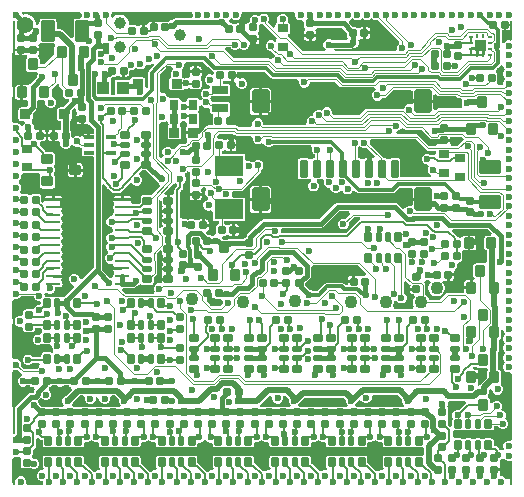
<source format=gbl>
G04*
G04 #@! TF.GenerationSoftware,Altium Limited,Altium Designer,25.1.2 (22)*
G04*
G04 Layer_Physical_Order=4*
G04 Layer_Color=16711680*
%FSLAX25Y25*%
%MOIN*%
G70*
G04*
G04 #@! TF.SameCoordinates,316953A7-4FD3-42A9-9A14-D5A5DAD0ED6E*
G04*
G04*
G04 #@! TF.FilePolarity,Positive*
G04*
G01*
G75*
%ADD13C,0.00787*%
%ADD17C,0.01968*%
%ADD18R,0.00787X0.21260*%
%ADD19R,0.00787X0.09055*%
%ADD20R,0.00787X0.19685*%
%ADD21R,0.00787X0.07874*%
%ADD22R,0.19685X0.00787*%
%ADD23R,0.26772X0.00787*%
%ADD24R,0.17717X0.00787*%
%ADD25R,0.00787X0.22441*%
%ADD26R,0.00787X0.06299*%
%ADD27R,0.05512X0.00787*%
%ADD28R,0.00787X0.33858*%
G04:AMPARAMS|DCode=31|XSize=35.43mil|YSize=37.4mil|CornerRadius=3.54mil|HoleSize=0mil|Usage=FLASHONLY|Rotation=90.000|XOffset=0mil|YOffset=0mil|HoleType=Round|Shape=RoundedRectangle|*
%AMROUNDEDRECTD31*
21,1,0.03543,0.03032,0,0,90.0*
21,1,0.02835,0.03740,0,0,90.0*
1,1,0.00709,0.01516,0.01417*
1,1,0.00709,0.01516,-0.01417*
1,1,0.00709,-0.01516,-0.01417*
1,1,0.00709,-0.01516,0.01417*
%
%ADD31ROUNDEDRECTD31*%
G04:AMPARAMS|DCode=32|XSize=35.43mil|YSize=37.4mil|CornerRadius=3.54mil|HoleSize=0mil|Usage=FLASHONLY|Rotation=90.000|XOffset=0mil|YOffset=0mil|HoleType=Round|Shape=RoundedRectangle|*
%AMROUNDEDRECTD32*
21,1,0.03543,0.03032,0,0,90.0*
21,1,0.02835,0.03740,0,0,90.0*
1,1,0.00709,0.01516,0.01417*
1,1,0.00709,0.01516,-0.01417*
1,1,0.00709,-0.01516,-0.01417*
1,1,0.00709,-0.01516,0.01417*
%
%ADD32ROUNDEDRECTD32*%
G04:AMPARAMS|DCode=38|XSize=27.56mil|YSize=23.62mil|CornerRadius=2.36mil|HoleSize=0mil|Usage=FLASHONLY|Rotation=180.000|XOffset=0mil|YOffset=0mil|HoleType=Round|Shape=RoundedRectangle|*
%AMROUNDEDRECTD38*
21,1,0.02756,0.01890,0,0,180.0*
21,1,0.02284,0.02362,0,0,180.0*
1,1,0.00472,-0.01142,0.00945*
1,1,0.00472,0.01142,0.00945*
1,1,0.00472,0.01142,-0.00945*
1,1,0.00472,-0.01142,-0.00945*
%
%ADD38ROUNDEDRECTD38*%
G04:AMPARAMS|DCode=42|XSize=25.59mil|YSize=31.5mil|CornerRadius=2.56mil|HoleSize=0mil|Usage=FLASHONLY|Rotation=90.000|XOffset=0mil|YOffset=0mil|HoleType=Round|Shape=RoundedRectangle|*
%AMROUNDEDRECTD42*
21,1,0.02559,0.02638,0,0,90.0*
21,1,0.02047,0.03150,0,0,90.0*
1,1,0.00512,0.01319,0.01024*
1,1,0.00512,0.01319,-0.01024*
1,1,0.00512,-0.01319,-0.01024*
1,1,0.00512,-0.01319,0.01024*
%
%ADD42ROUNDEDRECTD42*%
G04:AMPARAMS|DCode=43|XSize=17.72mil|YSize=31.5mil|CornerRadius=1.77mil|HoleSize=0mil|Usage=FLASHONLY|Rotation=90.000|XOffset=0mil|YOffset=0mil|HoleType=Round|Shape=RoundedRectangle|*
%AMROUNDEDRECTD43*
21,1,0.01772,0.02795,0,0,90.0*
21,1,0.01417,0.03150,0,0,90.0*
1,1,0.00354,0.01398,0.00709*
1,1,0.00354,0.01398,-0.00709*
1,1,0.00354,-0.01398,-0.00709*
1,1,0.00354,-0.01398,0.00709*
%
%ADD43ROUNDEDRECTD43*%
G04:AMPARAMS|DCode=47|XSize=12.6mil|YSize=31.5mil|CornerRadius=1.26mil|HoleSize=0mil|Usage=FLASHONLY|Rotation=90.000|XOffset=0mil|YOffset=0mil|HoleType=Round|Shape=RoundedRectangle|*
%AMROUNDEDRECTD47*
21,1,0.01260,0.02898,0,0,90.0*
21,1,0.01008,0.03150,0,0,90.0*
1,1,0.00252,0.01449,0.00504*
1,1,0.00252,0.01449,-0.00504*
1,1,0.00252,-0.01449,-0.00504*
1,1,0.00252,-0.01449,0.00504*
%
%ADD47ROUNDEDRECTD47*%
G04:AMPARAMS|DCode=53|XSize=27.56mil|YSize=23.62mil|CornerRadius=2.36mil|HoleSize=0mil|Usage=FLASHONLY|Rotation=90.000|XOffset=0mil|YOffset=0mil|HoleType=Round|Shape=RoundedRectangle|*
%AMROUNDEDRECTD53*
21,1,0.02756,0.01890,0,0,90.0*
21,1,0.02284,0.02362,0,0,90.0*
1,1,0.00472,0.00945,0.01142*
1,1,0.00472,0.00945,-0.01142*
1,1,0.00472,-0.00945,-0.01142*
1,1,0.00472,-0.00945,0.01142*
%
%ADD53ROUNDEDRECTD53*%
%ADD84C,0.00492*%
%ADD85C,0.01575*%
%ADD86C,0.01181*%
%ADD87C,0.02362*%
%ADD88C,0.03900*%
%ADD89C,0.04331*%
%ADD90C,0.05512*%
G04:AMPARAMS|DCode=91|XSize=33.47mil|YSize=33.47mil|CornerRadius=3.35mil|HoleSize=0mil|Usage=FLASHONLY|Rotation=180.000|XOffset=0mil|YOffset=0mil|HoleType=Round|Shape=RoundedRectangle|*
%AMROUNDEDRECTD91*
21,1,0.03347,0.02677,0,0,180.0*
21,1,0.02677,0.03347,0,0,180.0*
1,1,0.00669,-0.01339,0.01339*
1,1,0.00669,0.01339,0.01339*
1,1,0.00669,0.01339,-0.01339*
1,1,0.00669,-0.01339,-0.01339*
%
%ADD91ROUNDEDRECTD91*%
G04:AMPARAMS|DCode=92|XSize=35.43mil|YSize=37.4mil|CornerRadius=3.54mil|HoleSize=0mil|Usage=FLASHONLY|Rotation=180.000|XOffset=0mil|YOffset=0mil|HoleType=Round|Shape=RoundedRectangle|*
%AMROUNDEDRECTD92*
21,1,0.03543,0.03032,0,0,180.0*
21,1,0.02835,0.03740,0,0,180.0*
1,1,0.00709,-0.01417,0.01516*
1,1,0.00709,0.01417,0.01516*
1,1,0.00709,0.01417,-0.01516*
1,1,0.00709,-0.01417,-0.01516*
%
%ADD92ROUNDEDRECTD92*%
G04:AMPARAMS|DCode=93|XSize=35.43mil|YSize=37.4mil|CornerRadius=3.54mil|HoleSize=0mil|Usage=FLASHONLY|Rotation=180.000|XOffset=0mil|YOffset=0mil|HoleType=Round|Shape=RoundedRectangle|*
%AMROUNDEDRECTD93*
21,1,0.03543,0.03032,0,0,180.0*
21,1,0.02835,0.03740,0,0,180.0*
1,1,0.00709,-0.01417,0.01516*
1,1,0.00709,0.01417,0.01516*
1,1,0.00709,0.01417,-0.01516*
1,1,0.00709,-0.01417,-0.01516*
%
%ADD93ROUNDEDRECTD93*%
G04:AMPARAMS|DCode=94|XSize=35.83mil|YSize=33.47mil|CornerRadius=3.35mil|HoleSize=0mil|Usage=FLASHONLY|Rotation=0.000|XOffset=0mil|YOffset=0mil|HoleType=Round|Shape=RoundedRectangle|*
%AMROUNDEDRECTD94*
21,1,0.03583,0.02677,0,0,0.0*
21,1,0.02913,0.03347,0,0,0.0*
1,1,0.00669,0.01457,-0.01339*
1,1,0.00669,-0.01457,-0.01339*
1,1,0.00669,-0.01457,0.01339*
1,1,0.00669,0.01457,0.01339*
%
%ADD94ROUNDEDRECTD94*%
%ADD95R,0.03937X0.04331*%
G04:AMPARAMS|DCode=96|XSize=70.87mil|YSize=45.28mil|CornerRadius=4.53mil|HoleSize=0mil|Usage=FLASHONLY|Rotation=0.000|XOffset=0mil|YOffset=0mil|HoleType=Round|Shape=RoundedRectangle|*
%AMROUNDEDRECTD96*
21,1,0.07087,0.03622,0,0,0.0*
21,1,0.06181,0.04528,0,0,0.0*
1,1,0.00906,0.03091,-0.01811*
1,1,0.00906,-0.03091,-0.01811*
1,1,0.00906,-0.03091,0.01811*
1,1,0.00906,0.03091,0.01811*
%
%ADD96ROUNDEDRECTD96*%
G04:AMPARAMS|DCode=97|XSize=59.06mil|YSize=25.59mil|CornerRadius=2.56mil|HoleSize=0mil|Usage=FLASHONLY|Rotation=90.000|XOffset=0mil|YOffset=0mil|HoleType=Round|Shape=RoundedRectangle|*
%AMROUNDEDRECTD97*
21,1,0.05906,0.02047,0,0,90.0*
21,1,0.05394,0.02559,0,0,90.0*
1,1,0.00512,0.01024,0.02697*
1,1,0.00512,0.01024,-0.02697*
1,1,0.00512,-0.01024,-0.02697*
1,1,0.00512,-0.01024,0.02697*
%
%ADD97ROUNDEDRECTD97*%
G04:AMPARAMS|DCode=98|XSize=78.74mil|YSize=57.09mil|CornerRadius=5.71mil|HoleSize=0mil|Usage=FLASHONLY|Rotation=90.000|XOffset=0mil|YOffset=0mil|HoleType=Round|Shape=RoundedRectangle|*
%AMROUNDEDRECTD98*
21,1,0.07874,0.04567,0,0,90.0*
21,1,0.06732,0.05709,0,0,90.0*
1,1,0.01142,0.02284,0.03366*
1,1,0.01142,0.02284,-0.03366*
1,1,0.01142,-0.02284,-0.03366*
1,1,0.01142,-0.02284,0.03366*
%
%ADD98ROUNDEDRECTD98*%
%ADD99R,0.01968X0.01968*%
%ADD100R,0.09449X0.06693*%
G04:AMPARAMS|DCode=101|XSize=25.59mil|YSize=31.5mil|CornerRadius=2.56mil|HoleSize=0mil|Usage=FLASHONLY|Rotation=0.000|XOffset=0mil|YOffset=0mil|HoleType=Round|Shape=RoundedRectangle|*
%AMROUNDEDRECTD101*
21,1,0.02559,0.02638,0,0,0.0*
21,1,0.02047,0.03150,0,0,0.0*
1,1,0.00512,0.01024,-0.01319*
1,1,0.00512,-0.01024,-0.01319*
1,1,0.00512,-0.01024,0.01319*
1,1,0.00512,0.01024,0.01319*
%
%ADD101ROUNDEDRECTD101*%
G04:AMPARAMS|DCode=102|XSize=17.72mil|YSize=31.5mil|CornerRadius=1.77mil|HoleSize=0mil|Usage=FLASHONLY|Rotation=0.000|XOffset=0mil|YOffset=0mil|HoleType=Round|Shape=RoundedRectangle|*
%AMROUNDEDRECTD102*
21,1,0.01772,0.02795,0,0,0.0*
21,1,0.01417,0.03150,0,0,0.0*
1,1,0.00354,0.00709,-0.01398*
1,1,0.00354,-0.00709,-0.01398*
1,1,0.00354,-0.00709,0.01398*
1,1,0.00354,0.00709,0.01398*
%
%ADD102ROUNDEDRECTD102*%
G04:AMPARAMS|DCode=103|XSize=27.56mil|YSize=36.22mil|CornerRadius=2.76mil|HoleSize=0mil|Usage=FLASHONLY|Rotation=90.000|XOffset=0mil|YOffset=0mil|HoleType=Round|Shape=RoundedRectangle|*
%AMROUNDEDRECTD103*
21,1,0.02756,0.03071,0,0,90.0*
21,1,0.02205,0.03622,0,0,90.0*
1,1,0.00551,0.01535,0.01102*
1,1,0.00551,0.01535,-0.01102*
1,1,0.00551,-0.01535,-0.01102*
1,1,0.00551,-0.01535,0.01102*
%
%ADD103ROUNDEDRECTD103*%
G04:AMPARAMS|DCode=104|XSize=27.56mil|YSize=55.12mil|CornerRadius=2.76mil|HoleSize=0mil|Usage=FLASHONLY|Rotation=270.000|XOffset=0mil|YOffset=0mil|HoleType=Round|Shape=RoundedRectangle|*
%AMROUNDEDRECTD104*
21,1,0.02756,0.04961,0,0,270.0*
21,1,0.02205,0.05512,0,0,270.0*
1,1,0.00551,-0.02480,-0.01102*
1,1,0.00551,-0.02480,0.01102*
1,1,0.00551,0.02480,0.01102*
1,1,0.00551,0.02480,-0.01102*
%
%ADD104ROUNDEDRECTD104*%
G04:AMPARAMS|DCode=105|XSize=27.56mil|YSize=36.22mil|CornerRadius=2.76mil|HoleSize=0mil|Usage=FLASHONLY|Rotation=0.000|XOffset=0mil|YOffset=0mil|HoleType=Round|Shape=RoundedRectangle|*
%AMROUNDEDRECTD105*
21,1,0.02756,0.03071,0,0,0.0*
21,1,0.02205,0.03622,0,0,0.0*
1,1,0.00551,0.01102,-0.01535*
1,1,0.00551,-0.01102,-0.01535*
1,1,0.00551,-0.01102,0.01535*
1,1,0.00551,0.01102,0.01535*
%
%ADD105ROUNDEDRECTD105*%
G04:AMPARAMS|DCode=106|XSize=70.87mil|YSize=45.28mil|CornerRadius=4.53mil|HoleSize=0mil|Usage=FLASHONLY|Rotation=90.000|XOffset=0mil|YOffset=0mil|HoleType=Round|Shape=RoundedRectangle|*
%AMROUNDEDRECTD106*
21,1,0.07087,0.03622,0,0,90.0*
21,1,0.06181,0.04528,0,0,90.0*
1,1,0.00906,0.01811,0.03091*
1,1,0.00906,0.01811,-0.03091*
1,1,0.00906,-0.01811,-0.03091*
1,1,0.00906,-0.01811,0.03091*
%
%ADD106ROUNDEDRECTD106*%
%ADD107O,0.04961X0.00984*%
%ADD108R,0.00984X0.01378*%
%ADD109R,0.01378X0.00984*%
%ADD110R,0.01968X0.01176*%
G36*
X83193Y157087D02*
X82780Y156915D01*
X82281Y156417D01*
X82025Y156366D01*
X81900Y156491D01*
X81248Y156761D01*
X80544D01*
X79893Y156491D01*
X79394Y155993D01*
X79124Y155341D01*
Y154637D01*
X78752Y154381D01*
X78479Y154198D01*
X78296Y153925D01*
X77934Y153822D01*
X77461Y153749D01*
X77252Y153889D01*
X76929Y153953D01*
X76476D01*
Y151969D01*
X75492D01*
Y153953D01*
X75039D01*
X74717Y153889D01*
X74457Y153716D01*
X74435Y153706D01*
X73597D01*
X73575Y153716D01*
X73315Y153889D01*
X72992Y153953D01*
X72675D01*
X72276Y154422D01*
X72272Y154668D01*
X72404Y155311D01*
X72835Y155635D01*
X73349Y155248D01*
X73406Y155191D01*
X74057Y154921D01*
X74762D01*
X75413Y155191D01*
X75911Y155689D01*
X76181Y156341D01*
Y157045D01*
X76164Y157087D01*
X76690Y157874D01*
X83037D01*
X83193Y157087D01*
D02*
G37*
G36*
X120200Y155248D02*
X120256Y155191D01*
X120907Y154921D01*
X121612D01*
X121763Y154984D01*
X128785Y147961D01*
X128918Y147171D01*
X128419Y146673D01*
X128150Y146022D01*
Y145317D01*
X127593Y144603D01*
X107545D01*
X107152Y145390D01*
X107205Y145461D01*
X107210Y145462D01*
X112796D01*
X113333Y145569D01*
X113608Y145753D01*
X114018D01*
X114670Y146022D01*
X115168Y146521D01*
X115438Y147172D01*
Y147877D01*
X115277Y148266D01*
X115346Y148404D01*
X116055Y148867D01*
X116378Y148803D01*
X116831D01*
Y150787D01*
Y152772D01*
X116378D01*
X116055Y152708D01*
X115796Y152534D01*
X115773Y152525D01*
X114935D01*
X114913Y152534D01*
X114653Y152708D01*
X114331Y152772D01*
X113585D01*
X112206Y154151D01*
X112198Y154299D01*
X112436Y155034D01*
X112815Y155191D01*
X112872Y155248D01*
X113386Y155635D01*
X113900Y155248D01*
X113957Y155191D01*
X114608Y154921D01*
X115313D01*
X115964Y155191D01*
X116021Y155248D01*
X116535Y155635D01*
X117050Y155248D01*
X117107Y155191D01*
X117758Y154921D01*
X118463D01*
X119114Y155191D01*
X119171Y155248D01*
X119685Y155635D01*
X120200Y155248D01*
D02*
G37*
G36*
X60057Y157087D02*
X60039Y157045D01*
Y156341D01*
X59478Y155637D01*
X54445D01*
X53908Y155530D01*
X53452Y155226D01*
X53147Y154921D01*
X52797D01*
X52146Y154652D01*
X52020Y154526D01*
X51929Y154544D01*
X50039D01*
X49717Y154480D01*
X49457Y154306D01*
X49435Y154297D01*
X48597D01*
X48575Y154306D01*
X48315Y154480D01*
X47992Y154544D01*
X47539D01*
Y152559D01*
X46555D01*
Y154544D01*
X46102D01*
X45780Y154480D01*
X45506Y154297D01*
X45324Y154023D01*
X45313Y153972D01*
X45141Y153636D01*
X44646Y153363D01*
X44193D01*
Y151378D01*
X43209D01*
Y153363D01*
X42756D01*
X42433Y153298D01*
X42173Y153125D01*
X42151Y153116D01*
X41313D01*
X41291Y153125D01*
X41031Y153298D01*
X40709Y153363D01*
X39441D01*
X38790Y153527D01*
X38682Y154131D01*
Y154327D01*
X38482Y155073D01*
X38096Y155743D01*
X37550Y156289D01*
X36881Y156675D01*
X36134Y156875D01*
X35362D01*
X34615Y156675D01*
X33946Y156289D01*
X33534Y155877D01*
X32867Y156323D01*
X32874Y156341D01*
Y157045D01*
X32857Y157087D01*
X33383Y157874D01*
X59530D01*
X60057Y157087D01*
D02*
G37*
G36*
X89753Y157090D02*
X89102Y156820D01*
X88603Y156322D01*
X88334Y155671D01*
Y154966D01*
X88186Y154182D01*
X87900Y153991D01*
X87708Y153704D01*
X87641Y153366D01*
Y152846D01*
X86913Y152545D01*
X85167Y154291D01*
X85285Y154410D01*
X85555Y155061D01*
Y155766D01*
X85285Y156417D01*
X84787Y156915D01*
X84373Y157087D01*
X84530Y157874D01*
X89745D01*
X89753Y157090D01*
D02*
G37*
G36*
X23049Y157087D02*
X23031Y157045D01*
Y156341D01*
X23040Y156320D01*
X22514Y155532D01*
X21417D01*
X21010Y155451D01*
X20665Y155221D01*
X20435Y154876D01*
X20354Y154469D01*
Y149301D01*
X19566Y148975D01*
X17010Y151531D01*
X16489Y151879D01*
X15874Y152001D01*
X15874Y152001D01*
X14686D01*
Y154469D01*
X14605Y154876D01*
X14374Y155221D01*
X14029Y155451D01*
X13622Y155532D01*
X10000D01*
X9593Y155451D01*
X9248Y155221D01*
X9017Y154876D01*
X8936Y154469D01*
Y153893D01*
X8270Y153416D01*
X7677Y153657D01*
Y153984D01*
X7449Y154835D01*
X7009Y155598D01*
X6385Y156221D01*
X5622Y156662D01*
X4771Y156890D01*
X3890D01*
X3721Y156844D01*
X3710Y156851D01*
X3622Y157087D01*
X4170Y157874D01*
X22523D01*
X23049Y157087D01*
D02*
G37*
G36*
X94309D02*
X94291Y157045D01*
Y156341D01*
X94561Y155689D01*
X95060Y155191D01*
X95711Y154921D01*
X96415D01*
X96466Y154942D01*
X97228Y154406D01*
Y152992D01*
X97292Y152670D01*
X97466Y152410D01*
X97475Y152388D01*
Y151549D01*
X97466Y151527D01*
X97292Y151268D01*
X97228Y150945D01*
Y150492D01*
X101198D01*
Y150945D01*
X101134Y151268D01*
X100960Y151527D01*
X100951Y151549D01*
Y151782D01*
X101677Y152532D01*
X109851D01*
X111598Y150785D01*
Y149646D01*
X111662Y149323D01*
X111845Y149050D01*
X111592Y148272D01*
X106512D01*
X106415Y148369D01*
X105764Y148639D01*
X105059D01*
X104408Y148369D01*
X103910Y147871D01*
X103640Y147219D01*
Y146515D01*
X103910Y145863D01*
X104383Y145390D01*
X104376Y145255D01*
X104190Y144603D01*
X96699D01*
X91788Y149514D01*
X91787Y149626D01*
X91933Y150346D01*
X92219Y150537D01*
X92411Y150823D01*
X92478Y151161D01*
Y153366D01*
X92411Y153704D01*
X92219Y153991D01*
X91933Y154182D01*
X91877Y154966D01*
Y155671D01*
X91607Y156322D01*
X91109Y156820D01*
X90458Y157090D01*
X90466Y157874D01*
X93782D01*
X94309Y157087D01*
D02*
G37*
G36*
X164665Y151559D02*
X165118D01*
X165441Y151623D01*
X165714Y151805D01*
X165748Y151856D01*
X166535Y151617D01*
Y148737D01*
X165748Y148211D01*
X165707Y148228D01*
X165002D01*
X164351Y147959D01*
X163852Y147460D01*
X163803Y147341D01*
X163016Y147498D01*
Y151384D01*
X163228Y151559D01*
X163681D01*
Y153543D01*
X164665D01*
Y151559D01*
D02*
G37*
G36*
X83431Y153642D02*
X83448D01*
X83538Y153507D01*
X88007Y149039D01*
X87899Y148106D01*
X87507Y147847D01*
X87224Y147959D01*
X86573Y148228D01*
X85868D01*
X85217Y147959D01*
X84719Y147460D01*
X84449Y146809D01*
Y146104D01*
X84719Y145453D01*
X85217Y144955D01*
X85868Y144685D01*
X86061D01*
X87577Y143169D01*
X87576Y143166D01*
X87078Y142667D01*
X86922Y142291D01*
X86246Y142042D01*
X86217Y142036D01*
X86032Y142042D01*
X85832Y142176D01*
X85505Y142241D01*
X73801D01*
X70832Y145210D01*
X71152Y145997D01*
X72748D01*
X72810Y145847D01*
X73308Y145349D01*
X73960Y145079D01*
X74664D01*
X75316Y145349D01*
X75689Y145722D01*
X76161Y145250D01*
X76812Y144980D01*
X77517D01*
X78168Y145250D01*
X78667Y145748D01*
X78936Y146400D01*
Y146819D01*
X79075Y146933D01*
X79724D01*
Y148721D01*
X80216D01*
Y149213D01*
X82201D01*
Y149665D01*
X82137Y149988D01*
X81963Y150248D01*
X81954Y150270D01*
Y151108D01*
X81963Y151130D01*
X82137Y151390D01*
X82201Y151713D01*
Y153376D01*
X82467Y153622D01*
X82680Y153752D01*
X82957Y153838D01*
X83431Y153642D01*
D02*
G37*
G36*
X157776Y146358D02*
Y144587D01*
X157382D01*
Y143307D01*
X156398D01*
Y144587D01*
X155414D01*
Y143307D01*
X154430D01*
Y144587D01*
X154036D01*
Y144980D01*
X152756D01*
Y145965D01*
X154036D01*
Y146358D01*
Y148327D01*
X157776D01*
Y146358D01*
D02*
G37*
G36*
X3248Y143291D02*
X3898D01*
X4220Y143355D01*
X4307Y143413D01*
X4461Y143506D01*
X4571Y143475D01*
X4722Y143308D01*
X4791Y142433D01*
X4582Y142121D01*
X4509Y141752D01*
Y138721D01*
X4582Y138352D01*
X4791Y138039D01*
X5104Y137830D01*
X5472Y137757D01*
X8067D01*
X8398Y137226D01*
X8422Y137173D01*
X8459Y136985D01*
X8224Y136419D01*
Y136184D01*
X5700Y133659D01*
X4936Y133390D01*
X4567Y133463D01*
X3642D01*
Y130984D01*
Y128505D01*
X4567D01*
X5259Y127962D01*
X5288Y127907D01*
Y126566D01*
X4626Y125904D01*
X2874D01*
X2513Y125832D01*
X2207Y125628D01*
X2003Y125322D01*
X1931Y124961D01*
Y122283D01*
X2003Y121923D01*
X2207Y121616D01*
X2513Y121412D01*
X2874Y121340D01*
X3745D01*
X4071Y120553D01*
X3813Y120295D01*
X3593Y119763D01*
X3170Y119664D01*
X2773Y119685D01*
X2683Y119901D01*
X2185Y120399D01*
X1534Y120669D01*
X829D01*
X787Y120652D01*
X0Y121178D01*
Y129298D01*
X787Y129375D01*
X842Y129100D01*
X1051Y128787D01*
X1364Y128578D01*
X1732Y128505D01*
X2657D01*
Y130984D01*
Y133463D01*
X1732D01*
X1364Y133390D01*
X1051Y133181D01*
X842Y132869D01*
X787Y132593D01*
X0Y132671D01*
Y143975D01*
X787Y144052D01*
X835Y143811D01*
X1018Y143538D01*
X1292Y143355D01*
X1614Y143291D01*
X2264D01*
Y145079D01*
X3248D01*
Y143291D01*
D02*
G37*
G36*
X9479Y147381D02*
X9593Y147305D01*
X10000Y147224D01*
X13622D01*
X13801Y147259D01*
X14115Y146792D01*
X14197Y146542D01*
X14031Y146294D01*
X13958Y145925D01*
Y143520D01*
X13861Y143455D01*
X10629Y140223D01*
X9270D01*
Y141752D01*
X9197Y142121D01*
X8988Y142433D01*
X8676Y142642D01*
X8615Y142654D01*
X8581Y142744D01*
X8531Y143474D01*
X8628Y143538D01*
X8810Y143811D01*
X8874Y144134D01*
Y144587D01*
X6890D01*
Y145571D01*
X8874D01*
Y146024D01*
X8810Y146346D01*
X8637Y146606D01*
X8628Y146628D01*
Y146683D01*
X9415Y147388D01*
X9479Y147381D01*
D02*
G37*
G36*
X46987Y140854D02*
X47304Y140057D01*
X45605Y138358D01*
X45344Y137967D01*
X45252Y137506D01*
X45252Y137506D01*
Y132647D01*
X44801Y132234D01*
X44133Y132689D01*
Y135197D01*
X44061Y135558D01*
X43856Y135864D01*
X43550Y136068D01*
X43189Y136140D01*
X40276D01*
X39915Y136068D01*
X39609Y135864D01*
X39404Y135558D01*
X39332Y135197D01*
Y135039D01*
X34252D01*
Y130043D01*
X32677D01*
Y135039D01*
X32677Y135039D01*
X32677D01*
X32744Y135799D01*
X33108Y136042D01*
X33270Y136204D01*
X34016D01*
X34338Y136268D01*
X34598Y136442D01*
X34620Y136451D01*
X35458D01*
X35481Y136442D01*
X35740Y136268D01*
X36063Y136204D01*
X36516D01*
Y138189D01*
X37500D01*
Y136204D01*
X37953D01*
X38275Y136268D01*
X38549Y136451D01*
X38732Y136725D01*
X38796Y137047D01*
Y138100D01*
X39297Y138435D01*
X40002D01*
X40653Y138705D01*
X41151Y139203D01*
X41255Y139224D01*
X41645Y138834D01*
X42296Y138564D01*
X43001D01*
X43652Y138834D01*
X44151Y139332D01*
X44420Y139983D01*
X45197Y140182D01*
X45902D01*
X46553Y140452D01*
X46955Y140855D01*
X46987Y140854D01*
D02*
G37*
G36*
X86107Y135812D02*
X86107Y135812D01*
X86498Y135551D01*
X86959Y135459D01*
X94974D01*
X95500Y134672D01*
X95473Y134604D01*
Y133900D01*
X95742Y133248D01*
X96241Y132750D01*
X96892Y132480D01*
X97597D01*
X98248Y132750D01*
X98746Y133248D01*
X99016Y133900D01*
Y134450D01*
X107510D01*
X109099Y132861D01*
X109375Y132676D01*
X109702Y132612D01*
X120455D01*
X121135Y132015D01*
X121194Y131885D01*
X121185Y131667D01*
X121171Y131643D01*
X121085Y131603D01*
X120650Y131423D01*
X120152Y130925D01*
X119882Y130274D01*
Y129569D01*
X120152Y128918D01*
X120650Y128419D01*
X121301Y128150D01*
X122006D01*
X122657Y128419D01*
X123155Y128918D01*
X123218Y129068D01*
X124016D01*
X124342Y129133D01*
X124619Y129318D01*
X127088Y131787D01*
X132632D01*
X133344Y131331D01*
Y128457D01*
X136811D01*
X140279D01*
Y130032D01*
X141007Y130333D01*
X141464Y129876D01*
X141741Y129691D01*
X142067Y129626D01*
X147976D01*
X148443Y129158D01*
X148720Y128973D01*
X149046Y128909D01*
X149516D01*
X149695Y128697D01*
X149950Y128121D01*
X149756Y127653D01*
Y126948D01*
X149953Y126474D01*
X149704Y125907D01*
X149523Y125687D01*
X141997D01*
X141670Y125622D01*
X141393Y125437D01*
X141066Y125110D01*
X140279Y125436D01*
Y127472D01*
X136811D01*
X133274D01*
X132636Y126969D01*
X131931D01*
X131280Y126699D01*
X130781Y126200D01*
X130762Y126152D01*
X130433Y125549D01*
X130071Y125548D01*
X118191D01*
X117864Y125483D01*
X117588Y125298D01*
X115584Y123294D01*
X107253D01*
X106600Y123947D01*
Y124516D01*
X106330Y125167D01*
X105832Y125665D01*
X105180Y125935D01*
X104475D01*
X103824Y125665D01*
X103326Y125167D01*
X103179Y124811D01*
X103022Y124780D01*
X102371Y125050D01*
X101666D01*
X101015Y124780D01*
X100516Y124282D01*
X100247Y123631D01*
Y123031D01*
X99648D01*
X98997Y122762D01*
X98498Y122263D01*
X98228Y121612D01*
Y120907D01*
X97672Y120194D01*
X87469D01*
X87455Y120196D01*
X83626D01*
X83465Y120358D01*
Y120825D01*
X83195Y121476D01*
X82696Y121974D01*
X82045Y122244D01*
X81340D01*
X80689Y121974D01*
X80191Y121476D01*
X79921Y120825D01*
Y120120D01*
X79948Y120056D01*
X79422Y119268D01*
X75342D01*
X74962Y119649D01*
X74685Y119833D01*
X74229Y120118D01*
Y120768D01*
X72441D01*
Y121752D01*
X74229D01*
Y122402D01*
X74165Y122724D01*
X73982Y122998D01*
X73708Y123180D01*
X73386Y123245D01*
X72592D01*
X72353Y124032D01*
X72396Y124061D01*
X72588Y124347D01*
X72655Y124685D01*
Y126890D01*
X72588Y127228D01*
X72396Y127514D01*
X72110Y127706D01*
X71772Y127773D01*
X66811D01*
X66378Y127900D01*
X66144Y128382D01*
X66069Y128563D01*
X65688Y128944D01*
X66153Y129409D01*
X66215Y129559D01*
X66617D01*
X66943Y129624D01*
X67068Y129707D01*
X71772D01*
X72110Y129775D01*
X72396Y129966D01*
X72588Y130253D01*
X72655Y130590D01*
Y132795D01*
X72588Y133133D01*
X72396Y133420D01*
X72110Y133611D01*
X71772Y133678D01*
X70144D01*
Y134629D01*
X70236D01*
X70559Y134694D01*
X70819Y134867D01*
X70841Y134876D01*
X71679D01*
X71701Y134867D01*
X71961Y134694D01*
X72284Y134629D01*
X72736D01*
Y136614D01*
X73228D01*
Y137106D01*
X75016D01*
Y137756D01*
X75110Y137871D01*
X84048D01*
X86107Y135812D01*
D02*
G37*
G36*
X163384Y139830D02*
X163600Y139763D01*
X163852Y139154D01*
X163909Y139097D01*
X164296Y138583D01*
X163909Y138068D01*
X163852Y138011D01*
X163583Y137360D01*
Y136655D01*
X163852Y136004D01*
X163909Y135948D01*
X164296Y135433D01*
X163909Y134919D01*
X163852Y134862D01*
X163583Y134211D01*
Y133506D01*
X162855Y133300D01*
X161863D01*
X161760Y133427D01*
X161514Y134088D01*
X161566Y134166D01*
X161630Y134488D01*
Y136772D01*
X161566Y137094D01*
X161383Y137368D01*
X161376Y137373D01*
X161281Y137617D01*
X161238Y138145D01*
X161275Y138315D01*
X162663Y139704D01*
X162795Y139902D01*
X163384Y139830D01*
D02*
G37*
G36*
X64746Y139798D02*
X65122Y139547D01*
X66446Y138223D01*
X66446Y138223D01*
X66837Y137962D01*
X67155Y137864D01*
X67276Y137441D01*
X67256Y137251D01*
X66523Y136841D01*
X66318Y136926D01*
X65614D01*
X64962Y136657D01*
X64464Y136158D01*
X64194Y135507D01*
Y134802D01*
X64464Y134151D01*
X64962Y133653D01*
X65327Y133502D01*
X65629Y133335D01*
X65813Y132576D01*
X65140Y132127D01*
X65003Y132184D01*
X64298D01*
X63647Y131914D01*
X63149Y131416D01*
X62879Y130765D01*
Y130060D01*
X63149Y129409D01*
X63530Y129027D01*
X63065Y128563D01*
X62984Y128368D01*
X62837Y128356D01*
X62185Y128495D01*
X62155Y128645D01*
X61963Y128931D01*
X61677Y129123D01*
X61339Y129190D01*
X59134D01*
X58796Y129123D01*
X58510Y128931D01*
X58318Y128645D01*
X58251Y128307D01*
Y128272D01*
X57464Y127746D01*
X57439Y127756D01*
X56734D01*
X56710Y127746D01*
X55923Y128272D01*
Y128307D01*
X55856Y128645D01*
X55664Y128931D01*
X55378Y129123D01*
X55040Y129190D01*
X52835D01*
X52676Y129159D01*
X52417Y129167D01*
X51742Y129539D01*
X51619Y129835D01*
X51121Y130333D01*
X50470Y130603D01*
X49765D01*
X49051Y131160D01*
Y137015D01*
X51709Y139673D01*
X52893D01*
X53633Y138894D01*
X53633Y138707D01*
X53135Y138208D01*
X52865Y137557D01*
Y136852D01*
X52907Y136068D01*
X52601Y135864D01*
X52396Y135558D01*
X52324Y135197D01*
Y132520D01*
X52396Y132159D01*
X52601Y131853D01*
X52907Y131648D01*
X53268Y131576D01*
X56181D01*
X56542Y131648D01*
X56848Y131853D01*
X57053Y132159D01*
X57221Y132249D01*
X57531Y132121D01*
X58236D01*
X58887Y132390D01*
X59286Y132317D01*
X59560Y132135D01*
X59882Y132070D01*
X62166D01*
X62488Y132135D01*
X62762Y132317D01*
X62945Y132591D01*
X63009Y132913D01*
Y134803D01*
X62945Y135126D01*
X62771Y135386D01*
X62762Y135408D01*
Y136246D01*
X62771Y136268D01*
X62945Y136528D01*
X63009Y136850D01*
Y137303D01*
X61024D01*
X59039D01*
Y136850D01*
X59103Y136528D01*
X58782Y135724D01*
X58499Y135555D01*
X58236Y135664D01*
X57531D01*
X57150Y135506D01*
X57053Y135558D01*
X56848Y135864D01*
X56542Y136068D01*
X56409Y136852D01*
Y137557D01*
X56389Y137605D01*
X56389Y138457D01*
X56887Y138956D01*
X57157Y139607D01*
Y140312D01*
X57716Y141019D01*
X63526D01*
X64746Y139798D01*
D02*
G37*
G36*
X15486Y133612D02*
Y133410D01*
X15551Y133083D01*
X15735Y132806D01*
X16955Y131587D01*
Y129667D01*
X17019Y129344D01*
X17202Y129071D01*
X17475Y128888D01*
X17798Y128824D01*
X18748D01*
X18793Y128756D01*
X18963Y128037D01*
X17334Y126407D01*
X17029Y125951D01*
X17020Y125904D01*
X15866D01*
X15505Y125832D01*
X15199Y125628D01*
X14995Y125322D01*
X14923Y124961D01*
Y122283D01*
X14995Y121923D01*
X15199Y121616D01*
X15505Y121412D01*
X15866Y121340D01*
X16111D01*
Y118508D01*
X15333Y118272D01*
X15333Y118272D01*
X15307Y118282D01*
X15047Y118456D01*
X14724Y118520D01*
X14272D01*
Y116535D01*
Y114551D01*
X14724D01*
X15047Y114615D01*
X15307Y114788D01*
X15333Y114799D01*
X15333Y114799D01*
X15365Y114789D01*
X15945Y114132D01*
Y113427D01*
X16215Y112776D01*
X16713Y112278D01*
X17364Y112008D01*
X18069D01*
X18720Y112278D01*
X19218Y112776D01*
X19407Y113230D01*
X19596Y113321D01*
X20020Y113409D01*
X20265Y113401D01*
X20601Y113065D01*
X21252Y112795D01*
X21957D01*
X22068Y112841D01*
X22127Y112783D01*
X22403Y112598D01*
X22730Y112533D01*
X23037D01*
X23268Y112128D01*
X23377Y111772D01*
X23270Y111610D01*
X23214Y111331D01*
Y110323D01*
X23270Y110043D01*
X23428Y109806D01*
X23665Y109648D01*
X23945Y109592D01*
X26842D01*
X27040Y109430D01*
Y72616D01*
X23112Y68687D01*
X22324Y68955D01*
X22055Y69606D01*
X21556Y70104D01*
X20905Y70374D01*
X20200D01*
X19549Y70104D01*
X19051Y69606D01*
X18781Y68955D01*
Y68250D01*
X19051Y67599D01*
X19549Y67100D01*
X20200Y66831D01*
X20468Y66043D01*
X17215Y62791D01*
X17202Y62771D01*
X17102Y62751D01*
X17021Y62696D01*
X16825Y62581D01*
X16246D01*
X16050Y62696D01*
X15969Y62751D01*
X15669Y62810D01*
X14252D01*
X13952Y62751D01*
X13159Y62561D01*
X12914Y62717D01*
X12870Y62746D01*
X12539Y62812D01*
X10712D01*
Y63447D01*
X10588Y63746D01*
X11255Y64192D01*
X11398Y64049D01*
X12049Y63779D01*
X12754D01*
X13405Y64049D01*
X13904Y64548D01*
X14173Y65199D01*
Y65904D01*
X14252Y66022D01*
X15611D01*
X16033Y66106D01*
X16391Y66345D01*
X16630Y66703D01*
X16714Y67126D01*
X16630Y67548D01*
X16391Y67907D01*
X16299Y67968D01*
X16289Y67993D01*
Y68818D01*
X16299Y68843D01*
X16391Y68905D01*
X16584Y69193D01*
X13622D01*
Y70177D01*
X16584D01*
X16391Y70466D01*
X16299Y70527D01*
X16289Y70552D01*
Y71377D01*
X16299Y71402D01*
X16391Y71464D01*
X16630Y71822D01*
X16714Y72244D01*
X16630Y72667D01*
X16391Y73025D01*
X16299Y73086D01*
X16289Y73111D01*
Y73936D01*
X16299Y73961D01*
X16391Y74023D01*
X16630Y74381D01*
X16714Y74803D01*
X16630Y75226D01*
X16391Y75584D01*
X16299Y75645D01*
X16289Y75670D01*
Y76495D01*
X16299Y76520D01*
X16391Y76582D01*
X16630Y76940D01*
X16714Y77362D01*
X16630Y77785D01*
X16391Y78143D01*
X16299Y78204D01*
X16289Y78229D01*
Y79054D01*
X16299Y79079D01*
X16391Y79141D01*
X16630Y79499D01*
X16714Y79921D01*
X16630Y80344D01*
X16391Y80702D01*
X16299Y80763D01*
X16289Y80788D01*
Y81613D01*
X16299Y81638D01*
X16391Y81700D01*
X16630Y82058D01*
X16714Y82480D01*
X16630Y82903D01*
X16391Y83261D01*
X16299Y83322D01*
X16289Y83348D01*
Y84172D01*
X16299Y84197D01*
X16391Y84259D01*
X16630Y84617D01*
X16714Y85039D01*
X16630Y85462D01*
X16391Y85820D01*
X16299Y85881D01*
X16289Y85907D01*
Y86731D01*
X16299Y86756D01*
X16391Y86818D01*
X16630Y87176D01*
X16714Y87598D01*
X16630Y88021D01*
X16391Y88379D01*
X16299Y88441D01*
X16289Y88466D01*
Y89290D01*
X16299Y89315D01*
X16391Y89377D01*
X16630Y89735D01*
X16714Y90158D01*
X16630Y90580D01*
X16391Y90938D01*
X16299Y91000D01*
X16289Y91025D01*
Y91849D01*
X16299Y91874D01*
X16391Y91936D01*
X16584Y92224D01*
X13622D01*
Y93209D01*
X16584D01*
X16391Y93497D01*
X16299Y93559D01*
X16289Y93584D01*
Y94408D01*
X16299Y94433D01*
X16391Y94495D01*
X16584Y94784D01*
X13622D01*
X10582D01*
X10242Y94053D01*
X9662Y94530D01*
Y96220D01*
X9598Y96543D01*
X9415Y96817D01*
X9142Y96999D01*
X8819Y97063D01*
X6929D01*
X6607Y96999D01*
X6347Y96826D01*
X6325Y96817D01*
X5486D01*
X5464Y96826D01*
X5204Y96999D01*
X4882Y97063D01*
X2992D01*
X2874Y97040D01*
X2702Y97137D01*
X2561Y98029D01*
X2609Y98135D01*
X2683Y98209D01*
X2953Y98860D01*
Y99565D01*
X2683Y100216D01*
X2185Y100715D01*
X2087Y100755D01*
Y101607D01*
X2185Y101648D01*
X2683Y102146D01*
X2953Y102797D01*
Y103164D01*
X3084Y103583D01*
X3632Y103920D01*
X6260D01*
X6476Y103963D01*
X8959D01*
X9109Y103760D01*
X9307Y103176D01*
X9209Y103028D01*
X9136Y102660D01*
Y99825D01*
X9209Y99456D01*
X9418Y99144D01*
X9730Y98935D01*
X10099Y98862D01*
X13131D01*
X13499Y98935D01*
X13812Y99144D01*
X14021Y99456D01*
X14094Y99825D01*
Y102660D01*
X14021Y103028D01*
X13812Y103341D01*
X13768Y103790D01*
X13940Y103963D01*
X14210Y104614D01*
Y105319D01*
X13940Y105970D01*
X13812Y106624D01*
X14021Y106937D01*
X14094Y107305D01*
Y110140D01*
X14021Y110509D01*
X13812Y110821D01*
X13499Y111030D01*
X13131Y111103D01*
X11120D01*
X11102Y111196D01*
X10884Y111521D01*
X9055Y113350D01*
X9055Y113350D01*
Y114055D01*
X9386Y114551D01*
X10197D01*
X10520Y114615D01*
X10793Y114798D01*
X10976Y115071D01*
X11040Y115394D01*
Y116043D01*
X9252D01*
Y116535D01*
X8760D01*
Y118520D01*
X8307D01*
X7984Y118456D01*
X7725Y118282D01*
X7702Y118273D01*
X7663D01*
X7133Y118885D01*
X7087Y119000D01*
Y119644D01*
X6817Y120295D01*
X6404Y120708D01*
X6392Y120740D01*
X6379Y121231D01*
X6430Y121600D01*
X6455Y121616D01*
X6659Y121923D01*
X6731Y122283D01*
Y124035D01*
X7686Y124991D01*
X7991Y125446D01*
X8098Y125984D01*
Y128130D01*
X8833Y128572D01*
X8885Y128570D01*
X9213Y128505D01*
X10521D01*
X10925Y127900D01*
Y127195D01*
X11195Y126544D01*
X11693Y126046D01*
X12344Y125776D01*
X13049D01*
X13700Y126046D01*
X14199Y126544D01*
X14469Y127195D01*
Y127900D01*
X14199Y128551D01*
X13700Y129050D01*
X13049Y129320D01*
X12994Y129386D01*
X13011Y129469D01*
Y132159D01*
X14690Y133838D01*
X14698Y133850D01*
X15486Y133612D01*
D02*
G37*
G36*
X63065Y126556D02*
X63563Y126057D01*
X64214Y125787D01*
X64919D01*
X65140Y125879D01*
X65928Y125415D01*
Y124685D01*
X65995Y124347D01*
X66187Y124061D01*
X66473Y123869D01*
X66764Y123811D01*
X66837Y123685D01*
X66988Y123014D01*
X66963Y122998D01*
X66780Y122724D01*
X66716Y122402D01*
Y120118D01*
X66536Y119898D01*
X64734D01*
X64408Y119833D01*
X64131Y119649D01*
X63266Y118784D01*
X62975Y118811D01*
X62437Y119068D01*
X62407Y119219D01*
X62203Y119525D01*
X62155Y120272D01*
X62222Y120610D01*
Y123681D01*
X62155Y124019D01*
X61963Y124305D01*
Y124612D01*
X62155Y124898D01*
X62222Y125236D01*
Y126533D01*
X63009Y126690D01*
X63065Y126556D01*
D02*
G37*
G36*
X21244Y125230D02*
Y125039D01*
X21308Y124717D01*
X21481Y124457D01*
X21491Y124435D01*
Y123597D01*
X21481Y123574D01*
X21308Y123315D01*
X21244Y122992D01*
Y122539D01*
X23228D01*
Y122047D01*
X23720D01*
Y120259D01*
X24370D01*
X24693Y120324D01*
X24966Y120506D01*
X25684Y120164D01*
X27040Y118808D01*
Y117341D01*
X26842Y117179D01*
X25886D01*
Y115945D01*
X24902D01*
Y117179D01*
X23945D01*
X23665Y117124D01*
X23428Y116965D01*
X23270Y116728D01*
X23235Y116555D01*
X22983Y116359D01*
X22427Y116144D01*
X21957Y116339D01*
X21252D01*
X20601Y116069D01*
X20292Y115760D01*
X19504Y116028D01*
Y117677D01*
X19440Y118000D01*
X19322Y118176D01*
Y121533D01*
X19447Y121616D01*
X19651Y121923D01*
X19723Y122283D01*
Y124463D01*
X19732Y124508D01*
Y124832D01*
X20456Y125556D01*
X21244Y125230D01*
D02*
G37*
G36*
X150367Y115407D02*
X150374Y115332D01*
X148247Y113205D01*
X146243D01*
X146102Y113316D01*
X145681Y113993D01*
X145686Y114016D01*
Y114469D01*
X143701D01*
Y115453D01*
X145686D01*
Y115905D01*
X145937Y116212D01*
X149562D01*
X150367Y115407D01*
D02*
G37*
G36*
X130635Y118749D02*
X130911Y118564D01*
X131238Y118499D01*
X136145D01*
X139057Y115588D01*
X139333Y115403D01*
X139660Y115338D01*
X141467D01*
X141716Y115133D01*
Y114016D01*
X141721Y113993D01*
X141300Y113316D01*
X141159Y113205D01*
X138788D01*
X135298Y116696D01*
X135021Y116881D01*
X134695Y116946D01*
X128388D01*
X127916Y117733D01*
X128086Y118051D01*
X128226D01*
X128878Y118321D01*
X129376Y118819D01*
X129398Y118872D01*
X130327Y119057D01*
X130635Y118749D01*
D02*
G37*
G36*
X51952Y121154D02*
Y120610D01*
X52019Y120272D01*
X51971Y119525D01*
X51767Y119219D01*
X51695Y118858D01*
Y116181D01*
X51767Y115820D01*
X51971Y115514D01*
X52277Y115310D01*
X52638Y115238D01*
X55315D01*
X55676Y115310D01*
X55982Y115514D01*
X56187Y115820D01*
X56259Y116181D01*
Y118858D01*
X56187Y119219D01*
X55982Y119525D01*
X55856Y120272D01*
X55923Y120610D01*
Y120842D01*
X56710Y121368D01*
X56734Y121358D01*
X57439D01*
X57464Y121369D01*
X58251Y120842D01*
Y120610D01*
X58318Y120272D01*
X58192Y119525D01*
X58127Y119429D01*
X57987Y119219D01*
X57915Y118858D01*
Y118012D01*
X60197D01*
Y117028D01*
X57915D01*
Y116181D01*
X57987Y115820D01*
X58192Y115514D01*
X58218Y114766D01*
X58163Y114492D01*
X57476Y113804D01*
X56152D01*
X55826Y113739D01*
X55549Y113555D01*
X54061Y112066D01*
X53224Y112027D01*
X52726Y112525D01*
X52075Y112795D01*
X51370D01*
X50719Y112525D01*
X50221Y112027D01*
X49951Y111376D01*
Y110671D01*
X50221Y110020D01*
X50348Y109892D01*
X50075Y109331D01*
X49258Y109196D01*
X48813Y109609D01*
Y118658D01*
X48791Y118772D01*
Y120373D01*
X49531Y120919D01*
X50235D01*
X50887Y121188D01*
X51164Y121466D01*
X51952Y121154D01*
D02*
G37*
G36*
X73978Y116828D02*
X74255Y116643D01*
X74375Y116619D01*
X74427Y116584D01*
X74754Y116519D01*
X79602D01*
X80128Y115732D01*
X80118Y115707D01*
Y115002D01*
X80388Y114351D01*
X80886Y113852D01*
X81537Y113583D01*
X82242D01*
X82893Y113852D01*
X82938Y113897D01*
X83843Y113689D01*
X83935Y113468D01*
X84433Y112969D01*
X85084Y112700D01*
X85789D01*
X86440Y112969D01*
X86807Y113336D01*
X99502D01*
X99621Y113228D01*
X99963Y112549D01*
X99803Y112163D01*
Y111459D01*
X100073Y110808D01*
X100571Y110309D01*
X100722Y110247D01*
Y109084D01*
X100433D01*
X100103Y109018D01*
X99823Y108831D01*
X99724Y108682D01*
X99308Y108612D01*
X99276D01*
X98859Y108682D01*
X98760Y108831D01*
X98480Y109018D01*
X98150Y109084D01*
X96103D01*
X95772Y109018D01*
X95492Y108831D01*
X95305Y108551D01*
X95240Y108221D01*
Y102827D01*
X95305Y102497D01*
X95492Y102217D01*
X95772Y102030D01*
X96103Y101964D01*
X98150D01*
X98480Y102030D01*
X98760Y102217D01*
X99534Y102083D01*
X99539Y101656D01*
X99403Y101224D01*
X99390Y101218D01*
X98892Y100720D01*
X98622Y100069D01*
Y99364D01*
X98892Y98713D01*
X99390Y98215D01*
X100041Y97945D01*
X100746D01*
X101397Y98215D01*
X101896Y98713D01*
X102165Y99364D01*
Y100069D01*
X101896Y100720D01*
X101439Y101176D01*
X101455Y101386D01*
X101655Y101964D01*
X102481D01*
X102811Y102030D01*
X103006Y102160D01*
X103475Y102028D01*
X103804Y101867D01*
X103883Y101595D01*
X103740Y101250D01*
Y100545D01*
X104010Y99894D01*
X104508Y99396D01*
X105159Y99126D01*
X105864D01*
X105955Y99066D01*
Y98735D01*
X106225Y98084D01*
X106723Y97586D01*
X107374Y97316D01*
X108079D01*
X108730Y97586D01*
X109228Y98084D01*
X110058Y98030D01*
X110211Y97662D01*
X110709Y97164D01*
X111360Y96894D01*
X112065D01*
X112716Y97164D01*
X113215Y97662D01*
X113314Y97902D01*
X114212Y98118D01*
X114657Y97672D01*
X114657Y97672D01*
X115048Y97411D01*
X115509Y97319D01*
X126753D01*
X126753Y97319D01*
X127214Y97411D01*
X127604Y97672D01*
X129035Y99103D01*
X132975D01*
X133344Y98654D01*
Y95780D01*
X136811D01*
Y94795D01*
X133344D01*
Y93484D01*
X132716Y93065D01*
X132012D01*
X131360Y92795D01*
X130862Y92297D01*
X129968Y92196D01*
X128507Y93657D01*
X128051Y93962D01*
X127514Y94069D01*
X108348D01*
X107811Y93962D01*
X107355Y93657D01*
X102307Y88610D01*
X83858D01*
X83321Y88503D01*
X82865Y88198D01*
X78322Y83656D01*
X78018Y83200D01*
X77911Y82662D01*
Y82424D01*
X77588D01*
X77266Y82360D01*
X76992Y82178D01*
X76901Y82042D01*
X72318D01*
X71780Y81934D01*
X71669Y81860D01*
X71395D01*
X71353Y81851D01*
X70202D01*
X69788Y82304D01*
X70113Y83055D01*
X70630D01*
X70953Y83119D01*
X71213Y83292D01*
X71235Y83302D01*
X72073D01*
X72095Y83292D01*
X72355Y83119D01*
X72677Y83055D01*
X73130D01*
Y85039D01*
Y87024D01*
X72677D01*
X72355Y86960D01*
X72095Y86786D01*
X72073Y86777D01*
X71235D01*
X71213Y86786D01*
X70953Y86960D01*
X70630Y87024D01*
X70538D01*
Y87992D01*
X77363D01*
Y95866D01*
X73581D01*
X73032Y96596D01*
Y97301D01*
X73588Y98015D01*
X76206D01*
X76532Y98080D01*
X76809Y98265D01*
X82493Y103949D01*
X82678Y104226D01*
X82743Y104552D01*
Y105129D01*
X82893Y105191D01*
X83392Y105689D01*
X83661Y106341D01*
Y107045D01*
X83392Y107696D01*
X82893Y108195D01*
X82242Y108465D01*
X81537D01*
X80886Y108195D01*
X80388Y107696D01*
X79603Y107860D01*
X79093Y108071D01*
X78388D01*
X78150Y107972D01*
X77363Y108456D01*
Y110433D01*
X69751D01*
Y111401D01*
X69843D01*
X70165Y111465D01*
X70425Y111639D01*
X70447Y111648D01*
X71285D01*
X71308Y111639D01*
X71567Y111465D01*
X71890Y111401D01*
X72343D01*
Y113386D01*
Y115371D01*
X71890D01*
X71567Y115306D01*
X71308Y115133D01*
X71285Y115124D01*
X70447D01*
X70425Y115133D01*
X70165Y115306D01*
X69843Y115371D01*
X68626D01*
X68569Y115400D01*
X68019Y116048D01*
Y116419D01*
X68808Y117208D01*
X73598D01*
X73978Y116828D01*
D02*
G37*
G36*
X137832Y111749D02*
X138109Y111564D01*
X138435Y111499D01*
X141150D01*
X141282Y111339D01*
Y110639D01*
X140661Y110000D01*
X139438D01*
X139370Y109986D01*
X139192Y110163D01*
X138541Y110433D01*
X137837D01*
X137185Y110163D01*
X136687Y109665D01*
X136417Y109014D01*
Y108309D01*
X136687Y107658D01*
X137185Y107159D01*
X137837Y106890D01*
X138310D01*
X138689Y106195D01*
X138696Y106162D01*
X138656Y106122D01*
X138386Y105471D01*
Y104766D01*
X138656Y104115D01*
X139154Y103616D01*
X139528Y103461D01*
X139371Y102674D01*
X129454D01*
X129328Y102827D01*
Y108221D01*
X129262Y108551D01*
X129075Y108831D01*
X128795Y109018D01*
X128465Y109084D01*
X126418D01*
X126087Y109018D01*
X125807Y108831D01*
X125708Y108682D01*
X125292Y108612D01*
X125260D01*
X124844Y108682D01*
X124744Y108831D01*
X124464Y109018D01*
X124134Y109084D01*
X123524D01*
X123490Y109253D01*
X123305Y109529D01*
X119071Y113764D01*
X119095Y113821D01*
Y114526D01*
X119651Y115240D01*
X134342D01*
X137832Y111749D01*
D02*
G37*
G36*
X116262Y112728D02*
X116319Y112671D01*
X116971Y112402D01*
X117675D01*
X117919Y112503D01*
X121004Y109418D01*
X121000Y109339D01*
X120990Y109320D01*
X120951Y109287D01*
X120134Y109018D01*
X119804Y109084D01*
X119272D01*
Y105524D01*
X118288D01*
Y109084D01*
X117756D01*
X117426Y109018D01*
X117146Y108831D01*
X117047Y108682D01*
X116630Y108612D01*
X116598D01*
X116182Y108682D01*
X116083Y108831D01*
X115803Y109018D01*
X115473Y109084D01*
X115026D01*
Y112609D01*
X115177Y112671D01*
X115234Y112728D01*
X115748Y113115D01*
X116262Y112728D01*
D02*
G37*
G36*
X47727Y101566D02*
X48183Y101261D01*
X48482Y101202D01*
X48498Y101162D01*
X48996Y100663D01*
X49108Y99765D01*
X46013Y96670D01*
X43563D01*
X43233Y96604D01*
X42953Y96417D01*
X42766Y96137D01*
X42700Y95807D01*
Y94316D01*
X42202Y93818D01*
X40361D01*
X39977Y93742D01*
X39451Y94292D01*
X39383Y94495D01*
X39576Y94784D01*
X36615D01*
X33653D01*
X33846Y94495D01*
X33938Y94433D01*
X33948Y94408D01*
Y93584D01*
X33938Y93559D01*
X33846Y93497D01*
X33606Y93139D01*
X33522Y92716D01*
X33606Y92294D01*
X33846Y91936D01*
X33938Y91874D01*
X33947Y91849D01*
Y91025D01*
X33938Y91000D01*
X33846Y90938D01*
X33606Y90580D01*
X33522Y90158D01*
X32844Y89567D01*
X32719D01*
X32067Y89297D01*
X31569Y88799D01*
X31299Y88148D01*
Y87443D01*
X31569Y86792D01*
X32067Y86293D01*
X32719Y86024D01*
X33035D01*
X33231Y85830D01*
X33573Y85301D01*
X33573Y85296D01*
X33522Y85039D01*
X33573Y84783D01*
X33573Y84778D01*
X33231Y84248D01*
X33035Y84055D01*
X32719D01*
X32067Y83785D01*
X31569Y83287D01*
X31299Y82636D01*
Y81931D01*
X31569Y81280D01*
X31993Y80856D01*
X31569Y80433D01*
X31299Y79782D01*
Y79077D01*
X31569Y78426D01*
X31920Y78075D01*
X31900Y77431D01*
X31815Y77179D01*
X31605Y77092D01*
X31107Y76594D01*
X30837Y75943D01*
Y75238D01*
X31107Y74587D01*
X31605Y74089D01*
X32256Y73819D01*
X32961D01*
X33160Y73901D01*
X33456Y73711D01*
X33521Y73596D01*
X33634Y72736D01*
X36615D01*
Y71752D01*
X33653D01*
X33846Y71464D01*
X33938Y71402D01*
X33947Y71377D01*
Y70552D01*
X33938Y70527D01*
X33846Y70466D01*
X33606Y70108D01*
X33522Y69685D01*
X33528Y69658D01*
X32849Y69087D01*
X32636Y69175D01*
X32499D01*
X29815Y71859D01*
X29850Y72034D01*
X29845Y72059D01*
X29850Y72085D01*
Y100164D01*
X30577Y100465D01*
X31593Y99449D01*
X31652Y99154D01*
X31869Y98828D01*
X33080Y97617D01*
X33406Y97400D01*
X33790Y97323D01*
X35502D01*
X35886Y97400D01*
X36211Y97617D01*
X37422Y98828D01*
X37640Y99154D01*
X37672Y99313D01*
X39038Y100680D01*
X39935Y100571D01*
X40433Y100073D01*
X41085Y99803D01*
X41789D01*
X42441Y100073D01*
X42939Y100571D01*
X43209Y101222D01*
Y101927D01*
X42939Y102578D01*
X42495Y103023D01*
X42436Y103118D01*
X42332Y103974D01*
X43260Y104902D01*
X43602D01*
X43616Y104905D01*
X44388D01*
X47727Y101566D01*
D02*
G37*
G36*
X54687Y100348D02*
X54705Y99453D01*
X54259Y99007D01*
X54041Y98681D01*
X53965Y98297D01*
Y97277D01*
X53938Y97224D01*
X53288Y96670D01*
X52461D01*
Y94784D01*
X51477D01*
Y96670D01*
X50931D01*
X50575Y97422D01*
X50574Y97427D01*
X53556Y100409D01*
X53578Y100441D01*
X54436Y100574D01*
X54687Y100348D01*
D02*
G37*
G36*
X49787Y94667D02*
Y93760D01*
X49853Y93430D01*
X49882Y93385D01*
X50037Y93140D01*
X49848Y92347D01*
X49788Y92047D01*
Y91831D01*
X51969D01*
Y90847D01*
X49788D01*
Y90630D01*
X49848Y90330D01*
X49902Y90249D01*
X50018Y90053D01*
Y89475D01*
X49902Y89279D01*
X49848Y89197D01*
X49788Y88898D01*
Y88681D01*
X51969D01*
Y87697D01*
X49788D01*
Y87480D01*
X49848Y87181D01*
X50037Y86387D01*
X49919Y86200D01*
X49818Y86099D01*
X49787Y86078D01*
X49029Y85848D01*
X48934Y85912D01*
Y95059D01*
X49000Y95101D01*
X49787Y94667D01*
D02*
G37*
G36*
X112493Y90471D02*
X110739Y88717D01*
X110589Y88779D01*
X109884D01*
X109233Y88510D01*
X108734Y88011D01*
X108465Y87360D01*
Y86655D01*
X108734Y86004D01*
X109233Y85506D01*
X109884Y85236D01*
X110589D01*
X111240Y85506D01*
X111738Y86004D01*
X112008Y86655D01*
Y87360D01*
X111945Y87511D01*
X113785Y89350D01*
X115867D01*
X115945Y88563D01*
X115758Y88526D01*
X115432Y88308D01*
X111100Y83976D01*
X91214D01*
X91034Y84096D01*
X90649Y84173D01*
X89516D01*
X89370Y84392D01*
Y85097D01*
X89931Y85800D01*
X102889D01*
X103427Y85907D01*
X103883Y86211D01*
X108930Y91259D01*
X112167D01*
X112493Y90471D01*
D02*
G37*
G36*
X59039Y104489D02*
Y103386D01*
X59103Y103063D01*
X59286Y102790D01*
Y102328D01*
X59103Y102055D01*
X59039Y101732D01*
Y99843D01*
X59103Y99520D01*
X59277Y99260D01*
X59286Y99238D01*
Y98400D01*
X59277Y98378D01*
X59103Y98118D01*
X59039Y97795D01*
Y97343D01*
X63009D01*
Y97795D01*
X62945Y98118D01*
X62771Y98378D01*
X62770Y98380D01*
X62761Y98404D01*
X62760Y98503D01*
X63412Y99236D01*
X64202D01*
X64444Y98797D01*
X64569Y98448D01*
X64328Y97867D01*
Y97162D01*
X64598Y96511D01*
X65096Y96013D01*
X65185Y95976D01*
X65196Y95866D01*
X65002Y95079D01*
X64351Y94809D01*
X63852Y94311D01*
X63583Y93660D01*
Y92955D01*
X63852Y92304D01*
X64351Y91805D01*
X65002Y91536D01*
X65707D01*
X65945Y91634D01*
X66733Y91151D01*
Y87992D01*
X68832D01*
Y87024D01*
X68740D01*
X68418Y86960D01*
X68144Y86777D01*
X67962Y86504D01*
X67897Y86181D01*
Y83898D01*
X67374Y83280D01*
X67287Y83236D01*
X66713Y82998D01*
X66514Y83018D01*
X66502Y83037D01*
X66228Y83220D01*
X65905Y83284D01*
X65065D01*
X64616Y83912D01*
X64814Y84590D01*
X64916Y84737D01*
X65124Y84876D01*
X65307Y85150D01*
X65371Y85472D01*
Y86122D01*
X63583D01*
Y86614D01*
X63091D01*
Y88599D01*
X62638D01*
X62315Y88535D01*
X62056Y88361D01*
X62033Y88352D01*
X61195D01*
X61173Y88361D01*
X60913Y88535D01*
X60591Y88599D01*
X58701D01*
X58409Y88541D01*
X57833Y88779D01*
X57128D01*
X56760Y88627D01*
X56058Y88989D01*
X55972Y89088D01*
Y97881D01*
X56615Y98524D01*
X56833Y98850D01*
X56909Y99234D01*
Y100467D01*
X56909Y100467D01*
X57407Y100965D01*
X57677Y101616D01*
Y102321D01*
X57407Y102972D01*
X57361Y103019D01*
X57546Y103947D01*
X57696Y104010D01*
X58195Y104508D01*
X58252Y104646D01*
X59039Y104489D01*
D02*
G37*
G36*
X159696Y83915D02*
X159395Y83188D01*
X158229D01*
X157860Y83114D01*
X157547Y82906D01*
X157339Y82593D01*
X157265Y82225D01*
Y79193D01*
X157339Y78824D01*
X157547Y78512D01*
X157860Y78303D01*
X158229Y78229D01*
X158258D01*
Y74431D01*
X158090Y74262D01*
X157471Y73906D01*
X157323Y73936D01*
X154489D01*
X154120Y73862D01*
X153807Y73654D01*
X153598Y73341D01*
X153525Y72972D01*
Y69941D01*
X153598Y69572D01*
X153807Y69260D01*
X154076Y69080D01*
X154085Y69022D01*
X153719Y68293D01*
X153445D01*
Y65814D01*
X152953D01*
Y65322D01*
X150572D01*
Y64298D01*
X150484Y64190D01*
X145237D01*
X144911Y64125D01*
X144634Y63940D01*
X142570Y61877D01*
X138845D01*
X138789Y62087D01*
X138426Y62716D01*
X137913Y63229D01*
X137615Y63401D01*
Y66703D01*
X137550Y67029D01*
X137365Y67306D01*
X137110Y67561D01*
X137111Y67794D01*
X137801Y68357D01*
X137998Y68276D01*
X138703D01*
X138909Y68361D01*
X138964Y68381D01*
X139402Y67726D01*
X139372Y67679D01*
X139133Y67440D01*
X138770Y66812D01*
X138583Y66111D01*
Y65385D01*
X138770Y64684D01*
X139133Y64056D01*
X139646Y63543D01*
X140275Y63180D01*
X140976Y62992D01*
X141701D01*
X142402Y63180D01*
X143031Y63543D01*
X143544Y64056D01*
X143907Y64684D01*
X144095Y65385D01*
Y66111D01*
X143907Y66812D01*
X143544Y67440D01*
X143306Y67679D01*
X143300Y67687D01*
X143801Y68297D01*
X144008Y68158D01*
X144331Y68094D01*
X144783D01*
Y70079D01*
X145276D01*
Y70571D01*
X147063D01*
Y71220D01*
X147001Y71536D01*
X147460Y71727D01*
X147959Y72225D01*
X148228Y72876D01*
Y73581D01*
X148218Y73606D01*
X148744Y74393D01*
X148977D01*
X149299Y74458D01*
X149573Y74640D01*
X149756Y74914D01*
X149820Y75236D01*
Y77520D01*
X149771Y77762D01*
X149966Y77997D01*
X150397Y78299D01*
X150748Y78229D01*
X151674D01*
Y80709D01*
Y83188D01*
X150748D01*
X150380Y83114D01*
X150067Y82906D01*
X149858Y82593D01*
X149212Y82356D01*
X148390Y82646D01*
X148172Y82972D01*
X146525Y84619D01*
X146852Y85406D01*
X158205D01*
X159696Y83915D01*
D02*
G37*
G36*
X117709Y70527D02*
X117408Y69800D01*
X116674D01*
X116351Y69735D01*
X116091Y69562D01*
X116069Y69553D01*
X115231D01*
X115209Y69562D01*
X114949Y69735D01*
X114626Y69800D01*
X114174D01*
Y67815D01*
X113681D01*
Y67323D01*
X111894D01*
Y66673D01*
X111879Y66655D01*
X111068Y66624D01*
X110600Y67092D01*
X110209Y67353D01*
X109748Y67444D01*
X109748Y67444D01*
X104954D01*
X104493Y67353D01*
X104102Y67092D01*
X101601Y64590D01*
X100120D01*
X99822Y64888D01*
X99171Y65158D01*
X99034D01*
X97585Y66607D01*
X97580Y67407D01*
X97747Y67573D01*
X97878Y67600D01*
X98334Y67904D01*
X99222Y68792D01*
X99527Y69248D01*
X99634Y69785D01*
Y71456D01*
X99634Y71457D01*
Y72518D01*
X99991Y73075D01*
X100377Y73230D01*
X115006D01*
X117709Y70527D01*
D02*
G37*
G36*
X49723Y77974D02*
X49787Y77636D01*
Y77618D01*
X49787Y77618D01*
X49853Y77288D01*
X49853Y77287D01*
X49889Y77124D01*
X49921Y76509D01*
X49848Y76205D01*
X49788Y75906D01*
Y75689D01*
X51969D01*
Y74705D01*
X49788D01*
Y74488D01*
X49848Y74189D01*
X49879Y74143D01*
X50018Y73908D01*
Y73336D01*
X49879Y73102D01*
X49848Y73055D01*
X49788Y72756D01*
Y72539D01*
X51969D01*
Y71555D01*
X49788D01*
Y71339D01*
X49848Y71039D01*
X49921Y70735D01*
X49889Y70120D01*
X49853Y69957D01*
X49853Y69956D01*
X49787Y69626D01*
X49787Y69626D01*
X49787Y69228D01*
Y69095D01*
X51969D01*
Y68110D01*
X49787D01*
Y67879D01*
X49449Y67415D01*
X49055Y67225D01*
X48605D01*
X47954Y66955D01*
X47455Y66456D01*
X47186Y65805D01*
Y65100D01*
X47400Y64583D01*
X47195Y64080D01*
X46995Y63796D01*
X37762D01*
X36831Y64727D01*
X36555Y64912D01*
X36787Y65632D01*
X36837Y65721D01*
X40080D01*
X40618Y65828D01*
X41074Y66132D01*
X41280Y66339D01*
X41494D01*
X42145Y66608D01*
X42206Y66669D01*
X42919Y66955D01*
X43233Y66781D01*
X43563Y66716D01*
X46201D01*
X46531Y66781D01*
X46811Y66969D01*
X46999Y67248D01*
X47064Y67579D01*
Y69277D01*
X48050Y70263D01*
X48235Y70540D01*
X48300Y70867D01*
Y74839D01*
X48235Y75165D01*
X48050Y75442D01*
X48048Y75444D01*
Y76918D01*
X48050Y76920D01*
X48235Y77197D01*
X48298Y77513D01*
X49024Y78239D01*
X49723Y77974D01*
D02*
G37*
G36*
X7168Y62742D02*
X7438Y62091D01*
X7937Y61593D01*
X8588Y61323D01*
X9284D01*
X9627Y60674D01*
X9211Y60039D01*
X8506D01*
X7855Y59770D01*
X7356Y59271D01*
X7330Y59208D01*
X7006Y58617D01*
X6641Y58603D01*
X4358D01*
X4035Y58539D01*
X3762Y58356D01*
X3579Y58083D01*
X3515Y57760D01*
Y56962D01*
X2813Y56400D01*
X2108D01*
X1457Y56130D01*
X959Y55632D01*
X787Y55219D01*
X0Y55375D01*
Y61499D01*
X787Y62025D01*
X829Y62008D01*
X1534D01*
X2185Y62278D01*
X2683Y62776D01*
X2745Y62927D01*
X7168D01*
Y62742D01*
D02*
G37*
G36*
X132497Y66769D02*
X132724Y66617D01*
X132661Y66299D01*
Y65847D01*
X134646D01*
Y64862D01*
X132661D01*
Y64410D01*
X132725Y64087D01*
X132908Y63813D01*
X133181Y63631D01*
X133504Y63566D01*
X133752D01*
X134079Y62779D01*
X134015Y62716D01*
X133652Y62087D01*
X133465Y61386D01*
Y60661D01*
X133652Y59960D01*
X133879Y59567D01*
X133602Y58923D01*
X133457Y58779D01*
X127173D01*
X127028Y58923D01*
X126751Y59567D01*
X126978Y59960D01*
X127165Y60661D01*
Y61234D01*
X127369Y61368D01*
X128124Y61330D01*
X128622Y60831D01*
X129274Y60561D01*
X129978D01*
X130630Y60831D01*
X131128Y61330D01*
X131398Y61981D01*
Y62685D01*
X131128Y63337D01*
X130630Y63835D01*
X130376Y63940D01*
Y67862D01*
X131103Y68163D01*
X132497Y66769D01*
D02*
G37*
G36*
X67383Y62231D02*
X67643Y62057D01*
X67965Y61993D01*
X69521D01*
X70016Y61389D01*
X70058Y61230D01*
X70012Y61120D01*
Y60415D01*
X70037Y60357D01*
X69243Y59564D01*
X66487D01*
X64786Y61265D01*
X65087Y61993D01*
X65918D01*
X66241Y62057D01*
X66501Y62231D01*
X66523Y62240D01*
X67361D01*
X67383Y62231D01*
D02*
G37*
G36*
X959Y53625D02*
X1457Y53127D01*
X2108Y52857D01*
X2813D01*
X3515Y52295D01*
Y51934D01*
X3579Y51611D01*
X3762Y51338D01*
X4035Y51155D01*
X4358Y51091D01*
X6641D01*
X6964Y51155D01*
X7237Y51338D01*
X7420Y51611D01*
X7484Y51934D01*
Y52540D01*
X9629D01*
Y52224D01*
X9695Y51894D01*
X9882Y51614D01*
X9882Y51142D01*
X9695Y50862D01*
X9670Y50737D01*
X9076Y50272D01*
X8915Y50197D01*
X8211D01*
X7559Y49927D01*
X7061Y49429D01*
X6791Y48778D01*
Y48073D01*
X7061Y47422D01*
X7559Y46923D01*
X8211Y46654D01*
X8915D01*
X9567Y46923D01*
X9909Y47265D01*
X10162Y47096D01*
X10492Y47031D01*
X12475D01*
X12593Y46983D01*
X13183Y46462D01*
X13203Y46421D01*
Y46032D01*
X13472Y45381D01*
X13491Y45363D01*
X13449Y44395D01*
X13191Y44198D01*
X13034Y44206D01*
X12870Y44242D01*
X12870Y44242D01*
X12540Y44308D01*
X12539Y44308D01*
X12142Y44308D01*
X10492D01*
X10162Y44242D01*
X9882Y44055D01*
X9695Y43775D01*
X9629Y43445D01*
Y42736D01*
X6817D01*
X6817Y42736D01*
X6319Y43234D01*
X5667Y43504D01*
X4963D01*
X4311Y43234D01*
X3813Y42736D01*
X3543Y42085D01*
Y41380D01*
X3813Y40729D01*
X4311Y40230D01*
X4963Y39961D01*
X5667D01*
X6319Y40230D01*
X6817Y40729D01*
X6817Y40729D01*
X8934D01*
X8948Y40722D01*
X9137Y40422D01*
X8839Y39494D01*
X8341Y38996D01*
X8278Y38845D01*
X3700D01*
X2890Y39655D01*
X2953Y39805D01*
Y40510D01*
X2683Y41161D01*
X2185Y41659D01*
X1534Y41929D01*
X829D01*
X787Y41912D01*
X0Y42438D01*
Y53882D01*
X787Y54039D01*
X959Y53625D01*
D02*
G37*
G36*
X2743Y37389D02*
X3020Y37204D01*
X3124Y36437D01*
X3109Y36384D01*
X2540Y36148D01*
X2041Y35649D01*
X1772Y34998D01*
Y34293D01*
X2041Y33642D01*
X2540Y33144D01*
X3191Y32874D01*
X3896D01*
X4547Y33144D01*
X4644Y33241D01*
X5678D01*
X5690Y33181D01*
X5872Y32908D01*
X6146Y32725D01*
X6469Y32661D01*
X7138D01*
X7469Y31874D01*
X7326Y31659D01*
X7219Y31121D01*
Y30871D01*
X7119Y30771D01*
X6041D01*
X5503Y30664D01*
X5047Y30360D01*
X1073Y26386D01*
X787Y25958D01*
X728Y25945D01*
X0Y26094D01*
Y37877D01*
X787Y38403D01*
X829Y38386D01*
X1534D01*
X1684Y38448D01*
X2743Y37389D01*
D02*
G37*
G36*
X154595Y39470D02*
X154907Y39261D01*
X155276Y39187D01*
X158111D01*
X158207Y39082D01*
X158335Y38221D01*
X158126Y37908D01*
X158053Y37539D01*
Y35816D01*
X156027Y33790D01*
X155678Y33269D01*
X155207Y33213D01*
X155147Y33450D01*
X155133Y33948D01*
X155261Y34139D01*
X155334Y34508D01*
Y35531D01*
X152953D01*
Y36516D01*
X155334D01*
Y37539D01*
X155261Y37908D01*
X155052Y38221D01*
X154739Y38429D01*
X154370Y38503D01*
X153818D01*
X153423Y39290D01*
X153610Y39541D01*
X154547D01*
X154595Y39470D01*
D02*
G37*
G36*
X18816Y33181D02*
X18999Y32908D01*
X19272Y32725D01*
X19502Y32679D01*
X19662Y32412D01*
X19809Y31874D01*
X17753Y29818D01*
X17353Y29651D01*
X16854Y29153D01*
X16585Y28502D01*
Y27797D01*
X16854Y27146D01*
X17198Y26803D01*
X16997Y26080D01*
X16957Y26015D01*
X16208D01*
X16031Y26133D01*
X15709Y26197D01*
X13425D01*
X13103Y26133D01*
X12926Y26015D01*
X11484D01*
X11307Y26133D01*
X10985Y26197D01*
X9648D01*
X8858Y26987D01*
Y27124D01*
X8589Y27775D01*
X8900Y28578D01*
X9447Y29125D01*
X9582Y29099D01*
X10081Y28600D01*
X10732Y28330D01*
X11437D01*
X12088Y28600D01*
X12586Y29099D01*
X12856Y29750D01*
Y30455D01*
X12586Y31106D01*
X12088Y31604D01*
X12042Y31891D01*
X12295Y32661D01*
X12618Y32725D01*
X12891Y32908D01*
X13074Y33181D01*
X13086Y33241D01*
X14844D01*
X14941Y33144D01*
X15593Y32874D01*
X16297D01*
X16949Y33144D01*
X17045Y33241D01*
X18804D01*
X18816Y33181D01*
D02*
G37*
G36*
X163852Y50965D02*
X163909Y50908D01*
X164296Y50394D01*
X163909Y49879D01*
X163852Y49823D01*
X163583Y49171D01*
Y48467D01*
X163852Y47815D01*
X163909Y47758D01*
X164296Y47244D01*
X163909Y46730D01*
X163852Y46673D01*
X163583Y46022D01*
Y45317D01*
X163852Y44666D01*
X163909Y44609D01*
X164296Y44094D01*
X163909Y43580D01*
X163852Y43523D01*
X163583Y42872D01*
Y42167D01*
X163852Y41516D01*
X163909Y41459D01*
X164296Y40945D01*
X163909Y40431D01*
X163852Y40374D01*
X163583Y39722D01*
Y39018D01*
X163852Y38366D01*
X164351Y37868D01*
X165002Y37598D01*
X165707D01*
X165748Y37615D01*
X166535Y37089D01*
Y15273D01*
X165748Y14747D01*
X165707Y14764D01*
X165002D01*
X164351Y14494D01*
X163852Y13996D01*
X163583Y13345D01*
Y12640D01*
X163852Y11989D01*
X163859Y11982D01*
X163850Y11841D01*
X163807Y11801D01*
X162918Y11645D01*
X162540Y11802D01*
X162323Y12127D01*
X161536Y12914D01*
X161210Y13132D01*
X160826Y13208D01*
X160450D01*
Y14705D01*
X160384Y15035D01*
X160197Y15315D01*
X159917Y15502D01*
X159587Y15568D01*
X157540D01*
X157210Y15502D01*
X157165Y15472D01*
X156920Y15317D01*
X156127Y15507D01*
X155827Y15566D01*
X154410D01*
X154110Y15507D01*
X154029Y15452D01*
X153833Y15337D01*
X153255D01*
X153058Y15452D01*
X152977Y15507D01*
X152678Y15566D01*
X151260D01*
X150961Y15507D01*
X150167Y15317D01*
X149922Y15472D01*
X149878Y15502D01*
X149548Y15568D01*
X147500D01*
X147455Y15559D01*
X146787Y15968D01*
X146668Y16114D01*
Y17745D01*
X146787Y17890D01*
X147455Y18300D01*
X147500Y18291D01*
X149548D01*
X149878Y18356D01*
X149922Y18386D01*
X150167Y18541D01*
X150961Y18352D01*
X151260Y18292D01*
X152678D01*
X152977Y18352D01*
X153058Y18406D01*
X153255Y18521D01*
X153833D01*
X154029Y18406D01*
X154110Y18352D01*
X154410Y18292D01*
X155827D01*
X156127Y18352D01*
X156920Y18541D01*
X157165Y18386D01*
X157210Y18356D01*
X157540Y18291D01*
X159587D01*
X159917Y18356D01*
X160197Y18543D01*
X160384Y18823D01*
X160450Y19154D01*
Y19620D01*
X161822D01*
X161884Y19469D01*
X162382Y18971D01*
X163033Y18701D01*
X163738D01*
X164389Y18971D01*
X164888Y19469D01*
X165157Y20120D01*
Y20825D01*
X164888Y21476D01*
X164389Y21974D01*
X164129Y22082D01*
X164100Y22225D01*
X164370Y22876D01*
Y23581D01*
X164100Y24232D01*
X163602Y24730D01*
X163451Y24793D01*
X162997Y25289D01*
X163070Y25738D01*
X163189Y26026D01*
Y26730D01*
X162919Y27382D01*
X162421Y27880D01*
X161770Y28150D01*
X161065D01*
X160414Y27880D01*
X159915Y27382D01*
X159861Y27251D01*
X159074Y27408D01*
Y28287D01*
X159001Y28656D01*
X158792Y28969D01*
X158660Y29057D01*
X158474Y29736D01*
X158472Y29982D01*
X158589Y30099D01*
X158858Y30750D01*
Y31455D01*
X158768Y31674D01*
Y31691D01*
X159127Y31963D01*
X159915Y31634D01*
X160184Y30983D01*
X160683Y30484D01*
X161334Y30215D01*
X162039D01*
X162690Y30484D01*
X163188Y30983D01*
X163458Y31634D01*
Y32339D01*
X163188Y32990D01*
X162984Y33194D01*
X162698Y33594D01*
X162741Y34139D01*
X162814Y34508D01*
Y37539D01*
X162741Y37908D01*
X162532Y38221D01*
X162219Y38429D01*
X161917Y38490D01*
Y44311D01*
X162008Y44530D01*
Y45030D01*
X162039Y45185D01*
Y48477D01*
X162219Y48513D01*
X162532Y48722D01*
X162741Y49034D01*
X162814Y49403D01*
Y51571D01*
X163583Y51616D01*
X163852Y50965D01*
D02*
G37*
G36*
X129986Y28539D02*
X129971Y28502D01*
Y27797D01*
X130240Y27146D01*
X130584Y26803D01*
X130383Y26080D01*
X130342Y26015D01*
X129594D01*
X129418Y26133D01*
X129095Y26197D01*
X126811D01*
X126489Y26133D01*
X126312Y26015D01*
X124869D01*
X124693Y26133D01*
X124370Y26197D01*
X122087D01*
X121764Y26133D01*
X121587Y26015D01*
X120145D01*
X119968Y26133D01*
X119646Y26197D01*
X117362D01*
X117040Y26133D01*
X116863Y26015D01*
X115421D01*
X115244Y26133D01*
X114922Y26197D01*
X114511D01*
X114246Y26660D01*
X114225Y26985D01*
X114382Y27090D01*
X115519Y28227D01*
X116355Y28137D01*
X116474Y28068D01*
X116910Y27632D01*
X117561Y27362D01*
X118266D01*
X118917Y27632D01*
X119415Y28130D01*
X119685Y28782D01*
Y29486D01*
X120248Y30186D01*
X128339D01*
X129986Y28539D01*
D02*
G37*
G36*
X35498D02*
X35482Y28502D01*
Y27797D01*
X35752Y27146D01*
X36096Y26803D01*
X35895Y26080D01*
X35854Y26015D01*
X35106D01*
X34929Y26133D01*
X34607Y26197D01*
X32323D01*
X32001Y26133D01*
X31824Y26015D01*
X30381D01*
X30204Y26133D01*
X29882Y26197D01*
X27599D01*
X27276Y26133D01*
X27099Y26015D01*
X25657D01*
X25480Y26133D01*
X25157Y26197D01*
X22874D01*
X22551Y26133D01*
X22375Y26015D01*
X20933D01*
X20756Y26133D01*
X20433Y26197D01*
X20023D01*
X19697Y26985D01*
X19858Y27146D01*
X20024Y27547D01*
X22368Y29890D01*
X23650D01*
X24213Y29191D01*
Y28486D01*
X24482Y27835D01*
X24981Y27337D01*
X25632Y27067D01*
X26337D01*
X26988Y27337D01*
X27486Y27835D01*
X27756Y28486D01*
Y29191D01*
X27841Y29297D01*
X28194D01*
X28937Y28545D01*
Y28486D01*
X29207Y27835D01*
X29705Y27337D01*
X30356Y27067D01*
X31061D01*
X31712Y27337D01*
X32211Y27835D01*
X32480Y28486D01*
Y29191D01*
X33043Y29890D01*
X34146D01*
X35498Y28539D01*
D02*
G37*
G36*
X111088D02*
X111073Y28502D01*
Y27797D01*
X111343Y27146D01*
X111686Y26803D01*
X111485Y26080D01*
X111445Y26015D01*
X110696D01*
X110520Y26133D01*
X110197Y26197D01*
X107913D01*
X107591Y26133D01*
X107414Y26015D01*
X105972D01*
X105795Y26133D01*
X105473Y26197D01*
X103189D01*
X102867Y26133D01*
X102690Y26015D01*
X101248D01*
X101071Y26133D01*
X100748Y26197D01*
X98465D01*
X98142Y26133D01*
X97966Y26015D01*
X96523D01*
X96346Y26133D01*
X96024Y26197D01*
X95614D01*
X95288Y26985D01*
X95449Y27146D01*
X95539Y27365D01*
X97376Y29201D01*
X110426D01*
X111088Y28539D01*
D02*
G37*
G36*
X86334Y29653D02*
X86588Y29338D01*
Y28633D01*
X86858Y27982D01*
X87356Y27483D01*
X88007Y27214D01*
X88712D01*
X89363Y27483D01*
X89862Y27982D01*
X90131Y28633D01*
Y29338D01*
X90323Y29577D01*
X91110Y29620D01*
X92191Y28539D01*
X92175Y28502D01*
Y27797D01*
X92445Y27146D01*
X92788Y26803D01*
X92588Y26080D01*
X92547Y26015D01*
X91799D01*
X91622Y26133D01*
X91300Y26197D01*
X89016D01*
X88693Y26133D01*
X88517Y26015D01*
X87074D01*
X86897Y26133D01*
X86575Y26197D01*
X84291D01*
X83969Y26133D01*
X83792Y26015D01*
X82636D01*
X82398Y26717D01*
X82402Y26780D01*
X82423Y26841D01*
X82683Y27014D01*
X85367Y29698D01*
X86334Y29653D01*
D02*
G37*
G36*
X151187Y27648D02*
X151207Y27430D01*
X148778Y25000D01*
X148778Y25000D01*
X148073D01*
X147422Y24730D01*
X146923Y24232D01*
X146654Y23581D01*
Y22876D01*
X146865Y22365D01*
X146703Y22122D01*
X146637Y21791D01*
Y19872D01*
X145850Y19546D01*
X145292Y20104D01*
Y21417D01*
X145228Y21740D01*
X145054Y22000D01*
X145045Y22022D01*
Y22860D01*
X145054Y22882D01*
X145228Y23142D01*
X145292Y23465D01*
Y25354D01*
X145228Y25677D01*
X145045Y25950D01*
X144815Y26104D01*
X144809Y26162D01*
X145079Y26813D01*
Y27461D01*
X145105Y27567D01*
X145641Y28217D01*
X150943D01*
X151187Y27648D01*
D02*
G37*
G36*
X9288Y15206D02*
X9613Y14988D01*
X9997Y14912D01*
X10023D01*
Y13445D01*
X10089Y13115D01*
X10276Y12835D01*
X10556Y12648D01*
X10886Y12582D01*
X12536D01*
X12933Y12582D01*
X12934Y12582D01*
X13264Y12648D01*
X13264Y12648D01*
X13427Y12684D01*
X14042Y12716D01*
X14346Y12643D01*
X14646Y12583D01*
X16063D01*
X16363Y12643D01*
X16444Y12697D01*
X16640Y12813D01*
X17219D01*
X17415Y12697D01*
X17496Y12643D01*
X17796Y12583D01*
X19213D01*
X19512Y12643D01*
X19817Y12716D01*
X20432Y12684D01*
X20595Y12648D01*
X20595Y12648D01*
X20925Y12582D01*
X20926Y12582D01*
X21323Y12582D01*
X22973D01*
X23303Y12648D01*
X23583Y12835D01*
X23770Y13115D01*
X23836Y13445D01*
Y13959D01*
X24451Y14370D01*
X25156D01*
X25807Y14640D01*
X25864Y14697D01*
X26378Y15083D01*
X26892Y14697D01*
X26949Y14640D01*
X27600Y14370D01*
X28305D01*
X28920Y13959D01*
Y13445D01*
X28986Y13115D01*
X29173Y12835D01*
X29453Y12648D01*
X29783Y12582D01*
X31831D01*
X32161Y12648D01*
X32205Y12677D01*
X32450Y12832D01*
X33244Y12643D01*
X33543Y12583D01*
X34961D01*
X35260Y12643D01*
X35306Y12674D01*
X35392Y12724D01*
X35827Y12776D01*
X36262Y12724D01*
X36347Y12674D01*
X36393Y12643D01*
X36693Y12583D01*
X38110D01*
X38410Y12643D01*
X38714Y12716D01*
X39329Y12684D01*
X39492Y12648D01*
X39493Y12648D01*
X39823Y12582D01*
X39823Y12582D01*
X40220Y12582D01*
X41870D01*
X42200Y12648D01*
X42480Y12835D01*
X42667Y13115D01*
X42733Y13445D01*
Y13959D01*
X43348Y14370D01*
X44053D01*
X44704Y14640D01*
X44761Y14697D01*
X45276Y15083D01*
X45790Y14697D01*
X45847Y14640D01*
X46498Y14370D01*
X47203D01*
X47818Y13959D01*
Y13445D01*
X47884Y13115D01*
X48071Y12835D01*
X48351Y12648D01*
X48681Y12582D01*
X50728D01*
X51059Y12648D01*
X51103Y12677D01*
X51348Y12832D01*
X52141Y12643D01*
X52441Y12583D01*
X53858D01*
X54158Y12643D01*
X54239Y12697D01*
X54435Y12813D01*
X55014D01*
X55210Y12697D01*
X55291Y12643D01*
X55591Y12583D01*
X57008D01*
X57307Y12643D01*
X57612Y12716D01*
X58227Y12684D01*
X58390Y12648D01*
X58390Y12648D01*
X58720Y12582D01*
X58720Y12582D01*
X59118Y12582D01*
X60768D01*
X61098Y12648D01*
X61378Y12835D01*
X61565Y13115D01*
X61625Y13416D01*
X61836Y14091D01*
X61915Y14144D01*
X62620D01*
X63271Y14413D01*
X63770Y14912D01*
X64605D01*
X65103Y14413D01*
X65754Y14144D01*
X66459D01*
X66721Y13416D01*
X66782Y13115D01*
X66969Y12835D01*
X67248Y12648D01*
X67579Y12582D01*
X69626D01*
X69956Y12648D01*
X70001Y12677D01*
X70246Y12832D01*
X71039Y12643D01*
X71339Y12583D01*
X72756D01*
X73055Y12643D01*
X73102Y12674D01*
X73336Y12813D01*
X73908D01*
X74143Y12674D01*
X74189Y12643D01*
X74488Y12583D01*
X75906D01*
X76205Y12643D01*
X76509Y12716D01*
X77124Y12684D01*
X77287Y12648D01*
X77288Y12648D01*
X77618Y12582D01*
X77618Y12582D01*
X78016Y12582D01*
X79665D01*
X79996Y12648D01*
X80276Y12835D01*
X80463Y13115D01*
X80528Y13445D01*
Y13959D01*
X81144Y14370D01*
X81849D01*
X82500Y14640D01*
X82556Y14697D01*
X83071Y15083D01*
X83585Y14697D01*
X83642Y14640D01*
X84293Y14370D01*
X84998D01*
X85614Y13959D01*
Y13445D01*
X85679Y13115D01*
X85866Y12835D01*
X86146Y12648D01*
X86477Y12582D01*
X88524D01*
X88854Y12648D01*
X88899Y12677D01*
X89144Y12832D01*
X89937Y12643D01*
X90237Y12583D01*
X91654D01*
X91953Y12643D01*
X92000Y12674D01*
X92085Y12724D01*
X92520Y12776D01*
X92955Y12724D01*
X93041Y12674D01*
X93087Y12643D01*
X93386Y12583D01*
X94804D01*
X95103Y12643D01*
X95407Y12716D01*
X96022Y12684D01*
X96185Y12648D01*
X96186Y12648D01*
X96516Y12582D01*
X96516Y12582D01*
X96914Y12582D01*
X98563D01*
X98894Y12648D01*
X99174Y12835D01*
X99361Y13115D01*
X99426Y13445D01*
Y13959D01*
X100041Y14370D01*
X100746D01*
X101397Y14640D01*
X101454Y14697D01*
X101969Y15083D01*
X102483Y14697D01*
X102540Y14640D01*
X103191Y14370D01*
X103896D01*
X104511Y13959D01*
Y13445D01*
X104577Y13115D01*
X104764Y12835D01*
X105044Y12648D01*
X105374Y12582D01*
X107024D01*
X107422Y12582D01*
X107422Y12582D01*
X107752Y12648D01*
X107753Y12648D01*
X107915Y12684D01*
X108530Y12716D01*
X108835Y12643D01*
X109134Y12583D01*
X110551D01*
X110851Y12643D01*
X110932Y12697D01*
X111128Y12813D01*
X111707D01*
X111903Y12697D01*
X111984Y12643D01*
X112284Y12583D01*
X113701D01*
X114000Y12643D01*
X114305Y12716D01*
X114920Y12684D01*
X115083Y12648D01*
X115083Y12648D01*
X115413Y12582D01*
X115414Y12582D01*
X115811Y12582D01*
X117461D01*
X117791Y12648D01*
X118071Y12835D01*
X118258Y13115D01*
X118324Y13445D01*
Y13959D01*
X118939Y14370D01*
X119644D01*
X120295Y14640D01*
X120352Y14697D01*
X120866Y15083D01*
X121381Y14697D01*
X121438Y14640D01*
X122089Y14370D01*
X122793D01*
X123409Y13959D01*
Y13445D01*
X123474Y13115D01*
X123661Y12835D01*
X123942Y12648D01*
X124272Y12582D01*
X125921D01*
X126319Y12582D01*
X126319Y12582D01*
X126649Y12648D01*
X126650Y12648D01*
X126813Y12684D01*
X127428Y12716D01*
X127732Y12643D01*
X128032Y12583D01*
X129449D01*
X129748Y12643D01*
X129830Y12697D01*
X130026Y12813D01*
X130604D01*
X130800Y12697D01*
X130882Y12643D01*
X131181Y12583D01*
X132598D01*
X132898Y12643D01*
X133202Y12716D01*
X133817Y12684D01*
X133980Y12648D01*
X133981Y12648D01*
X134311Y12582D01*
X134311Y12582D01*
X134709Y12582D01*
X136358D01*
X136485Y12607D01*
X137087Y12267D01*
X137272Y12091D01*
Y10350D01*
X137087Y10174D01*
X136485Y9834D01*
X136358Y9859D01*
X134311D01*
X133981Y9793D01*
X133936Y9764D01*
X133691Y9609D01*
X132898Y9798D01*
X132598Y9858D01*
X131181D01*
X130882Y9798D01*
X130800Y9744D01*
X130604Y9628D01*
X130026D01*
X129830Y9744D01*
X129748Y9798D01*
X129449Y9858D01*
X128032D01*
X127732Y9798D01*
X126939Y9609D01*
X126694Y9764D01*
X126649Y9793D01*
X126319Y9859D01*
X124272D01*
X123942Y9793D01*
X123661Y9606D01*
X123474Y9326D01*
X123409Y8996D01*
Y6358D01*
X123474Y6028D01*
X123661Y5748D01*
X123810Y5649D01*
X123581Y4921D01*
X122876D01*
X122225Y4651D01*
X121299Y4697D01*
X118790Y7206D01*
X118465Y7423D01*
X118324Y7451D01*
Y8996D01*
X118258Y9326D01*
X118071Y9606D01*
X117791Y9793D01*
X117461Y9859D01*
X115414D01*
X115083Y9793D01*
X115039Y9764D01*
X114794Y9609D01*
X114000Y9798D01*
X113701Y9858D01*
X112284D01*
X111984Y9798D01*
X111903Y9744D01*
X111707Y9628D01*
X111128D01*
X110932Y9744D01*
X110851Y9798D01*
X110551Y9858D01*
X109134D01*
X108835Y9798D01*
X108041Y9609D01*
X107796Y9764D01*
X107752Y9793D01*
X107422Y9859D01*
X105374D01*
X105044Y9793D01*
X104764Y9606D01*
X104577Y9326D01*
X104511Y8996D01*
Y6358D01*
X104577Y6028D01*
X104764Y5748D01*
X104913Y5649D01*
X104683Y4921D01*
X103978D01*
X103327Y4651D01*
X102401Y4697D01*
X99893Y7206D01*
X99567Y7423D01*
X99426Y7451D01*
Y8996D01*
X99361Y9326D01*
X99174Y9606D01*
X98894Y9793D01*
X98563Y9859D01*
X96516D01*
X96186Y9793D01*
X96141Y9764D01*
X95897Y9609D01*
X95103Y9798D01*
X94804Y9858D01*
X93386D01*
X93087Y9798D01*
X93005Y9744D01*
X92809Y9628D01*
X92231D01*
X92035Y9744D01*
X91953Y9798D01*
X91654Y9858D01*
X90237D01*
X89937Y9798D01*
X89144Y9609D01*
X88899Y9764D01*
X88854Y9793D01*
X88524Y9859D01*
X86477D01*
X86146Y9793D01*
X85866Y9606D01*
X85679Y9326D01*
X85614Y8996D01*
Y6358D01*
X85679Y6028D01*
X85866Y5748D01*
X86015Y5649D01*
X85786Y4921D01*
X85081D01*
X84430Y4651D01*
X83504Y4697D01*
X80995Y7206D01*
X80669Y7423D01*
X80528Y7451D01*
Y8996D01*
X80463Y9326D01*
X80276Y9606D01*
X79996Y9793D01*
X79665Y9859D01*
X77618D01*
X77288Y9793D01*
X77244Y9764D01*
X76999Y9609D01*
X76205Y9798D01*
X75906Y9858D01*
X74488D01*
X74189Y9798D01*
X74107Y9744D01*
X73911Y9628D01*
X73333D01*
X73137Y9744D01*
X73055Y9798D01*
X72756Y9858D01*
X71339D01*
X71039Y9798D01*
X70246Y9609D01*
X70001Y9764D01*
X69956Y9793D01*
X69626Y9859D01*
X67579D01*
X67248Y9793D01*
X66969Y9606D01*
X66781Y9326D01*
X66716Y8996D01*
Y6358D01*
X66781Y6028D01*
X66969Y5748D01*
X67117Y5649D01*
X66888Y4921D01*
X66183D01*
X65532Y4651D01*
X65263Y4383D01*
X64883Y4420D01*
X62097Y7206D01*
X61772Y7423D01*
X61631Y7451D01*
Y8996D01*
X61565Y9326D01*
X61378Y9606D01*
X61098Y9793D01*
X60768Y9859D01*
X58720D01*
X58390Y9793D01*
X58346Y9764D01*
X58101Y9609D01*
X57307Y9798D01*
X57008Y9858D01*
X55591D01*
X55291Y9798D01*
X55210Y9744D01*
X55014Y9628D01*
X54435D01*
X54239Y9744D01*
X54158Y9798D01*
X53858Y9858D01*
X52441D01*
X52141Y9798D01*
X51348Y9609D01*
X51103Y9764D01*
X51059Y9793D01*
X50728Y9859D01*
X48681D01*
X48351Y9793D01*
X48071Y9606D01*
X47884Y9326D01*
X47818Y8996D01*
Y6358D01*
X47884Y6028D01*
X48071Y5748D01*
X48219Y5649D01*
X47990Y4921D01*
X47285D01*
X46634Y4651D01*
X46365Y4383D01*
X45985Y4420D01*
X43200Y7206D01*
X42874Y7423D01*
X42733Y7451D01*
Y8996D01*
X42667Y9326D01*
X42480Y9606D01*
X42200Y9793D01*
X41870Y9859D01*
X39823D01*
X39493Y9793D01*
X39448Y9764D01*
X39203Y9609D01*
X38410Y9798D01*
X38110Y9858D01*
X36693D01*
X36393Y9798D01*
X36312Y9744D01*
X36116Y9628D01*
X35538D01*
X35342Y9744D01*
X35260Y9798D01*
X34961Y9858D01*
X33543D01*
X33244Y9798D01*
X32450Y9609D01*
X32205Y9764D01*
X32161Y9793D01*
X31831Y9859D01*
X29783D01*
X29453Y9793D01*
X29173Y9606D01*
X28986Y9326D01*
X28920Y8996D01*
Y6358D01*
X28986Y6028D01*
X29173Y5748D01*
X29322Y5649D01*
X29093Y4921D01*
X28388D01*
X27737Y4651D01*
X27468Y4383D01*
X27088Y4420D01*
X24302Y7206D01*
X23976Y7423D01*
X23836Y7451D01*
Y8996D01*
X23770Y9326D01*
X23583Y9606D01*
X23303Y9793D01*
X22973Y9859D01*
X20925D01*
X20595Y9793D01*
X20551Y9764D01*
X20306Y9609D01*
X19512Y9798D01*
X19213Y9858D01*
X17796D01*
X17496Y9798D01*
X17415Y9744D01*
X17219Y9628D01*
X16640D01*
X16444Y9744D01*
X16363Y9798D01*
X16063Y9858D01*
X14646D01*
X14346Y9798D01*
X13553Y9609D01*
X13308Y9764D01*
X13264Y9793D01*
X12933Y9859D01*
X10886D01*
X10556Y9793D01*
X10276Y9606D01*
X10089Y9326D01*
X10023Y8996D01*
Y6358D01*
X10089Y6028D01*
X10276Y5748D01*
X10424Y5649D01*
X10195Y4921D01*
X9490D01*
X8839Y4651D01*
X8341Y4153D01*
X8071Y3502D01*
Y2797D01*
X8341Y2146D01*
X8839Y1648D01*
X9490Y1378D01*
X10195D01*
X10236Y1350D01*
Y0D01*
X5037D01*
X4510Y788D01*
X4528Y829D01*
Y1534D01*
X4258Y2185D01*
X3760Y2683D01*
X3108Y2953D01*
X2403D01*
X1752Y2683D01*
X1254Y2185D01*
X984Y1534D01*
Y1230D01*
X309Y643D01*
X257Y628D01*
X0Y706D01*
Y8743D01*
X787Y9269D01*
X829Y9252D01*
X1534D01*
X2185Y9522D01*
X2199Y9536D01*
X2306Y9528D01*
X2984Y9032D01*
X2986Y9028D01*
X2977Y9008D01*
X2804Y8748D01*
X2740Y8425D01*
Y6536D01*
X2804Y6213D01*
X2987Y5939D01*
X3260Y5757D01*
X3583Y5692D01*
X5866D01*
X5959Y5711D01*
X6085Y5585D01*
X6736Y5315D01*
X7441D01*
X8093Y5585D01*
X8591Y6083D01*
X8861Y6734D01*
Y7439D01*
X8591Y8090D01*
X8093Y8589D01*
X7441Y8858D01*
X6736D01*
X6462Y9586D01*
Y9868D01*
X6471Y9890D01*
X6645Y10150D01*
X6709Y10473D01*
Y11786D01*
X7698Y12775D01*
X7915Y13100D01*
X7992Y13484D01*
Y15515D01*
X8160Y15628D01*
X8779Y15715D01*
X9288Y15206D01*
D02*
G37*
G36*
X163999Y8693D02*
X164351Y8341D01*
X165002Y8071D01*
X165707D01*
X165748Y8088D01*
X166535Y7562D01*
Y1969D01*
X164584D01*
X164494Y2185D01*
X163996Y2683D01*
X163345Y2953D01*
X162825D01*
X162592Y3272D01*
X162492Y3483D01*
X162437Y3680D01*
X162550Y3851D01*
X162615Y4173D01*
Y4626D01*
X160630D01*
Y5610D01*
X162615D01*
Y6063D01*
X162550Y6386D01*
X162377Y6645D01*
X162368Y6668D01*
Y7506D01*
X162377Y7528D01*
X162550Y7788D01*
X162615Y8110D01*
Y8515D01*
X162918Y8641D01*
X163034Y8757D01*
X163813Y8835D01*
X163999Y8693D01*
D02*
G37*
%LPC*%
G36*
X118268Y152772D02*
X117815D01*
Y151280D01*
X119111D01*
Y151929D01*
X119046Y152252D01*
X118864Y152525D01*
X118590Y152708D01*
X118268Y152772D01*
D02*
G37*
G36*
X119111Y150295D02*
X117815D01*
Y148803D01*
X118268D01*
X118590Y148867D01*
X118864Y149050D01*
X119046Y149323D01*
X119111Y149646D01*
Y150295D01*
D02*
G37*
G36*
X101198Y149508D02*
X99705D01*
Y148212D01*
X100355D01*
X100677Y148276D01*
X100951Y148459D01*
X101134Y148733D01*
X101198Y149055D01*
Y149508D01*
D02*
G37*
G36*
X98721D02*
X97228D01*
Y149055D01*
X97292Y148733D01*
X97475Y148459D01*
X97749Y148276D01*
X98071Y148212D01*
X98721D01*
Y149508D01*
D02*
G37*
G36*
X82201Y148228D02*
X80709D01*
Y146933D01*
X81358D01*
X81681Y146997D01*
X81954Y147179D01*
X82137Y147453D01*
X82201Y147776D01*
Y148228D01*
D02*
G37*
G36*
X75016Y136122D02*
X73721D01*
Y134629D01*
X73927D01*
X74319Y134388D01*
X74606Y133913D01*
Y133506D01*
X74876Y132855D01*
X75374Y132356D01*
X76026Y132087D01*
X76730D01*
X77381Y132356D01*
X77880Y132855D01*
X78150Y133506D01*
Y134211D01*
X77880Y134862D01*
X77381Y135360D01*
X76730Y135630D01*
X76026D01*
X75804Y135538D01*
X75016Y136031D01*
Y136122D01*
D02*
G37*
G36*
X84961Y132515D02*
X83170D01*
Y128457D01*
X86145D01*
Y131331D01*
X86055Y131784D01*
X85798Y132168D01*
X85414Y132425D01*
X84961Y132515D01*
D02*
G37*
G36*
X82185D02*
X80394D01*
X79941Y132425D01*
X79557Y132168D01*
X79300Y131784D01*
X79210Y131331D01*
Y128457D01*
X82185D01*
Y132515D01*
D02*
G37*
G36*
X86145Y127472D02*
X83170D01*
Y123414D01*
X84961D01*
X85414Y123504D01*
X85798Y123761D01*
X86055Y124145D01*
X86145Y124599D01*
Y127472D01*
D02*
G37*
G36*
X82185D02*
X79210D01*
Y124599D01*
X79300Y124145D01*
X79557Y123761D01*
X79941Y123504D01*
X80394Y123414D01*
X82185D01*
Y127472D01*
D02*
G37*
G36*
X62166Y139583D02*
X61516D01*
Y138287D01*
X63009D01*
Y138740D01*
X62945Y139063D01*
X62762Y139336D01*
X62488Y139519D01*
X62166Y139583D01*
D02*
G37*
G36*
X60532D02*
X59882D01*
X59560Y139519D01*
X59286Y139336D01*
X59103Y139063D01*
X59039Y138740D01*
Y138287D01*
X60532D01*
Y139583D01*
D02*
G37*
G36*
X10197Y118520D02*
X9744D01*
Y117028D01*
X11040D01*
Y117677D01*
X10976Y118000D01*
X10793Y118273D01*
X10520Y118456D01*
X10197Y118520D01*
D02*
G37*
G36*
X13287D02*
X12835D01*
X12512Y118456D01*
X12239Y118273D01*
X12056Y118000D01*
X11992Y117677D01*
Y117028D01*
X13287D01*
Y118520D01*
D02*
G37*
G36*
Y116043D02*
X11992D01*
Y115394D01*
X12056Y115071D01*
X12239Y114798D01*
X12512Y114615D01*
X12835Y114551D01*
X13287D01*
Y116043D01*
D02*
G37*
G36*
X22383Y107363D02*
X21359D01*
Y105475D01*
X23346D01*
Y106400D01*
X23273Y106769D01*
X23064Y107081D01*
X22751Y107290D01*
X22383Y107363D01*
D02*
G37*
G36*
X20375D02*
X19351D01*
X18982Y107290D01*
X18670Y107081D01*
X18461Y106769D01*
X18388Y106400D01*
Y105475D01*
X20375D01*
Y107363D01*
D02*
G37*
G36*
X23346Y104490D02*
X21359D01*
Y102602D01*
X22383D01*
X22751Y102675D01*
X23064Y102884D01*
X23273Y103197D01*
X23346Y103565D01*
Y104490D01*
D02*
G37*
G36*
X20375D02*
X18388D01*
Y103565D01*
X18461Y103197D01*
X18670Y102884D01*
X18982Y102675D01*
X19351Y102602D01*
X20375D01*
Y104490D01*
D02*
G37*
G36*
X15611Y96380D02*
X14115D01*
Y95768D01*
X16584D01*
X16391Y96056D01*
X16033Y96295D01*
X15611Y96380D01*
D02*
G37*
G36*
X13130D02*
X11634D01*
X11212Y96295D01*
X10854Y96056D01*
X10661Y95768D01*
X13130D01*
Y96380D01*
D02*
G37*
G36*
X22736Y121555D02*
X21244D01*
Y121102D01*
X21308Y120780D01*
X21491Y120506D01*
X21764Y120324D01*
X22087Y120259D01*
X22736D01*
Y121555D01*
D02*
G37*
G36*
X73780Y115371D02*
X73327D01*
Y113878D01*
X74623D01*
Y114527D01*
X74559Y114850D01*
X74376Y115124D01*
X74102Y115306D01*
X73780Y115371D01*
D02*
G37*
G36*
X74623Y112894D02*
X73327D01*
Y111401D01*
X73780D01*
X74102Y111465D01*
X74376Y111648D01*
X74559Y111922D01*
X74623Y112244D01*
Y112894D01*
D02*
G37*
G36*
X84961Y99838D02*
X83170D01*
Y95780D01*
X86145D01*
Y98654D01*
X86055Y99107D01*
X85798Y99491D01*
X85414Y99748D01*
X84961Y99838D01*
D02*
G37*
G36*
X82185D02*
X80394D01*
X79941Y99748D01*
X79557Y99491D01*
X79300Y99107D01*
X79210Y98654D01*
Y95780D01*
X82185D01*
Y99838D01*
D02*
G37*
G36*
X86145Y94795D02*
X83170D01*
Y90737D01*
X84961D01*
X85414Y90827D01*
X85798Y91084D01*
X86055Y91468D01*
X86145Y91921D01*
Y94795D01*
D02*
G37*
G36*
X82185D02*
X79210D01*
Y91921D01*
X79300Y91468D01*
X79557Y91084D01*
X79941Y90827D01*
X80394Y90737D01*
X82185D01*
Y94795D01*
D02*
G37*
G36*
X74567Y87024D02*
X74114D01*
Y85532D01*
X75410D01*
Y86181D01*
X75346Y86504D01*
X75163Y86777D01*
X74890Y86960D01*
X74567Y87024D01*
D02*
G37*
G36*
X75410Y84547D02*
X74114D01*
Y83055D01*
X74567D01*
X74890Y83119D01*
X75163Y83302D01*
X75346Y83575D01*
X75410Y83898D01*
Y84547D01*
D02*
G37*
G36*
X38603Y96380D02*
X37107D01*
Y95768D01*
X39576D01*
X39383Y96056D01*
X39025Y96295D01*
X38603Y96380D01*
D02*
G37*
G36*
X36122D02*
X34626D01*
X34204Y96295D01*
X33846Y96056D01*
X33653Y95768D01*
X36122D01*
Y96380D01*
D02*
G37*
G36*
X63009Y96358D02*
X61516D01*
Y95063D01*
X62166D01*
X62488Y95127D01*
X62762Y95310D01*
X62945Y95583D01*
X63009Y95906D01*
Y96358D01*
D02*
G37*
G36*
X60532D02*
X59039D01*
Y95906D01*
X59103Y95583D01*
X59286Y95310D01*
X59560Y95127D01*
X59882Y95063D01*
X60532D01*
Y96358D01*
D02*
G37*
G36*
X64528Y88599D02*
X64075D01*
Y87106D01*
X65371D01*
Y87756D01*
X65307Y88078D01*
X65124Y88352D01*
X64850Y88535D01*
X64528Y88599D01*
D02*
G37*
G36*
X153583Y83188D02*
X152658D01*
Y81201D01*
X154546D01*
Y82224D01*
X154473Y82593D01*
X154264Y82906D01*
X153952Y83114D01*
X153583Y83188D01*
D02*
G37*
G36*
X154546Y80216D02*
X152658D01*
Y78229D01*
X153583D01*
X153952Y78303D01*
X154264Y78512D01*
X154473Y78824D01*
X154546Y79193D01*
Y80216D01*
D02*
G37*
G36*
X147063Y69587D02*
X145768D01*
Y68094D01*
X146221D01*
X146543Y68158D01*
X146817Y68341D01*
X146999Y68615D01*
X147063Y68937D01*
Y69587D01*
D02*
G37*
G36*
X152461Y68293D02*
X151536D01*
X151167Y68220D01*
X150855Y68011D01*
X150646Y67698D01*
X150572Y67329D01*
Y66306D01*
X152461D01*
Y68293D01*
D02*
G37*
G36*
X113189Y69800D02*
X112737D01*
X112414Y69735D01*
X112141Y69553D01*
X111958Y69279D01*
X111894Y68957D01*
Y68307D01*
X113189D01*
Y69800D01*
D02*
G37*
%LPD*%
D13*
X6988Y16413D02*
X6918Y16626D01*
X6721Y17225D02*
X6481Y17667D01*
X6721Y17225D02*
X6918Y16626D01*
X164173Y153543D02*
X166142D01*
X164961Y4331D02*
X166142D01*
Y3937D02*
Y4331D01*
X394Y145079D02*
X2756D01*
X394Y137795D02*
Y145079D01*
Y133661D02*
Y137795D01*
X10499Y56201D02*
X11188Y56890D01*
X6114Y56201D02*
X10499D01*
X11188Y56890D02*
X11614D01*
X5499Y56816D02*
X6114Y56201D01*
X11516Y60335D02*
Y60630D01*
X8926Y58268D02*
X10107Y59449D01*
X10630D01*
X8858Y58268D02*
X8926D01*
X10630Y59449D02*
X11516Y60335D01*
X10175Y110101D02*
X11552Y108723D01*
X10175Y110101D02*
Y110812D01*
X11552Y108723D02*
X11615D01*
X7283Y113703D02*
X10175Y110812D01*
X4292Y112205D02*
X5158D01*
X6355Y113402D02*
X6556D01*
X6635Y113480D02*
Y113703D01*
X6857D01*
X5158Y112205D02*
X6355Y113402D01*
X6556D02*
X6635Y113480D01*
X4725Y105905D02*
X5664Y104966D01*
X11615D01*
Y101242D02*
X12438Y102066D01*
Y104966D01*
X3307Y113189D02*
X4292Y112205D01*
X3307Y113189D02*
Y113622D01*
X3248Y113681D02*
X3307Y113622D01*
X1482Y117582D02*
X3248Y115817D01*
X1181Y118898D02*
X1482Y118596D01*
X3248Y113681D02*
Y115817D01*
X1482Y117582D02*
Y118596D01*
X36713Y99537D02*
Y99774D01*
X32579Y99537D02*
Y99883D01*
X35502Y98327D02*
X36713Y99537D01*
Y99774D02*
X42845Y105905D01*
X34646Y100394D02*
X36477Y102225D01*
X32579Y99537D02*
X33790Y98327D01*
X36477Y102225D02*
Y105905D01*
X30118Y102343D02*
X32579Y99883D01*
X33790Y98327D02*
X35502D01*
X87303Y67421D02*
X92027D01*
X91443Y66837D02*
X91898Y67292D01*
X12493Y67126D02*
X13622D01*
X12402Y65551D02*
Y67035D01*
X12493Y67126D01*
X128937Y45472D02*
X129626D01*
X106102Y45472D02*
X106791D01*
X83268D02*
X83957D01*
X46063Y59941D02*
Y60630D01*
X60433Y45472D02*
X61122D01*
X36691Y58408D02*
X36899D01*
X37940Y59449D01*
X38583D02*
X39469Y60334D01*
X37940Y59449D02*
X38583D01*
X39469Y60334D02*
Y60630D01*
X43012Y46161D02*
Y49114D01*
Y46161D02*
X43110Y46063D01*
X42913Y49213D02*
X43012Y49114D01*
X40250Y56340D02*
X40894Y56985D01*
X40250Y54325D02*
Y56340D01*
X40894Y56985D02*
Y57411D01*
X39469Y53543D02*
X40250Y54325D01*
X7874Y66339D02*
X10115Y68580D01*
Y70726D01*
X11570Y72180D01*
X13558D01*
X13622Y72244D01*
X29528Y122244D02*
X31124Y123840D01*
X29625Y120576D02*
X30118Y120083D01*
Y110827D02*
Y120083D01*
X29528Y122244D02*
X29625Y122146D01*
Y120576D02*
Y122146D01*
X21063Y119251D02*
Y122047D01*
Y119251D02*
X24133Y116181D01*
X25157D01*
X25394Y115945D01*
X33743Y113566D02*
X33864Y113446D01*
X37735D01*
X37795Y113386D01*
X31124Y123840D02*
X31890D01*
X32677Y124628D02*
Y124803D01*
X31890Y123840D02*
X32677Y124628D01*
X30118Y102343D02*
Y110827D01*
X32874D01*
X40545Y121295D02*
X40846Y121597D01*
X40545Y120517D02*
Y121295D01*
X38583Y117717D02*
Y118555D01*
X40545Y120517D01*
X96755Y43212D02*
X98425Y44882D01*
X97539Y15030D02*
X97539Y14764D01*
X100388Y16148D02*
X100394Y16142D01*
X98425Y15915D02*
X100167D01*
X100394Y16142D01*
X100388Y16148D02*
Y19691D01*
X97539Y15030D02*
X98425Y15915D01*
X99606Y20472D02*
X100388Y19691D01*
X94685Y48917D02*
X94685Y48917D01*
X98234Y48031D02*
X98425D01*
X143110Y12598D02*
X143504D01*
X143307Y20472D02*
X143504D01*
X144291Y13386D02*
Y13436D01*
X136221Y15915D02*
X137963D01*
X143504Y12598D02*
X144291Y13386D01*
Y13436D02*
X145664Y14809D01*
Y18312D01*
X137963Y15915D02*
X138189Y16142D01*
X90453Y17110D02*
X90547Y17204D01*
X94587Y20177D02*
X94882Y20472D01*
X94193Y14862D02*
Y17618D01*
X94095Y14764D02*
X94193Y14862D01*
X94587Y18012D02*
Y20177D01*
X94193Y17618D02*
X94587Y18012D01*
X90547Y17204D02*
X90644Y17301D01*
X90746Y14963D02*
Y17005D01*
X60433Y48917D02*
Y55103D01*
X60250Y55287D02*
X60433Y55103D01*
X64806Y78666D02*
X65420Y78051D01*
X64522Y78839D02*
X64695Y78666D01*
X65420Y78051D02*
X65847D01*
X64695Y78666D02*
X64806D01*
X37402Y116831D02*
X37697D01*
X145178Y84547D02*
X147463Y82262D01*
X140142Y84632D02*
X140898D01*
X140982Y84547D02*
X145178D01*
X140898Y84632D02*
X140982Y84547D01*
X131260Y86551D02*
X138222D01*
X140142Y84632D01*
X86742Y82677D02*
X88445D01*
X90847Y82972D02*
X111516D01*
X88445Y82677D02*
X88937Y83169D01*
X90649D02*
X90847Y82972D01*
X88937Y83169D02*
X90649D01*
X111516Y82972D02*
X116142Y87598D01*
X86152Y83268D02*
X86742Y82677D01*
X17913Y56278D02*
X18012Y56179D01*
Y53642D02*
Y56179D01*
Y53642D02*
X18110Y53543D01*
X43602Y105905D02*
X44488Y106791D01*
X42845Y105905D02*
X43602D01*
X26883Y60630D02*
X26958Y60555D01*
X27831D01*
X21555Y60630D02*
X26883D01*
X27831Y60555D02*
X28132Y60254D01*
X5499Y52879D02*
X6164Y53543D01*
X11516D01*
X14961D01*
X15354Y14764D02*
Y17717D01*
X18740Y17953D02*
X18805Y18018D01*
X18504Y17717D02*
X18740Y17953D01*
X37697Y116831D02*
X38583Y117717D01*
X54725Y133858D02*
X54758Y133892D01*
X57883D01*
X73259Y71013D02*
Y73425D01*
Y73456D02*
Y73845D01*
Y73425D02*
Y73456D01*
X73274Y73471D01*
X73259Y73845D02*
X76113Y76700D01*
X73259Y71013D02*
X74151Y70120D01*
X147463Y80884D02*
Y82262D01*
Y80884D02*
X148032Y80315D01*
Y76378D02*
Y80315D01*
X84160Y83268D02*
X86152D01*
X130212Y87598D02*
X131260Y86551D01*
X116142Y87598D02*
X130212D01*
X82891Y81999D02*
X84160Y83268D01*
X82891Y79175D02*
Y81999D01*
X78730Y76700D02*
X79222Y77192D01*
X80907D01*
X82891Y79175D01*
X55392Y17503D02*
Y18356D01*
Y17503D02*
X55807Y17089D01*
Y15256D02*
Y17089D01*
X154093Y145473D02*
X155739Y147119D01*
X156890Y143307D02*
Y145870D01*
X152756Y145473D02*
X154093D01*
X155739Y147021D02*
X156890Y145870D01*
X155739Y147021D02*
Y147119D01*
X153230Y135630D02*
X155709D01*
X43701Y151378D02*
X45866D01*
X47047Y152362D02*
Y152559D01*
X46260Y151575D02*
X47047Y152362D01*
X46063Y151575D02*
X46260D01*
X45866Y151378D02*
X46063Y151575D01*
X94685Y45965D02*
X95178Y45472D01*
X38701Y74578D02*
Y74651D01*
X43701Y69488D02*
Y69578D01*
X36614Y74803D02*
X38549D01*
X43701Y69488D02*
X44587Y68602D01*
X44882D01*
X38549Y74803D02*
X38701Y74651D01*
Y74578D02*
X43701Y69578D01*
X34573Y77362D02*
X38656D01*
X38754Y77264D01*
X38976D02*
X44193Y72047D01*
X38754Y77264D02*
X38976D01*
X44193Y75197D02*
X44882D01*
X43701Y75689D02*
Y75720D01*
X39499Y79921D02*
X43701Y75720D01*
Y75689D02*
X44193Y75197D01*
X105915Y49105D02*
Y53335D01*
X108661Y47343D02*
Y52756D01*
X110827Y54921D01*
X166142Y151575D02*
Y153543D01*
X154922Y143307D02*
X156890D01*
X152855Y143405D02*
X153249D01*
X153347Y143307D02*
X154922D01*
X152756Y143504D02*
X152855Y143405D01*
X153249D02*
X153347Y143307D01*
X152756Y143504D02*
Y145473D01*
X149016Y143504D02*
X152756D01*
X148425Y142913D02*
X149016Y143504D01*
X115059Y54823D02*
X115354Y55118D01*
X137894Y54823D02*
X138189Y55118D01*
X92224Y54823D02*
X92520Y55118D01*
X69390Y54823D02*
X69685Y55118D01*
X55413Y51673D02*
X55709Y51378D01*
X15354Y17717D02*
X15896D01*
X18504Y14764D02*
Y17717D01*
X15053Y18018D02*
X15354Y17717D01*
X14567Y20472D02*
X15053Y19986D01*
Y18018D02*
Y19986D01*
X18805Y18018D02*
Y19986D01*
X71218Y17759D02*
Y18185D01*
Y17759D02*
X71767Y17209D01*
X71218Y18185D02*
X71239Y18206D01*
X68602Y15030D02*
X68602Y14764D01*
X60630Y15915D02*
X62372D01*
X62592Y16136D02*
Y19691D01*
X62372Y15915D02*
X62592Y16136D01*
X65974Y19911D02*
X66536Y20472D01*
X65974Y15915D02*
Y19911D01*
X76113Y76700D02*
X78336D01*
X62894Y79496D02*
Y79648D01*
X61243Y80686D02*
X61811Y80118D01*
X62894Y79496D02*
X63551Y78839D01*
X64522D01*
X62424Y80118D02*
X62894Y79648D01*
X61811Y80118D02*
X62424D01*
X61024Y80905D02*
X61243Y80686D01*
X61024Y80905D02*
Y81102D01*
X38656Y82480D02*
X38799Y82624D01*
X36615Y82480D02*
X38656D01*
X38799Y82624D02*
X42709D01*
X36614Y79921D02*
X39499D01*
X44805Y78642D02*
X44882D01*
X43920Y79528D02*
X44805Y78642D01*
X43920Y79528D02*
Y81413D01*
X42709Y82624D02*
X43920Y81413D01*
X139404Y108963D02*
X139438Y108996D01*
X138490Y108963D02*
X139404D01*
X139438Y108996D02*
X140661D01*
X138189Y108661D02*
X138490Y108963D01*
X140661Y108996D02*
X141684Y107973D01*
X159864Y80140D02*
Y80589D01*
X80595Y154611D02*
X81102Y155118D01*
X141684Y107973D02*
X145717D01*
X146682Y108937D01*
X149094D02*
X149213Y109055D01*
X146682Y108937D02*
X149094D01*
X148425Y146850D02*
X149016Y147441D01*
X152756D01*
Y149409D01*
X64468Y51112D02*
X65059Y50522D01*
Y49409D02*
Y50522D01*
X64702Y54662D02*
X65158Y55118D01*
X64468Y51112D02*
Y52825D01*
X64702Y53058D01*
X61122Y45472D02*
X65059Y49409D01*
X64702Y53058D02*
Y54662D01*
X90158Y63780D02*
X91443Y65065D01*
Y66837D01*
X48228Y57776D02*
X53642D01*
X46063Y59941D02*
X48228Y57776D01*
X45965Y53642D02*
Y56201D01*
X45866Y56299D02*
X45965Y56201D01*
Y53642D02*
X46063Y53543D01*
X1181Y11024D02*
X4331D01*
X4724Y11417D01*
X37362Y106791D02*
X37402D01*
X36477Y105905D02*
X37362Y106791D01*
X34246Y107770D02*
X36713Y110236D01*
X37795D01*
X34097Y107770D02*
X34246D01*
X143504Y20472D02*
X145664Y18312D01*
X5757Y18329D02*
X6481Y17667D01*
X4724Y11417D02*
X4921D01*
X32950Y72227D02*
X32959Y72235D01*
X36606D02*
X36614Y72244D01*
X32959Y72235D02*
X36606D01*
X13584Y87636D02*
X13622Y87598D01*
X7874Y90748D02*
X10933Y87689D01*
X11404D02*
X11457Y87636D01*
X13584D01*
X10933Y87689D02*
X11404D01*
X7874Y74606D02*
X10630Y77362D01*
X13622D01*
X46340Y83858D02*
X47867Y82332D01*
X52884Y51673D02*
X55413D01*
X161614Y10445D02*
X161915Y10143D01*
X71850Y45472D02*
Y48917D01*
X115059Y52293D02*
Y54823D01*
X7874Y82677D02*
X8033Y82518D01*
X74877Y45448D02*
X74902Y45472D01*
X57874Y133858D02*
X57874Y133858D01*
X57874Y133858D02*
X61024D01*
X61024Y133858D01*
X57874D02*
X57874Y133858D01*
X129626Y45472D02*
X131496Y47343D01*
Y52756D01*
X137894Y52293D02*
X138189Y51998D01*
X49459Y46112D02*
Y49163D01*
X18110Y49213D02*
X21555D01*
X80595Y153036D02*
Y154611D01*
X80216Y152657D02*
X80595Y153036D01*
X55186Y79263D02*
Y81035D01*
X55905Y99234D02*
Y101969D01*
X57087Y77165D02*
Y77362D01*
X4724Y7087D02*
X7089D01*
X4921Y19094D02*
X5646Y18369D01*
X4921Y11417D02*
X6988Y13484D01*
X5709Y18329D02*
X5757D01*
X5646Y18369D02*
X5709D01*
X7089Y7087D02*
X7089Y7087D01*
X144694Y139773D02*
X147598D01*
X144685Y139764D02*
X144694Y139773D01*
X147598D02*
X147608Y139782D01*
X131496Y52756D02*
X133661Y54921D01*
X54969Y81252D02*
Y98297D01*
Y81252D02*
X55186Y81035D01*
Y79263D02*
X57087Y77362D01*
X54969Y98297D02*
X55905Y99234D01*
X120571Y42421D02*
X120669Y42520D01*
X117618Y42421D02*
X120571D01*
X117520Y45472D02*
Y48917D01*
X120546Y45448D02*
X120571Y45472D01*
X117520Y45472D02*
X117544Y45448D01*
X49409Y46063D02*
X49836D01*
X49409D02*
X49459Y46112D01*
X34437Y77227D02*
X34573Y77362D01*
X49459Y49163D02*
X49508Y49213D01*
X144499Y51115D02*
X144948D01*
X144198Y51416D02*
X144499Y51115D01*
X147146Y48917D02*
X147441D01*
X144948Y51115D02*
X147146Y48917D01*
X94685Y42323D02*
X95374D01*
X96263Y43212D01*
X96755D01*
X96359Y46457D02*
X96659D01*
X98234Y48031D01*
X94685Y45965D02*
Y48917D01*
X18110Y49213D02*
X18110Y49213D01*
X32609Y75591D02*
X32677D01*
X34313Y77227D02*
X34437D01*
X33071Y79429D02*
X33497D01*
X33952Y79884D01*
X36577D01*
X36614Y79921D01*
X69390Y52293D02*
X69685Y51998D01*
X36614Y87598D02*
X38656D01*
X33230Y87636D02*
X36577D01*
X36614Y87598D01*
X44882Y84744D02*
X45768Y83858D01*
X46340D01*
X47867Y82332D02*
X47867D01*
X36614Y90158D02*
X40200D01*
X44587Y91043D02*
X44882Y91339D01*
X40200Y90158D02*
X41086Y91043D01*
X42618Y92815D02*
X44585Y94782D01*
X36614Y92716D02*
X40262D01*
X40361Y92815D01*
X42618D01*
X14967Y46391D02*
X14974Y46385D01*
X14967Y46391D02*
Y49206D01*
X14961Y49213D02*
X14967Y49206D01*
X8760Y17153D02*
X9997Y15915D01*
X8760Y17153D02*
Y17564D01*
X161614Y10445D02*
Y11417D01*
X158563Y13091D02*
X159449Y12205D01*
X160826D01*
X161417Y9843D02*
X161833D01*
X160630Y9055D02*
X161417Y9843D01*
X160826Y12205D02*
X161614Y11417D01*
X157004Y10154D02*
X157293D01*
X155905Y9055D02*
X157004Y10154D01*
X152540Y10217D02*
X152867D01*
X151181Y9055D02*
X151378D01*
X152565Y10518D02*
Y11417D01*
Y10518D02*
X152867Y10217D01*
X151378Y9055D02*
X152540Y10217D01*
X151969Y13386D02*
X152461Y12894D01*
Y11522D02*
X152565Y11417D01*
X152461Y11522D02*
Y12894D01*
X155118Y13386D02*
X155512Y12992D01*
Y9449D02*
Y12992D01*
Y9449D02*
X155905Y9055D01*
X146654D02*
X147965Y10367D01*
X148502Y11002D02*
Y13364D01*
X148524Y13386D01*
X148142Y10217D02*
Y10643D01*
X148502Y11002D01*
X146457Y9055D02*
X146654D01*
X60236Y122146D02*
Y122146D01*
X57087Y123130D02*
X59252D01*
X60236Y122146D01*
X59449Y125984D02*
X60236Y126772D01*
X57087Y125984D02*
X59449D01*
X140354Y45472D02*
Y48917D01*
Y45472D02*
X140354Y45472D01*
X140354Y48917D02*
X140354Y48917D01*
X50295Y59843D02*
X52362D01*
X53642Y57776D02*
X55512Y55905D01*
X49508Y60630D02*
X50295Y59843D01*
X140354Y38878D02*
X140354Y38878D01*
X140354Y38878D02*
Y42323D01*
X61388Y36644D02*
X61417Y36614D01*
X60502Y38878D02*
X61388Y37992D01*
Y36644D02*
Y37992D01*
X60433Y38878D02*
X60502D01*
X78347Y38287D02*
X78937Y38878D01*
X78347Y36614D02*
Y38287D01*
X83268Y38878D02*
X83858Y38287D01*
Y36614D02*
Y38287D01*
X100817Y36644D02*
Y37992D01*
X101703Y38878D01*
X100787Y36614D02*
X100817Y36644D01*
X106102Y38878D02*
X106693Y38287D01*
Y36614D02*
Y38287D01*
X128937Y38878D02*
X129528Y38287D01*
Y36614D02*
Y38287D01*
X123652Y37992D02*
X124537Y38878D01*
X123622Y36614D02*
X123652Y36644D01*
Y37992D01*
X151969Y26772D02*
X156693D01*
X148425Y23228D02*
X151969Y26772D01*
X147274Y38878D02*
X147441D01*
X148455Y35463D02*
X150295Y37303D01*
Y38053D01*
X146388Y34550D02*
X147835Y33103D01*
Y32677D02*
Y33103D01*
X146388Y37992D02*
X147274Y38878D01*
X146388Y34550D02*
Y37992D01*
X152787Y40545D02*
X155571D01*
X156693Y41667D01*
X150295Y38053D02*
X152787Y40545D01*
X55512Y55905D02*
X55709D01*
X91898Y67292D02*
X92028Y67421D01*
X71239Y20451D02*
X71260Y20472D01*
X71767Y15044D02*
X72047Y14764D01*
X71239Y18206D02*
Y20451D01*
X71767Y15044D02*
Y17209D01*
X75418Y17795D02*
X75812Y18188D01*
Y20300D01*
X75984Y20472D01*
X75418Y14985D02*
Y17795D01*
X75197Y14764D02*
X75418Y14985D01*
X82284Y54692D02*
Y55118D01*
X83268Y48917D02*
Y53708D01*
X82284Y54692D02*
X83268Y53708D01*
X105915Y49105D02*
X106102Y48917D01*
X92027Y67421D02*
X92028Y67421D01*
X102953Y49803D02*
Y54930D01*
X101772Y48917D02*
X102067D01*
X102953Y54930D02*
X103241Y55218D01*
X92224Y52293D02*
X92520Y51998D01*
X19987Y46741D02*
X20669Y47423D01*
X19987Y46314D02*
Y46741D01*
X20669Y47423D02*
Y48327D01*
X21555Y49213D01*
X90547Y17204D02*
X90746Y17005D01*
Y14963D02*
X90945Y14764D01*
X90644Y17301D02*
Y19986D01*
X90158Y20472D02*
X90644Y19986D01*
X44193Y72047D02*
X44882D01*
X32677Y75591D02*
X34313Y77227D01*
X39148Y84547D02*
X44685D01*
X44882Y84744D01*
X36614Y85039D02*
X38656D01*
X39148Y84547D01*
X44390Y88681D02*
X44882Y88189D01*
X39738Y88681D02*
X44390D01*
X41086Y91043D02*
X44587D01*
X33071Y87795D02*
X33230Y87636D01*
X38656Y87598D02*
X39738Y88681D01*
X10115Y91676D02*
X11570Y90222D01*
X13558D01*
X7874Y94882D02*
Y95079D01*
Y94882D02*
X10115Y92641D01*
Y91676D02*
Y92641D01*
X13558Y90222D02*
X13622Y90158D01*
X7874Y90748D02*
Y90945D01*
X9449Y85039D02*
X13622D01*
X7874Y86614D02*
X9449Y85039D01*
X7874Y86614D02*
Y86811D01*
X13584Y82518D02*
X13622Y82480D01*
X8033Y82518D02*
X13584D01*
X7874Y78740D02*
X9055Y79921D01*
X13622D01*
X7874Y78543D02*
Y78740D01*
Y74410D02*
Y74606D01*
Y70276D02*
Y70473D01*
X10115Y72714D01*
Y73285D02*
X11570Y74739D01*
X13558D02*
X13622Y74803D01*
X10115Y72714D02*
Y73285D01*
X11570Y74739D02*
X13558D01*
X7874Y66142D02*
Y66339D01*
X1181Y95276D02*
X1280Y95177D01*
X3839D02*
X3937Y95079D01*
X1280Y95177D02*
X3839D01*
X1378Y91142D02*
X3740D01*
X3937Y90945D01*
X1181Y91339D02*
X1378Y91142D01*
X1181Y87402D02*
X1476Y87106D01*
X3642D02*
X3937Y86811D01*
X1476Y87106D02*
X3642D01*
X1181Y83465D02*
X1482Y83163D01*
X3451D02*
X3937Y82677D01*
X1482Y83163D02*
X3451D01*
X1482Y79226D02*
X3254D01*
X3937Y78543D01*
X1181Y79528D02*
X1482Y79226D01*
X3150Y75289D02*
X3937Y74502D01*
X1181Y75591D02*
X1482Y75289D01*
X3937Y74410D02*
Y74502D01*
X1482Y75289D02*
X3150D01*
X3057Y71352D02*
X3937Y70473D01*
X1181Y71654D02*
X1482Y71352D01*
X3937Y70276D02*
Y70473D01*
X1482Y71352D02*
X3057D01*
X1482Y67415D02*
X2860D01*
X3937Y66339D01*
Y66142D02*
Y66339D01*
X1181Y67717D02*
X1482Y67415D01*
X9646Y24409D02*
X9843D01*
X6988Y13484D02*
Y16413D01*
X4724Y19094D02*
X4921D01*
X7089Y7087D02*
X7480D01*
X7089Y7087D02*
X7089Y7087D01*
X38032Y18175D02*
Y20315D01*
X38189Y20472D01*
X37721Y15083D02*
Y17864D01*
Y15083D02*
X37721Y15083D01*
X37721Y17864D02*
X38032Y18175D01*
X33536Y18090D02*
X33902Y17724D01*
X33465Y20472D02*
X33536Y20401D01*
Y18090D02*
Y20401D01*
X33902Y17122D02*
Y17724D01*
Y17122D02*
X33922Y17101D01*
Y15094D02*
Y17101D01*
Y15094D02*
X34252Y14764D01*
X37402Y14764D02*
X37721Y15083D01*
X55807Y15256D02*
X56299Y14764D01*
X55392Y18356D02*
X56102Y19066D01*
Y19685D02*
X56404Y19986D01*
X56601D01*
X56102Y19066D02*
Y19685D01*
X56601Y19986D02*
X57087Y20472D01*
X52451Y17933D02*
Y20384D01*
Y17933D02*
X52841Y17543D01*
Y15073D02*
Y17543D01*
X52362Y20472D02*
X52451Y20384D01*
X52841Y15073D02*
X53150Y14764D01*
X137894Y52293D02*
Y54823D01*
X92224Y52293D02*
Y54823D01*
X9050Y19685D02*
X9838Y20472D01*
X9843D01*
X8968Y17564D02*
X9050Y17646D01*
Y19685D01*
X9997Y15915D02*
X11024D01*
X37240Y44649D02*
X39469Y42421D01*
X36407Y44649D02*
X37240D01*
X23715Y44581D02*
X24502D01*
X21555Y42421D02*
X23715Y44581D01*
X21555Y42126D02*
Y42421D01*
X24502Y44581D02*
X24803Y44882D01*
X36106Y44951D02*
X36407Y44649D01*
X44882Y28346D02*
X46703D01*
X46850Y28494D01*
X71875Y45448D02*
X74877D01*
X5709Y18329D02*
Y18369D01*
X7283Y21457D02*
Y22047D01*
X9646Y24409D01*
X137402Y20472D02*
X137888Y19986D01*
Y16443D02*
Y19986D01*
Y16443D02*
X138189Y16142D01*
X4921Y19094D02*
X7283Y21457D01*
X136978Y6496D02*
X139469Y4006D01*
X136221Y6496D02*
X136978D01*
X139469Y1476D02*
Y4006D01*
X141732Y9055D02*
Y11220D01*
X142323Y11811D01*
Y11811D01*
X143110Y12598D01*
X69390Y52293D02*
Y54823D01*
X106791Y45472D02*
X108661Y47343D01*
X83957Y45472D02*
X85827Y47343D01*
Y52756D01*
X87992Y54921D01*
Y55118D01*
X110827Y54921D02*
Y55118D01*
X133661Y54921D02*
Y55118D01*
X27953Y19685D02*
X28740Y20472D01*
X28740D01*
X27953Y16142D02*
Y19685D01*
X46850Y16142D02*
Y19685D01*
X47638Y20472D01*
X84646Y16142D02*
Y19685D01*
X85433Y20472D01*
X103543Y16142D02*
Y19685D01*
X104331Y20472D01*
X122441Y16142D02*
Y19685D01*
X123228Y20472D01*
X118504D02*
X119285Y19691D01*
X119285Y16148D02*
X119291Y16142D01*
X119285Y19691D02*
X119285Y16148D01*
X119065Y15915D02*
X119291Y16142D01*
X124409Y15915D02*
X125295Y15030D01*
X122667Y15915D02*
X124409D01*
X125295Y14764D02*
Y15030D01*
X122441Y16142D02*
X122667Y15915D01*
X117323D02*
X119065D01*
X141929Y9055D02*
X144095Y6890D01*
Y1181D02*
Y6890D01*
X139469Y1476D02*
X139764Y1181D01*
X135335Y7382D02*
X136221Y6496D01*
X141732Y9055D02*
X141929D01*
X158563Y13091D02*
Y13386D01*
X46063Y53543D02*
X49508D01*
X52683Y41694D02*
X55671D01*
X46063Y49213D02*
X46063Y49213D01*
X52645Y41656D02*
X52683Y41694D01*
X55671D02*
X55709Y41732D01*
X46063Y49213D02*
X49508D01*
X50229Y45669D02*
X55709D01*
X49836Y46063D02*
X50229Y45669D01*
X49508Y42126D02*
X49977Y41656D01*
X52645D01*
X39469Y53543D02*
X42913D01*
X39469Y49213D02*
X42913D01*
X67421Y45374D02*
X67520Y45472D01*
X64764Y38976D02*
X64813Y38927D01*
X64764Y45276D02*
X64862Y45374D01*
X64813Y38927D02*
X67471D01*
X67520Y38878D01*
Y42323D01*
X64862Y45374D02*
X67421D01*
X67520Y45472D02*
Y48917D01*
X71850Y45472D02*
X71875Y45448D01*
X78937Y48917D02*
X79331Y49311D01*
X115059Y52293D02*
X115354Y51998D01*
X79331Y49311D02*
Y55118D01*
X71850Y38878D02*
Y42323D01*
X71949Y42421D01*
X74902D02*
X75000Y42520D01*
X71949Y42421D02*
X74902D01*
X71850Y48917D02*
X71850Y48917D01*
X102067D02*
X102953Y49803D01*
X94685Y38878D02*
Y42323D01*
X90354Y38878D02*
Y42323D01*
X90305Y38927D02*
X90354Y38878D01*
X90256Y45374D02*
X90354Y45472D01*
X95374Y45472D02*
X96359Y46457D01*
X87599Y38976D02*
X87648Y38927D01*
X95178Y45472D02*
X95374D01*
X87599Y45276D02*
X87697Y45374D01*
X87648Y38927D02*
X90305D01*
X87697Y45374D02*
X90256D01*
X90354Y45472D02*
Y48917D01*
X110482Y38927D02*
X113140D01*
X110433Y45276D02*
X110531Y45374D01*
X113091D02*
X113189Y45472D01*
Y48917D01*
X113140Y38927D02*
X113189Y38878D01*
Y42323D01*
X124606Y48917D02*
X125000Y49311D01*
X117520Y38878D02*
Y42323D01*
X117544Y45448D02*
X120546D01*
X117520Y42323D02*
X117618Y42421D01*
X125000Y49311D02*
Y55118D01*
X52589Y51378D02*
X52884Y51673D01*
X110531Y45374D02*
X113091D01*
X110433Y38976D02*
X110482Y38927D01*
X133366Y45374D02*
X135925D01*
X133317Y38927D02*
X135974D01*
X133268Y45276D02*
X133366Y45374D01*
X135974Y38927D02*
X136024Y38878D01*
Y42323D01*
X133268Y38976D02*
X133317Y38927D01*
X135925Y45374D02*
X136024Y45472D01*
X128937Y48917D02*
Y55118D01*
X136024Y45472D02*
Y48917D01*
X11516Y49213D02*
X14961D01*
X11122Y41732D02*
X11516Y42126D01*
X5315Y41732D02*
X11122D01*
X18110Y53543D02*
X21555D01*
X131890Y6988D02*
Y7677D01*
Y6988D02*
X132382Y6496D01*
X135335Y7382D02*
Y7677D01*
X125295D02*
X125591Y7382D01*
Y1181D02*
Y7382D01*
X128740Y6988D02*
Y7677D01*
Y6988D02*
X130315Y5413D01*
Y1181D02*
Y5413D01*
X132382Y6496D02*
X132559Y6496D01*
X135039Y1181D02*
Y4015D01*
X132559Y6496D02*
X135039Y4015D01*
X128740Y14764D02*
Y17717D01*
Y14764D02*
X128740Y14764D01*
X131890D02*
Y17717D01*
X127953Y20472D02*
X128439Y19986D01*
Y18018D02*
X128740Y17717D01*
X128439Y18018D02*
Y19986D01*
X131890Y17717D02*
X132191Y18018D01*
Y19986D01*
X132677Y20472D01*
X135335Y15030D02*
X135335Y14764D01*
X135335Y15030D02*
X136221Y15915D01*
X112992Y6988D02*
Y7677D01*
Y6988D02*
X113484Y6496D01*
X116437Y7382D02*
Y7677D01*
X120866Y1181D02*
Y3711D01*
X106398Y7677D02*
X106693Y7382D01*
Y1181D02*
Y7382D01*
X109843Y6988D02*
X109843Y7677D01*
X109843Y6988D02*
X111417Y5413D01*
X111417Y1181D01*
X113484Y6496D02*
X113661D01*
X116142Y1181D02*
Y4015D01*
X113661Y6496D02*
X116142Y4015D01*
X116437Y7382D02*
X117323Y6496D01*
X118081Y6496D02*
X120866Y3711D01*
X117323Y6496D02*
X118081Y6496D01*
X109843Y14764D02*
Y17717D01*
X112992Y14764D02*
Y17717D01*
X109055Y20472D02*
X109541Y19986D01*
X109541Y18018D02*
X109843Y17717D01*
X109541Y19986D02*
X109541Y18018D01*
X112992Y17717D02*
X113294Y18018D01*
Y19986D01*
X113780Y20472D01*
X116437Y14764D02*
Y15030D01*
X117323Y15915D01*
X106398Y14764D02*
Y15030D01*
X103770Y15915D02*
X105512D01*
X103543Y16142D02*
X103770Y15915D01*
X105512D02*
X106398Y15030D01*
X94095Y6988D02*
X94095Y7677D01*
X94095Y6988D02*
X94587Y6496D01*
X97539Y7382D02*
Y7677D01*
X101969Y1181D02*
Y3711D01*
X87500Y7677D02*
X87795Y7382D01*
Y1181D02*
Y7382D01*
X90945Y6988D02*
Y7677D01*
Y6988D02*
X92520Y5413D01*
Y1181D02*
Y5413D01*
X94587Y6496D02*
X94763Y6496D01*
X97244Y1181D02*
Y4015D01*
X94763Y6496D02*
X97244Y4015D01*
X97539Y7382D02*
X98425Y6496D01*
X99183Y6496D02*
X101969Y3711D01*
X98425Y6496D02*
X99183Y6496D01*
X87500Y14764D02*
Y15030D01*
X84872Y15915D02*
X86614D01*
X84646Y16142D02*
X84872Y15915D01*
X86614D02*
X87500Y15030D01*
X75197Y6988D02*
Y7677D01*
Y6988D02*
X75689Y6496D01*
X78642Y7382D02*
Y7677D01*
X83071Y1181D02*
Y3711D01*
X68602Y7677D02*
X68898Y7382D01*
Y1181D02*
Y7382D01*
X72047Y6988D02*
Y7677D01*
Y6988D02*
X73622Y5413D01*
Y1181D02*
Y5413D01*
X75689Y6496D02*
X75866Y6496D01*
X78347Y1181D02*
Y4015D01*
X75866Y6496D02*
X78347Y4015D01*
X78642Y7382D02*
X79528Y6496D01*
X80285D02*
X83071Y3711D01*
X79528Y6496D02*
X80285D01*
X80709Y20472D02*
X81490Y19691D01*
X81270Y15915D02*
X81496Y16142D01*
X78642Y14764D02*
Y15030D01*
X79528Y15915D01*
X81490Y16148D02*
X81496Y16142D01*
X81490Y16148D02*
Y19691D01*
X79528Y15915D02*
X81270D01*
X65974D02*
X67717D01*
X68602Y15030D01*
X56299Y6988D02*
Y7677D01*
Y6988D02*
X56791Y6496D01*
X59744Y7382D02*
Y7677D01*
X64173Y1181D02*
Y3711D01*
X49705Y7677D02*
X50000Y7382D01*
Y1181D02*
Y7382D01*
X53150Y6988D02*
Y7677D01*
Y6988D02*
X54725Y5413D01*
Y1181D02*
Y5413D01*
X56791Y6496D02*
X56968D01*
X59449Y1181D02*
Y4015D01*
X56968Y6496D02*
X59449Y4015D01*
X59744Y7382D02*
X60630Y6496D01*
X61388D02*
X64173Y3711D01*
X60630Y6496D02*
X61388D01*
X61811Y20472D02*
X62592Y19691D01*
X59744Y14764D02*
Y15030D01*
X60630Y15915D01*
X49705Y14764D02*
Y15030D01*
X47077Y15915D02*
X48819D01*
X46850Y16142D02*
X47077Y15915D01*
X48819D02*
X49705Y15030D01*
X37402Y6988D02*
Y7677D01*
Y6988D02*
X37894Y6496D01*
X40846Y7382D02*
Y7677D01*
X45276Y1181D02*
Y3711D01*
X30807Y7677D02*
X31102Y7382D01*
Y1181D02*
Y7382D01*
X34252Y6988D02*
Y7677D01*
Y6988D02*
X35827Y5413D01*
X35827Y1181D01*
X37894Y6496D02*
X38070D01*
X40551Y1181D02*
Y4015D01*
X38070Y6496D02*
X40551Y4015D01*
X40846Y7382D02*
X41732Y6496D01*
X42490Y6496D02*
X45276Y3711D01*
X41732Y6496D02*
X42490Y6496D01*
X42913Y20472D02*
X43695Y19691D01*
X43475Y15915D02*
X43701Y16142D01*
X40846Y14764D02*
X40846Y15030D01*
X41732Y15915D01*
X43695Y16148D02*
X43701Y16142D01*
X43695Y16148D02*
Y19691D01*
X41732Y15915D02*
X43475D01*
X30807Y14764D02*
Y15030D01*
X28179Y15915D02*
X29921D01*
X27953Y16142D02*
X28179Y15915D01*
X29921D02*
X30807Y15030D01*
X11024Y15915D02*
X11909Y15030D01*
Y14764D02*
Y15030D01*
X22835Y15915D02*
X24577D01*
X24797Y16148D02*
Y19691D01*
Y16148D02*
X24803Y16142D01*
X21949Y15030D02*
X22835Y15915D01*
X21949Y14764D02*
Y15030D01*
X24577Y15915D02*
X24803Y16142D01*
X24016Y20472D02*
X24797Y19691D01*
X18805Y19986D02*
X19291Y20472D01*
X15354Y14764D02*
X15354Y14764D01*
X22835Y6496D02*
X23592Y6496D01*
X26378Y3711D01*
X21949Y7382D02*
X22835Y6496D01*
X19173Y6496D02*
X21654Y4015D01*
Y1181D02*
Y4015D01*
X18996Y6496D02*
X19173Y6496D01*
X16929Y1181D02*
Y5413D01*
X15354Y6988D02*
X16929Y5413D01*
X15354Y6988D02*
Y7677D01*
X12205Y1181D02*
Y7382D01*
X11909Y7677D02*
X12205Y7382D01*
X26378Y1181D02*
X26378Y3711D01*
X21949Y7382D02*
Y7677D01*
X18504Y6988D02*
X18996Y6496D01*
X18504Y6988D02*
Y7677D01*
D17*
X69882Y24409D02*
X71063D01*
X66536D02*
X69882D01*
X17323Y123622D02*
X17717Y123229D01*
Y116535D02*
Y123229D01*
X22752Y127929D02*
Y130737D01*
X22835Y126181D02*
X23031Y125984D01*
X22835Y126181D02*
Y127846D01*
X20890Y127929D02*
X22752D01*
X22835Y127846D01*
X20866Y127953D02*
X20890Y127929D01*
X142429Y16732D02*
X142717D01*
X140256Y18905D02*
Y22127D01*
X140658Y18504D02*
X142429Y16732D01*
X140551Y18504D02*
X140658D01*
X140551Y18504D02*
Y18611D01*
X140256Y18905D02*
X140551Y18611D01*
X142717Y16732D02*
X143110D01*
X143307Y16535D01*
X138878Y12894D02*
X142717Y16732D01*
X151528Y127301D02*
X151635D01*
X152204Y127871D01*
X156580D01*
X19940Y135296D02*
X20079Y135158D01*
X19940Y135296D02*
Y146330D01*
X15874Y150396D02*
X19940Y146330D01*
X22725Y139000D02*
Y143217D01*
X23819Y144311D02*
Y144410D01*
X12793Y150396D02*
X15874D01*
X11811Y151378D02*
X12793Y150396D01*
X17717Y113780D02*
X17717Y113780D01*
Y116535D01*
X157087Y31102D02*
X157162Y31178D01*
X157011Y31027D02*
X157087Y31102D01*
X75394Y29018D02*
Y31496D01*
X22725Y143217D02*
X23819Y144311D01*
X9843Y24409D02*
X14567D01*
X19292D01*
X24016D01*
X28740D01*
X52362D02*
X57087D01*
X61811D01*
X66536D01*
X71260D02*
X75985D01*
X80709D01*
X85433D02*
X90158D01*
X94882D01*
X99607D01*
X104331D01*
X109055D01*
X113780D01*
X118504D01*
X123228D02*
X127953D01*
X132677D01*
X75394Y31496D02*
Y31937D01*
X73374Y33957D02*
X75394Y31937D01*
X69999Y33957D02*
X73374D01*
X138878Y23130D02*
X139253D01*
X80709Y24409D02*
X85433D01*
X47638D02*
X52362D01*
X118504D02*
X123228D01*
X139253Y23130D02*
X140256Y22127D01*
X132677Y24409D02*
X137402D01*
X137402D02*
X137599D01*
X138878Y23130D01*
X160433Y59736D02*
X160925Y59243D01*
X160433Y59736D02*
Y65814D01*
X160925Y51411D02*
Y59243D01*
X160433Y50919D02*
X160925Y51411D01*
X159864Y66383D02*
Y80140D01*
X93872Y28225D02*
X93947Y28150D01*
X94053D01*
X96711Y30807D02*
X111091D01*
X94053Y28150D02*
X96711Y30807D01*
X93872Y28225D02*
Y29129D01*
X112769Y28225D02*
Y29129D01*
X113246Y28225D02*
X116813Y31791D01*
X112920Y28225D02*
X113246D01*
X112769D02*
X112845Y28150D01*
X112920Y28225D01*
X111091Y30807D02*
X112769Y29129D01*
X159864Y66383D02*
X160433Y65814D01*
Y45185D02*
Y50919D01*
X56152Y28150D02*
X62221D01*
X66036Y31965D01*
X143739Y31398D02*
X145313Y29823D01*
X68007Y31965D02*
X69999Y33957D01*
X66036Y31965D02*
X68007D01*
X75049Y28150D02*
X81548D01*
X153955Y29823D02*
X155159Y31027D01*
X81548Y28150D02*
X85041Y31643D01*
X145313Y29823D02*
X153955D01*
X160236Y44989D02*
X160433Y45185D01*
X129004Y31791D02*
X131667Y29129D01*
X116813Y31791D02*
X129004D01*
X160236Y44882D02*
Y44989D01*
X38681Y29683D02*
Y29841D01*
X91358Y31643D02*
X93872Y29129D01*
X160312Y36145D02*
Y44807D01*
X56076Y28225D02*
X56152Y28150D01*
X75116Y28740D02*
X75394Y29018D01*
X160236Y44882D02*
X160312Y44807D01*
X157162Y32654D02*
X160433Y35925D01*
X56076Y28225D02*
Y29129D01*
X28740Y24409D02*
X33465D01*
X140964Y5315D02*
X141535D01*
X42913Y24409D02*
X47638D01*
X40238Y31398D02*
X53807D01*
X37254Y28256D02*
X38681Y29683D01*
X131742Y28150D02*
X134990Y31398D01*
X18356Y28150D02*
X21703Y31496D01*
X34811D02*
X37179Y29129D01*
X21703Y31496D02*
X34811D01*
X37179Y28225D02*
X37254Y28150D01*
X37179Y28225D02*
Y29129D01*
X38681Y29841D02*
X40238Y31398D01*
X160312Y36145D02*
X160433Y36024D01*
X53807Y31398D02*
X56076Y29129D01*
X134990Y31398D02*
X143739D01*
X75116Y28216D02*
Y28740D01*
X75394Y31496D02*
X75394Y31496D01*
X75049Y28150D02*
X75116Y28216D01*
X37254Y28150D02*
Y28256D01*
X85041Y31643D02*
X91358D01*
X157162Y31178D02*
Y32654D01*
X155159Y31027D02*
X157011D01*
X131667Y28225D02*
Y29129D01*
Y28225D02*
X131742Y28150D01*
X28740Y24409D02*
X28740Y24409D01*
X138878Y7401D02*
Y12894D01*
X33465Y24409D02*
X38189D01*
X138878Y7401D02*
X140964Y5315D01*
X38189Y24409D02*
X42913D01*
X47638D02*
X47638Y24409D01*
X141535Y5315D02*
X141732Y5118D01*
D18*
X394Y27559D02*
D03*
D19*
X394Y4528D02*
D03*
D20*
X394Y51968D02*
D03*
D21*
X166142Y3937D02*
D03*
D22*
X12992Y157480D02*
D03*
D23*
X46457D02*
D03*
D24*
X85236Y157480D02*
D03*
D25*
X166142Y26181D02*
D03*
D26*
Y151575D02*
D03*
D27*
X7480Y394D02*
D03*
D28*
X394Y137795D02*
D03*
D31*
X11615Y101242D02*
D03*
X20867Y104982D02*
D03*
D32*
X11615Y108723D02*
D03*
D38*
X147982Y96457D02*
D03*
Y92520D02*
D03*
X31693Y51968D02*
D03*
Y55905D02*
D03*
X152362Y94882D02*
D03*
Y90945D02*
D03*
X28642Y154134D02*
D03*
Y150197D02*
D03*
X61825Y76772D02*
D03*
Y72835D02*
D03*
X78730Y76700D02*
D03*
Y80637D02*
D03*
X56693Y73228D02*
D03*
Y77165D02*
D03*
X5499Y56816D02*
D03*
Y52879D02*
D03*
X23228Y125984D02*
D03*
Y122047D02*
D03*
X2756Y145079D02*
D03*
Y149016D02*
D03*
X134646Y69291D02*
D03*
Y65354D02*
D03*
X61024Y133858D02*
D03*
Y137795D02*
D03*
X91241Y67421D02*
D03*
Y71358D02*
D03*
X80216Y148721D02*
D03*
Y152657D02*
D03*
X133071Y81102D02*
D03*
Y77165D02*
D03*
X137008Y81102D02*
D03*
Y77165D02*
D03*
X6890Y145079D02*
D03*
Y149016D02*
D03*
X143898Y96457D02*
D03*
Y92520D02*
D03*
X143701Y118898D02*
D03*
Y114961D02*
D03*
X95571Y67421D02*
D03*
Y71358D02*
D03*
X99213Y153937D02*
D03*
Y150000D02*
D03*
X61024Y104331D02*
D03*
Y108268D02*
D03*
Y100787D02*
D03*
Y96850D02*
D03*
X47638Y24409D02*
D03*
Y20472D02*
D03*
X52362Y24409D02*
D03*
Y20472D02*
D03*
X57087Y24409D02*
D03*
Y20472D02*
D03*
X61811Y24409D02*
D03*
Y20472D02*
D03*
X146457Y5118D02*
D03*
Y9055D02*
D03*
X151181D02*
D03*
Y5118D02*
D03*
X155905D02*
D03*
Y9055D02*
D03*
X160630Y5118D02*
D03*
Y9055D02*
D03*
X27756Y51968D02*
D03*
Y55905D02*
D03*
X55709Y51968D02*
D03*
Y55905D02*
D03*
X24016Y24409D02*
D03*
Y20472D02*
D03*
X19292Y24409D02*
D03*
Y20472D02*
D03*
X14567Y24409D02*
D03*
Y20472D02*
D03*
X9843Y24409D02*
D03*
Y20472D02*
D03*
X42914Y24409D02*
D03*
Y20472D02*
D03*
X38189Y24409D02*
D03*
Y20472D02*
D03*
X33465Y24409D02*
D03*
Y20472D02*
D03*
X28740Y24409D02*
D03*
Y20472D02*
D03*
X80709Y24409D02*
D03*
Y20472D02*
D03*
X75985Y24409D02*
D03*
Y20472D02*
D03*
X71260Y24409D02*
D03*
Y20472D02*
D03*
X66536Y24409D02*
D03*
Y20472D02*
D03*
X99607D02*
D03*
Y24409D02*
D03*
X94882D02*
D03*
Y20472D02*
D03*
X90158Y24409D02*
D03*
Y20472D02*
D03*
X85433Y24409D02*
D03*
Y20472D02*
D03*
X118504Y24409D02*
D03*
Y20472D02*
D03*
X113780Y24409D02*
D03*
Y20472D02*
D03*
X109055Y24409D02*
D03*
Y20472D02*
D03*
X104331Y24409D02*
D03*
Y20472D02*
D03*
X132677Y24409D02*
D03*
Y20472D02*
D03*
X127953Y24409D02*
D03*
Y20472D02*
D03*
X123228Y24409D02*
D03*
Y20472D02*
D03*
X4724Y15157D02*
D03*
Y19094D02*
D03*
X141733Y9055D02*
D03*
Y5118D02*
D03*
X55709Y41732D02*
D03*
Y45669D02*
D03*
X143307Y20472D02*
D03*
Y24409D02*
D03*
X4724Y7480D02*
D03*
Y11417D02*
D03*
X143307Y16535D02*
D03*
Y12598D02*
D03*
X148425Y146850D02*
D03*
Y142913D02*
D03*
X137402Y24409D02*
D03*
Y20472D02*
D03*
D42*
X37402Y116831D02*
D03*
X44488D02*
D03*
X44488Y106791D02*
D03*
X37402D02*
D03*
X51969Y68602D02*
D03*
X44882D02*
D03*
Y78642D02*
D03*
X51969D02*
D03*
Y84744D02*
D03*
X44882D02*
D03*
Y94784D02*
D03*
X51969D02*
D03*
X147441Y48917D02*
D03*
X140354D02*
D03*
Y38878D02*
D03*
X147441Y38878D02*
D03*
X128937Y38878D02*
D03*
X136024D02*
D03*
Y48917D02*
D03*
X128937Y48917D02*
D03*
X78937Y48917D02*
D03*
X71851D02*
D03*
Y38878D02*
D03*
X78937D02*
D03*
X60433Y38878D02*
D03*
X67520Y38878D02*
D03*
Y48917D02*
D03*
X60433D02*
D03*
X101772Y48917D02*
D03*
X94685Y48917D02*
D03*
X94685Y38878D02*
D03*
X101772D02*
D03*
X83268Y38878D02*
D03*
X90355Y38878D02*
D03*
Y48917D02*
D03*
X83268D02*
D03*
X124607Y48917D02*
D03*
X117520Y48917D02*
D03*
X117520Y38878D02*
D03*
X124607D02*
D03*
X106103Y38878D02*
D03*
X113189Y38878D02*
D03*
Y48917D02*
D03*
X106103D02*
D03*
D43*
X44488Y110236D02*
D03*
Y113386D02*
D03*
X37402Y113386D02*
D03*
X37402Y110236D02*
D03*
X44882Y75197D02*
D03*
Y72047D02*
D03*
X51969D02*
D03*
Y75197D02*
D03*
X44882Y91339D02*
D03*
Y88189D02*
D03*
X51969D02*
D03*
Y91339D02*
D03*
X147441Y45472D02*
D03*
Y42323D02*
D03*
X140354D02*
D03*
Y45472D02*
D03*
X128937Y42323D02*
D03*
Y45472D02*
D03*
X136024D02*
D03*
Y42323D02*
D03*
X78937Y45472D02*
D03*
Y42323D02*
D03*
X71851D02*
D03*
Y45472D02*
D03*
X60433Y42323D02*
D03*
Y45472D02*
D03*
X67520D02*
D03*
Y42323D02*
D03*
X101772Y45472D02*
D03*
Y42323D02*
D03*
X94685D02*
D03*
Y45472D02*
D03*
X83268Y42323D02*
D03*
X83268Y45472D02*
D03*
X90355Y45472D02*
D03*
Y42323D02*
D03*
X124607Y45472D02*
D03*
Y42323D02*
D03*
X117520D02*
D03*
Y45472D02*
D03*
X106103Y42323D02*
D03*
X106103Y45472D02*
D03*
X113189Y45472D02*
D03*
Y42323D02*
D03*
D47*
X25394Y110827D02*
D03*
Y113386D02*
D03*
Y115945D02*
D03*
X32874D02*
D03*
Y110827D02*
D03*
D53*
X43701Y151378D02*
D03*
X39764D02*
D03*
X159843Y135630D02*
D03*
X155905D02*
D03*
X18743Y130809D02*
D03*
X22680D02*
D03*
X44488Y124803D02*
D03*
X40551D02*
D03*
X32677Y124803D02*
D03*
X36614D02*
D03*
X141339Y70079D02*
D03*
X145276D02*
D03*
X72047Y151969D02*
D03*
X75984D02*
D03*
X140748Y139764D02*
D03*
X144685D02*
D03*
X113386Y150787D02*
D03*
X117323D02*
D03*
X68910Y63978D02*
D03*
X64973D02*
D03*
X59646Y86614D02*
D03*
X63583D02*
D03*
X69685Y85039D02*
D03*
X73622D02*
D03*
X68898Y113386D02*
D03*
X72835D02*
D03*
X164173Y153543D02*
D03*
X160236D02*
D03*
X50984Y152559D02*
D03*
X47047D02*
D03*
X33071Y138189D02*
D03*
X37008D02*
D03*
X144095Y76378D02*
D03*
X148032D02*
D03*
X144095Y80315D02*
D03*
X148032D02*
D03*
X144685Y143701D02*
D03*
X140748D02*
D03*
X117618Y67815D02*
D03*
X113681D02*
D03*
X61024Y112992D02*
D03*
X64961D02*
D03*
X61024Y81299D02*
D03*
X64961D02*
D03*
X69291Y136614D02*
D03*
X73228D02*
D03*
X68504Y121260D02*
D03*
X72441D02*
D03*
X83366Y67421D02*
D03*
X87303D02*
D03*
X137599Y55118D02*
D03*
X133662D02*
D03*
X69095D02*
D03*
X65158D02*
D03*
X91929D02*
D03*
X87992D02*
D03*
X114764D02*
D03*
X110827D02*
D03*
X75591Y31102D02*
D03*
X71654D02*
D03*
X20539Y34646D02*
D03*
X24476D02*
D03*
X11350Y34646D02*
D03*
X7413D02*
D03*
X45343Y34646D02*
D03*
X49280D02*
D03*
X36154Y34646D02*
D03*
X32217D02*
D03*
X9252Y116535D02*
D03*
X5315D02*
D03*
X13780D02*
D03*
X17717D02*
D03*
X50788Y28346D02*
D03*
X46851D02*
D03*
X3937Y66142D02*
D03*
X7874D02*
D03*
X3937Y78543D02*
D03*
X7874D02*
D03*
X3937Y82677D02*
D03*
X7874D02*
D03*
X3937Y90945D02*
D03*
X7874D02*
D03*
X3937Y86811D02*
D03*
X7874D02*
D03*
X3937Y95079D02*
D03*
X7874D02*
D03*
X3937Y74410D02*
D03*
X7874D02*
D03*
X3937Y70276D02*
D03*
X7874D02*
D03*
D84*
X86232Y116391D02*
X86530Y116093D01*
X134695D01*
X1181Y63779D02*
X7749D01*
X8434Y63094D01*
X8940D01*
X33858Y43742D02*
Y59055D01*
X31496Y61417D02*
X33858Y59055D01*
X37409Y62943D02*
X50943D01*
X34754Y65485D02*
X36114Y64124D01*
X36228D02*
X37409Y62943D01*
X36114Y64124D02*
X36228D01*
X33858Y43742D02*
X40544Y37057D01*
X47195Y75090D02*
Y77272D01*
Y75090D02*
X47447Y74839D01*
X47195Y77272D02*
X47447Y77524D01*
Y70867D02*
Y74839D01*
Y77524D02*
Y77868D01*
X84695Y71354D02*
Y74467D01*
X88998Y79183D02*
X94991D01*
X81644Y75730D02*
X85146Y79233D01*
X84695Y74467D02*
X86410Y76181D01*
X85146Y79233D02*
X88949D01*
X87735Y76132D02*
X89953D01*
X88949Y79233D02*
X88998Y79183D01*
X86410Y76181D02*
X87685D01*
X87735Y76132D01*
X89953D02*
X91085Y75000D01*
X91535D01*
X29429Y125636D02*
X30713Y126919D01*
X42569D01*
X35089Y118266D02*
X35671Y118848D01*
X34203Y116578D02*
X35089Y117464D01*
X34203Y116329D02*
Y116578D01*
X36186Y123391D02*
X36614Y123819D01*
X36186Y119137D02*
Y123391D01*
X32874Y115945D02*
X33819D01*
X35898Y118848D02*
X36186Y119137D01*
X36614Y123819D02*
Y124803D01*
X35671Y118848D02*
X35898D01*
X35089Y117464D02*
Y118266D01*
X33819Y115945D02*
X34203Y116329D01*
X36614Y124803D02*
X40551D01*
X40551Y124803D01*
X42569Y126919D02*
X43553Y125935D01*
X43553D01*
X44488Y125000D01*
Y124803D02*
Y125000D01*
X47938Y127403D02*
X48198Y127664D01*
X47938Y118681D02*
Y127403D01*
X51356Y140526D02*
X54312D01*
X47938Y118681D02*
X47960Y118658D01*
Y109217D02*
X52953Y104225D01*
X47960Y109217D02*
Y118658D01*
X48198Y127664D02*
Y137369D01*
X59675Y115108D02*
X61980D01*
X57829Y112951D02*
X59006Y114128D01*
X61980Y115108D02*
X63327Y116455D01*
X59006Y114439D02*
X59675Y115108D01*
X63327Y116455D02*
Y117638D01*
X56152Y112951D02*
X57829D01*
X59006Y114128D02*
Y114439D01*
X54208Y111007D02*
X56152Y112951D01*
X64734Y119045D02*
X74359D01*
X67166Y116772D02*
X68455Y118061D01*
X67166Y116048D02*
Y116772D01*
X66880Y115762D02*
X67166Y116048D01*
X66880Y110489D02*
Y115762D01*
X51723Y108169D02*
X54208Y110655D01*
X63327Y117638D02*
X64734Y119045D01*
X68455Y118061D02*
X73951D01*
X46801Y108984D02*
Y127164D01*
X46628Y127337D02*
X46801Y127164D01*
X46628Y127337D02*
Y128092D01*
X46270Y128450D02*
X46628Y128092D01*
X46801Y108984D02*
X51968Y103817D01*
X49286Y65453D02*
X50181Y66348D01*
X73040D01*
X48957Y65453D02*
X49286D01*
X106830Y58317D02*
X107452Y58939D01*
X88140Y58317D02*
X106830D01*
X107452Y58939D02*
X107958D01*
X98032Y60630D02*
X101223D01*
X116142Y81102D02*
X118110Y79134D01*
X89793Y81102D02*
X116142D01*
X118110Y79134D02*
X120473D01*
X51857Y146761D02*
X64477D01*
X66486Y148770D02*
X75107D01*
X64885Y145776D02*
X65959Y146850D01*
X74312D01*
X51449Y145776D02*
X64885D01*
X64477Y146761D02*
X66486Y148770D01*
X65333Y144833D02*
X70003D01*
X65268Y144767D02*
X65333Y144833D01*
X70003D02*
X73448Y141388D01*
X66536Y142913D02*
X69045Y140403D01*
X49293Y144767D02*
X65268D01*
X48765Y149852D02*
X51857Y146761D01*
X47563Y146498D02*
X49293Y144767D01*
X48358Y148868D02*
X51449Y145776D01*
X41002Y148262D02*
X46162D01*
X38928Y146189D02*
X41002Y148262D01*
X34892Y140404D02*
X38928Y144440D01*
Y146189D01*
X30468Y140404D02*
X34892D01*
X29952Y140920D02*
X30468Y140404D01*
X29446Y140920D02*
X29952D01*
X27535Y66535D02*
X28585Y65485D01*
X27362Y66535D02*
X27535D01*
X28585Y65485D02*
X34754D01*
X29643Y143868D02*
X30149D01*
X30506Y144226D02*
X30817D01*
X31103Y144512D01*
X30149Y143868D02*
X30506Y144226D01*
X34420Y149111D02*
X34571Y149262D01*
X47563Y146498D02*
Y146949D01*
X46162Y148262D02*
X46768Y148868D01*
X45640Y149852D02*
X48765D01*
X34571Y149262D02*
X45049D01*
X46768Y148868D02*
X48358D01*
X45049Y149262D02*
X45640Y149852D01*
X87050Y118356D02*
X117420D01*
X84231Y117372D02*
X84234Y117375D01*
X86639D02*
X86642Y117372D01*
X117420Y118356D02*
X119093Y120030D01*
X84234Y117375D02*
X86639D01*
X117012Y119341D02*
X119414Y121742D01*
X86642Y117372D02*
X124367D01*
X83272Y119343D02*
X87455D01*
X74754Y117372D02*
X84231D01*
X82143Y120473D02*
X83272Y119343D01*
X87047Y118359D02*
X87050Y118356D01*
X83429Y116388D02*
X84639D01*
X82809Y118415D02*
X82865Y118359D01*
X87047D01*
X84639Y116388D02*
X84642Y116391D01*
X87458Y119341D02*
X117012D01*
X84642Y116391D02*
X86232D01*
X87455Y119343D02*
X87458Y119341D01*
X82396Y115354D02*
X83429Y116388D01*
X105905Y105642D02*
Y111565D01*
X76021Y67118D02*
X77953Y69050D01*
Y71073D01*
X77952Y71074D02*
X77953Y71073D01*
X69685Y73849D02*
X74455Y78619D01*
X69685Y68343D02*
Y73849D01*
X64801Y67512D02*
X68854D01*
X69685Y68343D01*
X139976Y78691D02*
X140251Y78966D01*
X142745D01*
X142963Y79183D01*
X129287Y83716D02*
X131001D01*
X132870Y91293D02*
X133482Y90681D01*
X133482D02*
X133551Y90612D01*
X132364Y91293D02*
X132870D01*
X133482Y90681D02*
X133482D01*
X143160Y79183D02*
X144095Y80118D01*
Y80315D01*
X142963Y79183D02*
X143160D01*
X128642Y83071D02*
X129287Y83716D01*
X159758Y90256D02*
X160238Y89776D01*
X160881Y88337D02*
X165354Y92810D01*
X159252Y90256D02*
X159758D01*
X146104Y88337D02*
X160881D01*
X160238Y89776D02*
X160398D01*
X160475Y89698D01*
X160851D01*
X143841Y90600D02*
X146104Y88337D01*
X113432Y90203D02*
X125222D01*
X110236Y87008D02*
X113432Y90203D01*
X118504Y82776D02*
Y85433D01*
Y82776D02*
X118603Y82677D01*
X84252Y85236D02*
X86375D01*
X86509Y85102D01*
X87241D02*
X87598Y84744D01*
X86509Y85102D02*
X87241D01*
X81240Y82224D02*
X84252Y85236D01*
X81240Y79665D02*
Y82224D01*
X80194Y78619D02*
X81240Y79665D01*
X74455Y78619D02*
X80194D01*
X83373Y62901D02*
X83465Y62992D01*
X83095Y62901D02*
X83373D01*
X145562Y149754D02*
X149299D01*
X140940Y150639D02*
X144677D01*
X141347Y149655D02*
X144269D01*
X145154Y148770D02*
X149707D01*
X139294Y147601D02*
X141347Y149655D01*
X144269D02*
X145154Y148770D01*
X144677Y150639D02*
X145562Y149754D01*
X138309Y148009D02*
X140940Y150639D01*
X135679Y144931D02*
X138309Y147561D01*
X131897Y144931D02*
X135679D01*
X149299Y149754D02*
X151563Y152018D01*
X136087Y143947D02*
X139294Y147154D01*
X149707Y148770D02*
X151971Y151033D01*
X138309Y147561D02*
Y148009D01*
X139294Y147154D02*
Y147601D01*
X132305Y143947D02*
X136087D01*
X161820Y124831D02*
X162974Y125984D01*
X153177Y131730D02*
X153895Y132448D01*
X141997Y124834D02*
X158814D01*
X140722Y134608D02*
X142883Y132448D01*
X158814Y124834D02*
X158816Y124831D01*
X149144Y132448D02*
X149862Y131730D01*
X153177D01*
X153895Y132448D02*
X163944D01*
X158816Y124831D02*
X161820D01*
X151038Y133802D02*
X151343Y133496D01*
X152330D01*
X133986Y123289D02*
X140452D01*
X141997Y124834D01*
X142404Y123849D02*
X158406D01*
X142812Y122865D02*
X157998D01*
X162144Y121321D02*
X165354Y118110D01*
X140860Y122305D02*
X142404Y123849D01*
X141268Y121321D02*
X142812Y122865D01*
X141675Y120337D02*
X143220Y121881D01*
X157590D01*
X162551Y122305D02*
X163435Y121422D01*
X157998Y122865D02*
X158558Y122305D01*
X157590Y121881D02*
X158150Y121321D01*
X158406Y123849D02*
X158966Y123289D01*
X155145Y116010D02*
X158563Y112592D01*
Y110621D02*
Y112592D01*
X152746Y102414D02*
Y111720D01*
X151762Y102006D02*
Y110577D01*
X151168Y111171D02*
X151762Y110577D01*
X154774Y111474D02*
X155744Y112444D01*
X154774Y103601D02*
Y111474D01*
X153730Y102821D02*
Y112054D01*
X155744Y112444D02*
Y112697D01*
X129256Y122726D02*
X131646Y120337D01*
X158150Y121321D02*
X162144D01*
X158966Y123289D02*
X163760D01*
X130071Y124695D02*
X132461Y122305D01*
X129663Y123711D02*
X132053Y121321D01*
X158558Y122305D02*
X162551D01*
X132461D02*
X140860D01*
X152395Y133432D02*
X156307D01*
X152330Y133496D02*
X152395Y133432D01*
X156307D02*
X157644D01*
X154710Y130479D02*
X162434D01*
X154302Y131463D02*
X162842D01*
X153992Y129762D02*
X154710Y130479D01*
X153585Y130746D02*
X154302Y131463D01*
X142883Y132448D02*
X149144D01*
X162434Y130479D02*
X165354Y127559D01*
X148329Y130479D02*
X149046Y129762D01*
X157644Y133432D02*
X158711Y134498D01*
X158907D01*
X159843Y135433D01*
Y135630D01*
X163723Y130582D02*
X165228D01*
X162842Y131463D02*
X163723Y130582D01*
X165228D02*
X165354Y130709D01*
X6890Y140236D02*
X7756Y139370D01*
X10982D02*
X14465Y142852D01*
X7756Y139370D02*
X10982D01*
X16339Y144370D02*
Y144409D01*
Y133410D02*
Y144370D01*
X14465Y142852D02*
X14821D01*
X16339Y144370D01*
X39146Y150761D02*
X39764Y151378D01*
X34431Y150761D02*
X39146D01*
X31102Y154089D02*
Y156693D01*
Y154089D02*
X34431Y150761D01*
X121260Y156693D02*
X129921Y148031D01*
X124466Y155062D02*
X132677Y146850D01*
X129921Y145669D02*
Y148031D01*
X124466Y155062D02*
Y156637D01*
X124409Y156693D02*
X124466Y156637D01*
X151563Y152018D02*
X158219D01*
X61024Y100788D02*
Y104330D01*
X159203Y24163D02*
X161417Y26378D01*
X45183Y68602D02*
X47447Y70867D01*
Y77868D02*
X49786Y80208D01*
X44882Y68602D02*
X45183D01*
X66895Y99434D02*
X67374Y98955D01*
X66095Y100089D02*
X66750Y99434D01*
X61722Y100089D02*
X66095D01*
X66750Y99434D02*
X66895D01*
X139349Y145817D02*
X142097D01*
X136495Y142963D02*
X139349Y145817D01*
X132713Y142963D02*
X136495D01*
X142717Y138268D02*
Y145197D01*
X139459Y137589D02*
X142004D01*
X142929Y136663D01*
X160050Y144734D02*
X160483Y144302D01*
X159253Y145473D02*
X159991Y144734D01*
X160483Y141416D02*
Y144302D01*
X159991Y144734D02*
X160050D01*
X159056Y145473D02*
X159253D01*
X159372Y140305D02*
X160483Y141416D01*
X159860Y147687D02*
X160483Y148310D01*
X159056Y147441D02*
X159302Y147687D01*
X159860D01*
X160483Y148310D02*
Y150207D01*
X158121Y150148D02*
Y150601D01*
X157688Y151033D02*
X158121Y150601D01*
Y150148D02*
X158859Y149409D01*
X33099Y149111D02*
X34420D01*
X32895Y148906D02*
X33099Y149111D01*
X105504Y64912D02*
X107529D01*
X82825Y57333D02*
X103840D01*
X106619Y62992D02*
X109877Y59734D01*
X103840Y57333D02*
X104153Y57020D01*
X108514Y63927D02*
X114195D01*
X104153Y57020D02*
X108753D01*
X107529Y64912D02*
X108514Y63927D01*
X108753Y57020D02*
X109877Y58144D01*
Y59734D01*
X101223Y60630D02*
X105504Y64912D01*
X133270Y74525D02*
Y76573D01*
X160050Y150640D02*
X160483Y150207D01*
X159596Y150640D02*
X160050D01*
X158219Y152018D02*
X159596Y150640D01*
X151971Y151033D02*
X157688D01*
X141467Y116191D02*
X142254Y116978D01*
X145247D02*
X145333Y117065D01*
X142254Y116978D02*
X145247D01*
X145333Y117065D02*
X149915D01*
X150970Y116010D01*
X136498Y119352D02*
X139660Y116191D01*
X31103Y144512D02*
Y144882D01*
X160851Y89698D02*
X163337Y92184D01*
X75107Y148770D02*
X77116Y146761D01*
X77156D01*
X3347Y37992D02*
X9843D01*
X1181Y40157D02*
X3347Y37992D01*
X71654Y60768D02*
X71784D01*
X69596Y58711D02*
X71654Y60768D01*
X118603Y75295D02*
X120902Y72996D01*
Y72298D02*
Y72996D01*
X118603Y75295D02*
Y75689D01*
X120902Y72298D02*
X121260Y71940D01*
X101575Y105642D02*
Y111811D01*
X114064Y141130D02*
X114208D01*
X114632Y141555D02*
X115843Y142766D01*
X96345Y143750D02*
X130716D01*
X83783Y155413D02*
X84141Y155056D01*
X142717Y138268D02*
X143337Y137648D01*
X92520Y143845D02*
X93949Y142416D01*
X90492Y145949D02*
X92520Y143921D01*
X130716Y143750D02*
X131897Y144931D01*
X109669Y141431D02*
X111889Y139211D01*
X142097Y145817D02*
X142717Y145197D01*
X90492Y145949D02*
Y145965D01*
X92520Y143701D02*
Y143921D01*
X89321Y148930D02*
X91165D01*
X151829Y141289D02*
X158071D01*
X115070Y139211D02*
X116804Y140945D01*
X86578Y145374D02*
Y146099D01*
X21604Y114511D02*
Y114567D01*
Y114511D02*
X22730Y113386D01*
X25394D01*
X12254Y132608D02*
X14087Y134441D01*
X10630Y130984D02*
Y131024D01*
X12214Y132608D01*
X12254D01*
X14087Y134441D02*
Y136979D01*
X88580Y141664D02*
X90258Y139985D01*
X109723D01*
X16339Y133410D02*
X18743Y131006D01*
Y130809D02*
Y131006D01*
X115937Y122441D02*
X118191Y124695D01*
X116654Y120374D02*
X119006Y122726D01*
X104444Y121358D02*
X116246D01*
X81693Y120473D02*
X82143D01*
X100338Y121260D02*
X101223Y120374D01*
X116654D01*
X125106Y118110D02*
X125591D01*
X73951Y118061D02*
X74581Y117431D01*
X100000Y121260D02*
X100338D01*
X124367Y117372D02*
X125106Y118110D01*
X106900Y122441D02*
X115937D01*
X74581Y117431D02*
X74695D01*
X102524Y123278D02*
X104444Y121358D01*
X74695Y117431D02*
X74754Y117372D01*
X104828Y124163D02*
X105177D01*
X74359Y119045D02*
X74989Y118415D01*
X116246Y121358D02*
X118599Y123711D01*
X102018Y123278D02*
X102524D01*
X105177Y124163D02*
X106900Y122441D01*
X139660Y116191D02*
X141467D01*
X131238Y119352D02*
X136498D01*
X138435Y112352D02*
X148600D01*
X119006Y122726D02*
X129256D01*
X132283Y124992D02*
Y125197D01*
X132053Y121321D02*
X141268D01*
X118599Y123711D02*
X129663D01*
X119414Y121742D02*
X128848D01*
X131238Y119352D01*
X118191Y124695D02*
X130071D01*
X131646Y120337D02*
X141675D01*
X132283Y124992D02*
X133986Y123289D01*
X127667Y120030D02*
X127874Y119823D01*
X119093Y120030D02*
X127667D01*
X134695Y116093D02*
X138435Y112352D01*
X140314Y133624D02*
X142475Y131463D01*
X142067Y130479D02*
X148329D01*
X142475Y131463D02*
X148737D01*
X139906Y132640D02*
X142067Y130479D01*
X149046Y129762D02*
X153992D01*
X148737Y131463D02*
X149454Y130746D01*
X153585D01*
X46360Y95811D02*
X51968Y101419D01*
Y103817D01*
X48081Y96140D02*
X52953Y101012D01*
Y104225D01*
X44922Y94784D02*
X45949Y95811D01*
X46360D01*
X48081Y84884D02*
Y96140D01*
X54208Y110655D02*
Y111007D01*
X74989Y118415D02*
X82809D01*
X48081Y84884D02*
X49786Y83178D01*
X48198Y137369D02*
X51356Y140526D01*
X56693Y105512D02*
X57199D01*
X58036Y106349D01*
X71998Y106496D02*
X72047D01*
X67716Y101181D02*
Y103396D01*
X68930Y98598D02*
Y98936D01*
X61024Y100787D02*
X61024Y100788D01*
X67374Y98955D02*
X68911D01*
X61024Y104331D02*
X61024Y104330D01*
X122244Y85236D02*
X122441Y85433D01*
X122244Y82874D02*
Y85236D01*
X122047Y82677D02*
X122244Y82874D01*
X133551Y90612D02*
X137550D01*
X137561Y90600D02*
X143841D01*
X137550Y90612D02*
X137561Y90600D01*
X165354Y92810D02*
Y92913D01*
X148187Y137648D02*
X151829Y141289D01*
X91526Y141431D02*
X109669D01*
X148595Y136663D02*
X152237Y140305D01*
X159372D01*
X158071Y141289D02*
X159056Y142274D01*
X160320Y118579D02*
X162006Y116893D01*
X162616D02*
X162974Y116535D01*
X160320Y118579D02*
Y118619D01*
X162006Y116893D02*
X162616D01*
X151762Y102006D02*
X155963Y97805D01*
X156370Y98789D02*
X164131D01*
X152746Y102414D02*
X156370Y98789D01*
X155540Y101012D02*
X156862D01*
X157066Y100808D01*
X153730Y102821D02*
X155540Y101012D01*
X148600Y112352D02*
X151111Y114863D01*
X155963Y97805D02*
X162324D01*
X164131Y98789D02*
X164197Y98855D01*
X164997D02*
X165354Y99213D01*
X164197Y98855D02*
X164997D01*
X163337Y92184D02*
Y96793D01*
X162324Y97805D02*
X163337Y96793D01*
X155471Y102903D02*
X164307D01*
X164848Y102362D01*
X165354D01*
X154774Y103601D02*
X155471Y102903D01*
X144636Y111171D02*
X151168D01*
X142929Y136663D02*
X148595D01*
X143337Y137648D02*
X148187D01*
X89375Y143583D02*
X91526Y141431D01*
X148278Y101821D02*
X149213Y102756D01*
X125140Y101821D02*
X148278D01*
X123110Y103850D02*
X123111D01*
X125140Y101821D01*
X150970Y116010D02*
X155145D01*
X163944Y132448D02*
X165354Y133858D01*
X140157Y105118D02*
X141339Y103937D01*
X143701D01*
X151111Y114863D02*
X152701D01*
X153730Y112054D02*
X153825Y112148D01*
Y113738D01*
X151906Y112560D02*
Y112943D01*
X152701Y114863D02*
X153825Y113738D01*
X151906Y112560D02*
X152746Y111720D01*
X143701Y110236D02*
X144636Y111171D01*
X117599Y139026D02*
X118105D01*
X117174D02*
X117599D01*
X68504Y125000D02*
X69291Y125787D01*
X68504Y121260D02*
Y125000D01*
X68898Y109596D02*
Y113386D01*
Y109596D02*
X71998Y106496D01*
X80709Y59449D02*
X82825Y57333D01*
X61045Y65108D02*
X63054Y63099D01*
Y61791D02*
Y63099D01*
X55905Y59173D02*
Y61319D01*
Y59173D02*
X57254Y57825D01*
X51632Y62254D02*
X54126D01*
X56981Y65108D01*
X61045D01*
X63054Y61791D02*
X66134Y58711D01*
X83465Y62992D02*
X88140Y58317D01*
X57254Y57825D02*
X57912Y57167D01*
X63416Y68898D02*
X64801Y67512D01*
X62992Y68898D02*
X63416D01*
X75709Y64067D02*
X78971D01*
X82879Y69537D02*
X84695Y71354D01*
X73040Y66348D02*
X73811Y67118D01*
X71457Y57726D02*
X73703Y59973D01*
X73811Y67118D02*
X76021D01*
X81447Y68967D02*
X82018Y69537D01*
X81447Y66543D02*
Y68967D01*
X59446Y58387D02*
X64648D01*
X78971Y64067D02*
X81447Y66543D01*
X73703Y59973D02*
Y62061D01*
X64648Y58387D02*
X65308Y57726D01*
X94991Y79183D02*
X100091Y74083D01*
X65308Y57726D02*
X71457D01*
X73703Y62061D02*
X75709Y64067D01*
X66134Y58711D02*
X69596D01*
X82018Y69537D02*
X82879D01*
X115359Y74083D02*
X120866Y68576D01*
X106459Y62992D02*
X106619D01*
X114195Y63927D02*
X115896Y62226D01*
Y60286D02*
Y62226D01*
X120866Y62599D02*
Y68576D01*
X100091Y74083D02*
X115359D01*
X50943Y62943D02*
X51632Y62254D01*
X123052Y73404D02*
X124409Y72047D01*
X58036Y106349D02*
X62739D01*
X66880Y110489D01*
X124996Y133624D02*
X140314D01*
X122010Y134608D02*
X140722D01*
X126734Y132640D02*
X139906D01*
X88370Y143583D02*
X89375D01*
X159056Y142274D02*
Y143504D01*
X57912Y37405D02*
X60622Y34695D01*
X57254Y57825D02*
X57254D01*
X57912Y37405D02*
Y57167D01*
X157554Y60179D02*
X159203Y58530D01*
X156843Y51807D02*
X159203Y54167D01*
Y58530D01*
X157554Y60179D02*
X157554D01*
X155905Y61827D02*
X157554Y60179D01*
X80709Y74522D02*
X81644Y75457D01*
X80709Y74016D02*
Y74522D01*
X125197Y81988D02*
Y83071D01*
X127993Y79192D02*
X128789D01*
X130945Y69528D02*
Y77036D01*
Y69528D02*
X133100Y67372D01*
X128789Y79192D02*
X130945Y77036D01*
X129523Y62436D02*
X129626Y62333D01*
X128642Y75591D02*
X129523Y74710D01*
X125197Y74902D02*
X127165Y72933D01*
Y63780D02*
Y72933D01*
X125197Y74902D02*
Y75984D01*
X123052Y73404D02*
Y73897D01*
X122047Y74902D02*
Y75984D01*
Y74902D02*
X123052Y73897D01*
X118255Y57926D02*
X147163D01*
X115896Y60286D02*
X118255Y57926D01*
X90105Y155318D02*
X90111Y155312D01*
Y153080D02*
X90111Y153080D01*
X90111Y153080D02*
Y155312D01*
X111482Y138227D02*
X116375D01*
X117174Y139026D01*
X97244Y134252D02*
X97416D01*
X107863Y135303D02*
X109702Y133465D01*
X97416Y134252D02*
X98467Y135303D01*
X107863D01*
X109316Y139001D02*
X111210Y137106D01*
X108908Y138017D02*
X110803Y136122D01*
X87485Y138017D02*
X108908D01*
X87892Y139001D02*
X109316D01*
X109723Y139985D02*
X111482Y138227D01*
X85098Y140403D02*
X87485Y138017D01*
X85505Y141388D02*
X87892Y139001D01*
X86221Y146457D02*
X86578Y146099D01*
X111889Y139211D02*
X115070D01*
X92520Y143845D02*
Y143937D01*
X93949Y142416D02*
X112778D01*
X114632Y141130D02*
Y141555D01*
X115843Y142766D02*
X131124D01*
X112778Y142416D02*
X114064Y141130D01*
X131124Y142766D02*
X132305Y143947D01*
X130695Y140945D02*
X132713Y142963D01*
X86578Y145374D02*
X88370Y143583D01*
X110803Y136122D02*
X119765D01*
X109702Y133465D02*
X120866D01*
X116804Y140945D02*
X130695D01*
X120866Y133465D02*
X122010Y134608D01*
X122702Y105932D02*
X123110Y105524D01*
X122702Y105932D02*
Y108926D01*
X123110Y103850D02*
Y105524D01*
X117455Y114173D02*
X122702Y108926D01*
X69045Y140403D02*
X85098D01*
X73448Y141388D02*
X85505D01*
X84141Y154111D02*
X89321Y148930D01*
X90059Y152264D02*
X90111Y153080D01*
X84141Y154111D02*
Y155056D01*
X111210Y137106D02*
X119358D01*
X133120Y141978D02*
X135933D01*
X138533Y139378D01*
Y138514D02*
Y139378D01*
X132362Y138250D02*
X134171Y140059D01*
X120501Y138250D02*
X132362D01*
X143159Y75246D02*
X144095Y76181D01*
X141973Y74257D02*
X142963Y75246D01*
X140506Y73993D02*
X140770Y74257D01*
X144095Y76181D02*
Y76378D01*
X142963Y75246D02*
X143159D01*
X140770Y74257D02*
X141973D01*
X91165Y148930D02*
X96345Y143750D01*
X124016Y129921D02*
X126734Y132640D01*
X121654Y129921D02*
X124016D01*
X120909Y137266D02*
X135217D01*
X119765Y136122D02*
X120909Y137266D01*
X119358Y137106D02*
X120501Y138250D01*
X123655Y132283D02*
X124996Y133624D01*
X123622Y132283D02*
X123655D01*
X118314Y139234D02*
X130376D01*
X133120Y141978D01*
X81890Y115354D02*
X82396D01*
X136093Y67372D02*
X136762Y66703D01*
Y61565D02*
Y66703D01*
X133100Y67372D02*
X136093D01*
X76206Y98868D02*
X81890Y104552D01*
X68998Y98868D02*
X76206D01*
X81644Y75457D02*
Y75730D01*
X101457Y105524D02*
X101575Y105642D01*
X114173Y105799D02*
Y114173D01*
Y105799D02*
X114449Y105524D01*
X155905Y61827D02*
Y71457D01*
X125197Y81988D02*
X127993Y79192D01*
X142924Y61024D02*
X145237Y63337D01*
X150901D02*
X152381Y61858D01*
X136221Y61024D02*
X136762Y61565D01*
X153248Y46341D02*
X155522Y48614D01*
Y55351D02*
X156693Y56522D01*
X153248Y42913D02*
Y46341D01*
X151969Y20472D02*
X151969Y20473D01*
Y23228D01*
X147163Y57926D02*
X150380Y61144D01*
X136221Y61024D02*
X142924D01*
X155522Y48614D02*
Y55351D01*
X135217Y137266D02*
X136534Y138583D01*
X136614D01*
X118105Y139026D02*
X118314Y139234D01*
X138533Y138514D02*
X139459Y137589D01*
X54273Y39652D02*
X60215Y33711D01*
X67317D02*
X69286Y35679D01*
X54879Y139959D02*
X55385D01*
X151181Y45276D02*
Y45782D01*
X145237Y63337D02*
X150901D01*
X150305Y46658D02*
Y53220D01*
Y46658D02*
X151181Y45782D01*
X150305Y53220D02*
X152381Y55295D01*
Y61858D01*
X132677Y77165D02*
X133270Y76573D01*
X105787Y105524D02*
X105905Y105642D01*
X33173Y82386D02*
X36520D01*
X36614Y82480D01*
X33071Y82284D02*
X33173Y82386D01*
X54312Y140526D02*
X54879Y139959D01*
X163435Y121422D02*
X165193D01*
X163760Y123289D02*
X164880Y124409D01*
X165193Y121422D02*
X165354Y121260D01*
X65797Y126835D02*
X68244D01*
X64567Y127559D02*
X65073D01*
X68244Y126835D02*
X69291Y125787D01*
X65073Y127559D02*
X65797Y126835D01*
X66617Y130412D02*
X67897Y131693D01*
X64651Y130412D02*
X66617D01*
X67897Y131693D02*
X69291D01*
Y136614D01*
X68911Y98955D02*
X68998Y98868D01*
X81890Y104552D02*
Y106693D01*
X66458Y96141D02*
Y97157D01*
X61024Y100787D02*
X61722Y100089D01*
X66100Y97514D02*
X66458Y97157D01*
Y96141D02*
X70669Y91929D01*
X72047D01*
X70817Y106496D02*
X72047D01*
X67716Y103396D02*
X70817Y106496D01*
X69685Y85039D02*
Y89567D01*
X72047Y91929D01*
X142667Y37442D02*
Y43848D01*
X138935Y33711D02*
X142667Y37442D01*
X40544Y37057D02*
X44756D01*
X47351Y39652D01*
X75175Y35679D02*
X77144Y33711D01*
X135876Y34695D02*
X140059Y38878D01*
X140354Y45472D02*
X140354D01*
X47351Y39652D02*
X54273D01*
X60215Y33711D02*
X67317D01*
X140354Y45472D02*
X141043D01*
X77144Y33711D02*
X138935D01*
X68878Y36663D02*
X75583D01*
X77552Y34695D01*
X69286Y35679D02*
X75175D01*
X141043Y45472D02*
X142667Y43848D01*
X60622Y34695D02*
X66910D01*
X68878Y36663D01*
X77552Y34695D02*
X135876D01*
X140059Y38878D02*
X140354D01*
X136614Y74410D02*
Y76772D01*
X137008Y77165D01*
X156843Y45434D02*
Y51807D01*
X151969Y23228D02*
X155793D01*
X156728Y24163D02*
X159203D01*
X162549Y23179D02*
X162598Y23228D01*
X155118Y21161D02*
X155118D01*
X157136Y23179D02*
X162549D01*
X155118Y21161D02*
X157136Y23179D01*
X158563Y20472D02*
X158563Y20472D01*
X163386D01*
X155793Y23228D02*
X156728Y24163D01*
X151969Y23228D02*
X151969Y23228D01*
X148425Y20571D02*
X148524Y20472D01*
X148425Y20571D02*
Y22835D01*
X164880Y124409D02*
X165354D01*
X117323Y114173D02*
X117455D01*
X129523Y62436D02*
Y74710D01*
X83465Y62992D02*
Y67323D01*
X83366Y67421D02*
X83465Y67323D01*
X49786Y80208D02*
Y83178D01*
D85*
X147338Y92072D02*
X151038D01*
X72530Y121171D02*
X74410D01*
X60197Y117323D02*
X61083Y118209D01*
X51968Y68602D02*
Y81693D01*
Y91339D02*
Y94784D01*
Y81693D02*
Y91339D01*
X146890Y92520D02*
X147338Y92072D01*
X152165Y90945D02*
X152362D01*
X151038Y92072D02*
X152165Y90945D01*
X141962Y92520D02*
X146890D01*
X18209Y60728D02*
Y61797D01*
X28445Y72085D02*
Y119390D01*
X18209Y61797D02*
X28049Y71638D01*
X18110Y60630D02*
X18209Y60728D01*
X28049Y71638D02*
X32283Y67404D01*
X28049Y71638D02*
X28445Y72034D01*
X27829Y146457D02*
X31102D01*
X18209Y59462D02*
Y60532D01*
Y59462D02*
X20584Y57087D01*
X26378D01*
X18110Y60630D02*
X18209Y60532D01*
X14961Y57775D02*
Y60630D01*
X15231Y57292D02*
Y57505D01*
X14961Y57775D02*
X15231Y57505D01*
X14961Y60630D02*
X18110D01*
X124606Y42323D02*
X128937D01*
X101772Y45472D02*
X106102D01*
X78730Y80637D02*
X78922D01*
X72318D02*
X78730D01*
X78937Y45472D02*
X83268D01*
X101772Y42323D02*
X106102D01*
X78937Y42323D02*
X83268D01*
X64961Y81299D02*
Y81496D01*
Y81102D02*
Y81299D01*
X59167Y73228D02*
X61825D01*
X36614Y67126D02*
X40080D01*
X41065Y68110D02*
X41142D01*
X40080Y67126D02*
X41065Y68110D01*
X35760Y35039D02*
Y37405D01*
X30813Y42352D02*
X35760Y37405D01*
X36154Y34646D02*
X36154Y34646D01*
X35760Y35039D02*
X36154Y34646D01*
X61243Y77165D02*
X62031Y76378D01*
X83169Y71986D02*
Y75099D01*
X82247Y71063D02*
X83169Y71986D01*
X85778Y77707D02*
X88317D01*
X79921Y67175D02*
Y69599D01*
X88317Y77707D02*
X88366Y77658D01*
X93502D01*
X79921Y69599D02*
X81386Y71063D01*
X82247D01*
X83169Y75099D02*
X85778Y77707D01*
X93502Y77658D02*
X98229Y72931D01*
X26194Y121640D02*
X28445Y119390D01*
X26194Y121640D02*
Y127795D01*
X44488Y113386D02*
Y116831D01*
X144669Y143717D02*
Y146521D01*
X60630Y112205D02*
Y113189D01*
X23031Y125984D02*
X23228D01*
X25197Y128792D02*
Y140544D01*
Y128792D02*
X26194Y127795D01*
X17441Y123622D02*
X18327Y124508D01*
Y125414D02*
X20866Y127953D01*
X17323Y123622D02*
X17441D01*
X18327Y124508D02*
Y125414D01*
X53957Y117520D02*
Y122126D01*
X58624Y111183D02*
X59646Y112205D01*
X61024Y112795D02*
X61024Y112795D01*
X59646Y112205D02*
X60630D01*
X61024Y108268D02*
X61024Y108268D01*
X57098Y111183D02*
X58624D01*
X56947Y111032D02*
X57098Y111183D01*
X61083Y118209D02*
X61740D01*
X64102Y120571D01*
X64452D01*
X65141Y121260D01*
X65354D01*
X65096Y116136D02*
Y116693D01*
X65051Y113870D02*
Y116091D01*
X65096Y116136D01*
Y116693D02*
X65247Y116843D01*
X53937Y122244D02*
X53937Y122244D01*
Y126771D01*
Y122146D02*
X53957Y122126D01*
X61024Y108268D02*
Y112795D01*
X56693Y73228D02*
X59167D01*
X56425Y71453D02*
Y72961D01*
X56274Y71302D02*
X56425Y71453D01*
Y72961D02*
X56693Y73228D01*
X58087Y86614D02*
X59646D01*
X57480Y87008D02*
X57693D01*
X58087Y86614D01*
X27756Y55905D02*
X31693D01*
X27756Y55905D02*
X27756Y55905D01*
X26378Y57087D02*
X27559Y55905D01*
X27756D01*
X31693Y51968D02*
X31693Y51968D01*
X27756Y51968D02*
X31693D01*
X153580Y90551D02*
X153875Y90256D01*
X156299D01*
X152362Y90945D02*
X152756Y90551D01*
X153580D01*
X141340Y96457D02*
X143898D01*
X71063Y30512D02*
X71260D01*
X69734Y24557D02*
Y29183D01*
X71063Y30512D01*
X71260D02*
X71654Y30906D01*
Y31102D01*
X69734Y24557D02*
X69882Y24409D01*
X71063D02*
X71260D01*
X145473Y86811D02*
X158787D01*
X162697Y82901D01*
X143209Y89075D02*
X145473Y86811D01*
X102889Y87205D02*
X108348Y92664D01*
X127514D01*
X79316Y82662D02*
X83858Y87205D01*
X102889D01*
X78922Y80637D02*
X79316Y81030D01*
Y82662D01*
X144979Y146538D02*
X148113D01*
X144924Y146483D02*
X144979Y146538D01*
X148113D02*
X148425Y146850D01*
X156693Y108465D02*
X156722Y108435D01*
Y107382D02*
Y108435D01*
Y107382D02*
X158199Y105905D01*
X159055D01*
X152840Y118717D02*
X153824Y119701D01*
X153922D02*
X154183Y119962D01*
X152840Y118619D02*
Y118717D01*
X153824Y119701D02*
X153922D01*
X154183Y119962D02*
X156795D01*
X143980Y118619D02*
X152840D01*
X143701Y118898D02*
X143980Y118619D01*
X25197Y140544D02*
X26870Y142217D01*
X22725Y138787D02*
X23130Y138382D01*
X22725Y138787D02*
Y139000D01*
X23073Y131202D02*
Y132908D01*
X23130Y132965D02*
Y138382D01*
X22680Y130809D02*
X23073Y131202D01*
Y132908D02*
X23130Y132965D01*
X50984Y152605D02*
X51378Y152999D01*
X50984Y152587D02*
Y152605D01*
X51378Y152999D02*
X52999D01*
X133625Y89075D02*
X143209D01*
X131345Y88832D02*
X133383D01*
X133625Y89075D01*
X127514Y92664D02*
X131345Y88832D01*
X2756Y145079D02*
X6890D01*
X112796Y146867D02*
X113453Y147524D01*
X105412Y146867D02*
X112796D01*
X59451Y83957D02*
X62596D01*
X63484Y83069D01*
Y82812D02*
X64407Y81890D01*
X63484Y82812D02*
Y83069D01*
X64407Y81890D02*
X64567D01*
X64961Y81496D01*
X58563Y80660D02*
Y83069D01*
X59451Y83957D01*
X73327Y123167D02*
Y127534D01*
X72441Y121260D02*
X72835Y121653D01*
Y122675D01*
X73327Y123167D01*
X73084Y127777D02*
X73327Y127534D01*
X73084Y127777D02*
Y128589D01*
X72933Y128740D02*
X73084Y128589D01*
X72441Y121260D02*
X72530Y121171D01*
X140796Y93686D02*
X141962Y92520D01*
X140646Y93686D02*
X140796D01*
X8624Y30289D02*
Y31121D01*
X1181Y15149D02*
X4519D01*
X8624Y31121D02*
X10957Y33455D01*
Y34252D01*
X7701Y29366D02*
X8624Y30289D01*
X6041Y29366D02*
X7701D01*
X25390Y147937D02*
X25488D01*
X23228Y150098D02*
X25390Y147937D01*
X23228Y150098D02*
Y151378D01*
X26870Y142217D02*
Y145498D01*
X27829Y146457D01*
X24705Y154134D02*
X28497D01*
X23228Y152657D02*
X24705Y154134D01*
X23228Y151378D02*
Y152657D01*
X28103Y154528D02*
Y156542D01*
X28497Y154134D02*
X28642D01*
X27953Y156693D02*
X28103Y156542D01*
Y154528D02*
X28497Y154134D01*
X10957Y34252D02*
X11350Y34646D01*
X15945D02*
X15945Y34646D01*
X15945Y34646D01*
X11350Y34646D02*
X15945D01*
X15945Y34646D02*
X20539D01*
X7344Y26515D02*
X7344D01*
X9055Y24803D01*
X2067Y25393D02*
X6041Y29366D01*
X7087Y26772D02*
X7344Y26515D01*
X59167Y73228D02*
Y75483D01*
X61243Y77165D02*
Y80686D01*
X62031Y76378D02*
X62415D01*
X63498Y75295D01*
X65687Y71105D02*
X66671Y70120D01*
X63498Y75295D02*
X63595D01*
X65687Y73203D01*
X33071Y137992D02*
Y138189D01*
X31119Y136811D02*
Y136843D01*
X31311Y137035D01*
X30540Y136232D02*
X30797Y136489D01*
X31311Y137035D02*
X32114D01*
X33071Y137992D01*
X30797Y136734D02*
X30948Y136885D01*
X30797Y136489D02*
Y136734D01*
X30118Y132283D02*
X30540Y132705D01*
Y136232D01*
X28642Y147281D02*
X29183Y146740D01*
X28642Y147281D02*
Y150197D01*
X7283Y150574D02*
X7874Y151165D01*
Y151378D01*
X7283Y149606D02*
Y150574D01*
X6693Y132666D02*
X9996Y135969D01*
Y136067D01*
X6693Y125984D02*
Y132666D01*
X5335Y124626D02*
X6693Y125984D01*
X4449Y123622D02*
X5335Y124508D01*
X4331Y123622D02*
X4449D01*
X5335Y124508D02*
Y124626D01*
X4331Y152478D02*
Y153543D01*
X2756Y149016D02*
Y150903D01*
Y149016D02*
X6890D01*
X2756Y150903D02*
X4331Y152478D01*
X70411Y79471D02*
X71395Y80455D01*
X72136D02*
X72318Y80637D01*
X71395Y80455D02*
X72136D01*
X140668Y114272D02*
X141019Y114623D01*
X143363D01*
X140672Y118110D02*
X140885D01*
X141279Y118504D01*
X143307D01*
X140455Y114272D02*
X140668D01*
X143363Y114623D02*
X143701Y114961D01*
X143307Y118504D02*
X143701Y118898D01*
X49787Y102165D02*
X50000D01*
X48721Y102559D02*
X49393D01*
X45276Y106004D02*
Y106299D01*
X44488Y106791D02*
X44784D01*
X45276Y106004D02*
X48721Y102559D01*
X49393D02*
X49787Y102165D01*
X44784Y106791D02*
X45276Y106299D01*
X155066Y81444D02*
X155217Y81595D01*
X152901Y81444D02*
X155066D01*
X152166Y80709D02*
X152901Y81444D01*
X162697Y74754D02*
Y82901D01*
X162522Y74579D02*
X162697Y74754D01*
X162522Y74366D02*
Y74579D01*
X41732Y133858D02*
X42369Y133221D01*
Y131253D02*
X42520Y131102D01*
X42369Y131253D02*
Y133221D01*
X144669Y143717D02*
X144685Y143701D01*
X64961Y113779D02*
X65051Y113870D01*
X72835Y113386D02*
Y116142D01*
X72835Y116142D01*
X72835Y113386D02*
X72835Y113386D01*
X67716Y81496D02*
X67867Y81345D01*
X68537D02*
X70411Y79471D01*
X67867Y81345D02*
X68537D01*
X65687Y71105D02*
Y73203D01*
X113386Y150787D02*
X113526Y150647D01*
X112992Y151181D02*
X113386Y150787D01*
X133071Y81102D02*
X137008D01*
X132874D02*
X133071D01*
X70411Y79372D02*
Y79471D01*
X76653Y65593D02*
X76809Y65748D01*
X75077Y65593D02*
X76653D01*
X76809Y65748D02*
X78494D01*
X73257Y63773D02*
X75077Y65593D01*
X78494Y65748D02*
X79921Y67175D01*
X71804Y63773D02*
X73257D01*
X71654Y63622D02*
X71804Y63773D01*
X69115D02*
X71503D01*
X71654Y63622D01*
X68910Y63978D02*
X69115Y63773D01*
X65367Y62192D02*
X66929Y60630D01*
X64973Y63978D02*
X65367Y63584D01*
Y62192D02*
Y63584D01*
X98229Y71456D02*
Y72931D01*
X98229Y69785D02*
Y71456D01*
X98229Y71456D02*
X98229Y71456D01*
X97341Y68898D02*
X98229Y69785D01*
X97084Y68898D02*
X97341D01*
X95917Y67273D02*
X96162Y67517D01*
Y67975D01*
X97084Y68898D01*
X96162Y66043D02*
Y67027D01*
X95917Y67273D02*
X96162Y67027D01*
Y66043D02*
X98819Y63386D01*
X93854Y72822D02*
Y72840D01*
X93641D02*
X93854D01*
Y72822D02*
X95170Y71506D01*
X92159Y71358D02*
X93641Y72840D01*
X92028Y71358D02*
X92159D01*
X42913Y60630D02*
X44488D01*
X46063D01*
X41732Y133858D02*
X41732Y133858D01*
X41091Y133217D02*
X41732Y133858D01*
X37744Y133217D02*
X41091D01*
X36811Y132283D02*
X37744Y133217D01*
X1181Y15174D02*
X1575Y15567D01*
Y15907D02*
X2067Y16399D01*
Y25393D01*
X1575Y15567D02*
Y15907D01*
X1181Y15149D02*
Y15174D01*
X4519Y15149D02*
X4528Y15157D01*
X4724D01*
X42913Y42126D02*
X44488D01*
X46063D01*
X60433Y42323D02*
Y43898D01*
Y45472D01*
X83268Y42323D02*
Y43898D01*
Y45472D01*
X106102Y42323D02*
Y43898D01*
Y45472D01*
X128937Y42323D02*
Y43898D01*
Y45472D01*
X147441Y42323D02*
Y43898D01*
Y45472D01*
X44488Y110236D02*
Y113386D01*
X44488Y106791D02*
Y110236D01*
X44488Y113386D02*
X44488Y113386D01*
X44488Y110236D02*
X44488Y110236D01*
X117618Y63484D02*
Y67421D01*
X152375Y48182D02*
Y50341D01*
X152953Y50919D01*
X152224Y48031D02*
X152375Y48182D01*
X136811Y95288D02*
X138412Y93686D01*
X140646D01*
X146457Y3150D02*
Y5118D01*
X151181Y3150D02*
Y5118D01*
X155905Y3150D02*
Y5118D01*
X160630Y3150D02*
Y5118D01*
X140523Y141865D02*
Y143476D01*
X140748Y143701D01*
X140373Y141714D02*
X140523Y141865D01*
Y139989D02*
Y141563D01*
Y139989D02*
X140748Y139764D01*
X140373Y141714D02*
X140523Y141563D01*
X50787Y28346D02*
X50886Y28248D01*
X53199D01*
X53297Y28150D01*
X76575Y151378D02*
X78839Y149114D01*
X79823D02*
X80216Y148721D01*
X75984Y151772D02*
Y151969D01*
Y151772D02*
X76378Y151378D01*
X76575D01*
X78839Y149114D02*
X79823D01*
X77645Y155393D02*
Y155442D01*
X75984Y151969D02*
X76378Y152362D01*
Y154126D01*
X77645Y155393D01*
X118772Y105532D02*
Y110000D01*
X118764Y110007D02*
X118772Y110000D01*
Y105532D02*
X118780Y105524D01*
X155758Y36844D02*
X157037Y38123D01*
X157074D01*
X152953Y36024D02*
X153773Y36844D01*
X155758D01*
X20933Y35039D02*
Y35333D01*
X27953Y42352D01*
X20539Y34646D02*
X20933Y35039D01*
X27953Y42352D02*
Y51772D01*
Y42352D02*
X30813D01*
X40748Y34646D02*
X40748Y34646D01*
X110433Y153937D02*
X112992Y151378D01*
X53150Y153150D02*
X53363D01*
X1181Y156693D02*
X4331Y153543D01*
X72047Y151969D02*
Y152165D01*
X69685Y154312D02*
X69836Y154162D01*
X69605Y154232D02*
X69685Y154312D01*
X112992Y151181D02*
Y151378D01*
X99213Y153937D02*
X110433D01*
X65204Y81345D02*
X67566D01*
X67716Y81496D01*
X28346Y34646D02*
X28346Y34646D01*
X24476D02*
X28346D01*
X52999Y152999D02*
X53150Y153150D01*
X131138Y79950D02*
X131289Y80101D01*
X131873D01*
X132874Y81102D01*
X70051Y154162D02*
X72047Y152165D01*
X69836Y154162D02*
X70051D01*
X138350Y70047D02*
X138366Y70063D01*
X141323D02*
X141339Y70079D01*
X138366Y70063D02*
X141323D01*
X53363Y153150D02*
X54445Y154232D01*
X113526Y147664D02*
X113666Y147524D01*
X113453D02*
X113666D01*
X113526Y147664D02*
Y150647D01*
X54445Y154232D02*
X69605D01*
X135236Y70850D02*
X135676Y71290D01*
X135236Y69291D02*
Y70850D01*
X134941Y68996D02*
X135236Y69291D01*
X99213Y153937D02*
Y156693D01*
X16535Y42126D02*
X16535Y42126D01*
X24476Y34646D02*
X24476Y34646D01*
X5315Y116535D02*
Y119291D01*
X5315Y119291D02*
X5315Y119291D01*
Y116535D02*
X5315Y116535D01*
X36614Y67126D02*
Y69685D01*
X9449Y24803D02*
X9843Y24409D01*
X36154Y34646D02*
X40748D01*
X27756Y51968D02*
X27953Y51772D01*
X27362Y51575D02*
X27756Y51968D01*
X24849Y51378D02*
X25046Y51575D01*
X27362D01*
X24636Y51378D02*
X24849D01*
X9055Y24803D02*
X9449D01*
X143307Y24409D02*
Y27165D01*
X49280Y34646D02*
X53150D01*
X3543Y34646D02*
X7413D01*
X28346Y34646D02*
X32217D01*
X14961Y42126D02*
X16535D01*
X78937Y42323D02*
X78937Y42323D01*
X128937Y45472D02*
X128937Y45472D01*
X124606Y45472D02*
X128937D01*
X28346Y34646D02*
X28346Y34646D01*
X16535Y42126D02*
X18110D01*
X124606Y42323D02*
X124606Y42323D01*
X83268Y42323D02*
X83268Y42323D01*
X106102Y42323D02*
X106102Y42323D01*
X40748Y34646D02*
X45343D01*
X40748Y34646D02*
X40748Y34646D01*
D86*
X147195Y97047D02*
Y97244D01*
X144132Y100307D02*
X147195Y97244D01*
Y97047D02*
X147785Y96457D01*
X149279Y95357D02*
X151887D01*
X148179Y96457D02*
X149279Y95357D01*
X147785Y96457D02*
X148179D01*
X85506Y114541D02*
X106262D01*
X109964Y110839D01*
X85437Y114471D02*
X85506Y114541D01*
X128536Y100307D02*
X144132D01*
X43457Y128839D02*
X46457Y131838D01*
X27854Y128839D02*
X43457D01*
X27067Y129626D02*
X27854Y128839D01*
X27067Y129626D02*
Y136098D01*
X46457Y131838D02*
Y137506D01*
X27067Y136098D02*
X27657Y136688D01*
Y137008D01*
X151887Y95357D02*
X152362Y94882D01*
X161812Y140556D02*
Y144852D01*
X160232Y138976D02*
X161812Y140556D01*
X102100Y63386D02*
X104954Y66240D01*
X109748D01*
X98819Y63386D02*
X102100D01*
X161812Y147244D02*
Y151771D01*
X160433Y153150D02*
X161812Y151771D01*
X160236Y153543D02*
Y153618D01*
X158338Y154209D02*
X159646D01*
X155905Y156641D02*
X158338Y154209D01*
X159646D02*
X160236Y153618D01*
X59167Y75483D02*
X59303Y75618D01*
Y78508D01*
X161344Y146457D02*
Y146776D01*
X161812Y147244D01*
X155905Y156641D02*
Y156693D01*
X152787Y138976D02*
X160232D01*
X149145Y135335D02*
X152787Y138976D01*
X142378Y135335D02*
X149145D01*
X121459Y135937D02*
X141776D01*
X142378Y135335D01*
X161570Y145094D02*
X161812Y144852D01*
X161570Y145094D02*
Y146231D01*
X151969Y94488D02*
X159055D01*
X126753Y98524D02*
X128536Y100307D01*
X115509Y98524D02*
X126753D01*
X110871Y103162D02*
X115509Y98524D01*
X110807Y103162D02*
X110871D01*
X110118Y103850D02*
X110807Y103162D01*
X110118Y103850D02*
Y105524D01*
X109964Y105678D02*
Y110839D01*
Y105678D02*
X110118Y105524D01*
X58563Y79247D02*
X59303Y78508D01*
X58563Y79247D02*
Y80660D01*
X117618Y63484D02*
X117717Y63386D01*
X117491Y63612D02*
X117618Y63484D01*
X109748Y66240D02*
X110634Y65354D01*
X114925D01*
X116668Y63612D01*
X117491D01*
X46457Y137506D02*
X51173Y142223D01*
X108382Y136663D02*
X110252Y134793D01*
X84547Y139075D02*
X86959Y136663D01*
X108382D01*
X110252Y134793D02*
X120316D01*
X67297Y139075D02*
X84547D01*
X65598Y140650D02*
X65723D01*
X67297Y139075D01*
X120316Y134793D02*
X121459Y135937D01*
X64024Y142223D02*
X65598Y140650D01*
X51173Y142223D02*
X64024D01*
D87*
X1181Y63779D02*
D03*
X61811Y156693D02*
D03*
X1181Y11024D02*
D03*
X165354Y12992D02*
D03*
X99213Y156693D02*
D03*
X162992Y1181D02*
D03*
X158268Y1181D02*
D03*
X153543D02*
D03*
X148819Y1181D02*
D03*
X144095Y1181D02*
D03*
X59449D02*
D03*
X139764D02*
D03*
X135039D02*
D03*
X130315Y1181D02*
D03*
X125591Y1181D02*
D03*
X120866D02*
D03*
X116142Y1181D02*
D03*
X111417Y1181D02*
D03*
X106693D02*
D03*
X78347D02*
D03*
X73622Y1181D02*
D03*
X68898Y1181D02*
D03*
X83071D02*
D03*
X101969D02*
D03*
X87795D02*
D03*
X97244D02*
D03*
X92520D02*
D03*
X31102D02*
D03*
X35827D02*
D03*
X40551Y1181D02*
D03*
X45276Y1181D02*
D03*
X68110Y156693D02*
D03*
X2756Y1181D02*
D03*
X12205D02*
D03*
X118110Y156693D02*
D03*
X21654Y1181D02*
D03*
X165354Y39370D02*
D03*
Y42520D02*
D03*
X96063Y156693D02*
D03*
X16929Y1181D02*
D03*
X105512Y156693D02*
D03*
X26378Y1181D02*
D03*
X102362Y156693D02*
D03*
X108661Y156693D02*
D03*
X50000Y1181D02*
D03*
X149606Y156693D02*
D03*
X54725Y1181D02*
D03*
X146457Y156693D02*
D03*
X64173Y1181D02*
D03*
X143307Y156693D02*
D03*
X165354Y77165D02*
D03*
X114961Y156693D02*
D03*
X165354Y111811D02*
D03*
X111811Y156693D02*
D03*
X165354Y89764D02*
D03*
X165354Y121260D02*
D03*
X71260Y156693D02*
D03*
X165354Y118110D02*
D03*
X74410Y156693D02*
D03*
X165354Y83465D02*
D03*
Y86614D02*
D03*
X124409Y156693D02*
D03*
X165354Y124409D02*
D03*
X121260Y156693D02*
D03*
X165354Y130709D02*
D03*
Y80315D02*
D03*
X155905Y156693D02*
D03*
X165354Y133858D02*
D03*
X165354Y156693D02*
D03*
X165354Y114961D02*
D03*
X162205Y156693D02*
D03*
X165354Y127559D02*
D03*
X159055Y156693D02*
D03*
X165354Y64567D02*
D03*
Y92913D02*
D03*
X137008Y156693D02*
D03*
X165354Y96063D02*
D03*
X127559Y156693D02*
D03*
X165354Y99213D02*
D03*
X130709Y156693D02*
D03*
X165354Y102362D02*
D03*
X133858Y156693D02*
D03*
X165354Y105512D02*
D03*
Y108661D02*
D03*
X165354Y67717D02*
D03*
Y137008D02*
D03*
Y140157D02*
D03*
Y45669D02*
D03*
Y143307D02*
D03*
Y48819D02*
D03*
Y146457D02*
D03*
Y51968D02*
D03*
X165354Y55118D02*
D03*
X165354Y58268D02*
D03*
Y61417D02*
D03*
Y70866D02*
D03*
X152756Y156693D02*
D03*
X165354Y74016D02*
D03*
X140157Y156693D02*
D03*
X1181Y67717D02*
D03*
Y71654D02*
D03*
Y75591D02*
D03*
Y79528D02*
D03*
Y83465D02*
D03*
Y87402D02*
D03*
Y91339D02*
D03*
Y95276D02*
D03*
X165354Y9843D02*
D03*
X64961Y156693D02*
D03*
X1181D02*
D03*
X1181Y14961D02*
D03*
X24803Y156693D02*
D03*
X27953D02*
D03*
X31102D02*
D03*
X1181Y40157D02*
D03*
Y99213D02*
D03*
Y103150D02*
D03*
Y107087D02*
D03*
Y111024D02*
D03*
Y114961D02*
D03*
Y118898D02*
D03*
X7283Y113703D02*
D03*
X12438Y104966D02*
D03*
X33858Y103150D02*
D03*
X34646Y100394D02*
D03*
X8858Y58268D02*
D03*
X8940Y63094D02*
D03*
X24140Y63082D02*
D03*
X12402Y65551D02*
D03*
X15231Y57292D02*
D03*
X11614Y56890D02*
D03*
X36438Y61257D02*
D03*
X31496Y61417D02*
D03*
X41142Y68110D02*
D03*
X36691Y58408D02*
D03*
X43110Y46063D02*
D03*
X35827Y53543D02*
D03*
X40894Y57411D02*
D03*
X78347Y36614D02*
D03*
X49115Y76181D02*
D03*
X91535Y75000D02*
D03*
X15158Y101575D02*
D03*
X29528Y122244D02*
D03*
X29429Y125636D02*
D03*
X21063Y122047D02*
D03*
X33465Y121260D02*
D03*
X41437Y114958D02*
D03*
Y108663D02*
D03*
X33743Y113566D02*
D03*
X19685Y106890D02*
D03*
X40157Y137398D02*
D03*
X20866Y127953D02*
D03*
X57087Y114923D02*
D03*
X54575Y107976D02*
D03*
X56947Y111032D02*
D03*
X65354Y121260D02*
D03*
X65247Y116843D02*
D03*
X49883Y122690D02*
D03*
X3543Y61417D02*
D03*
X98524Y42029D02*
D03*
X98425Y44882D02*
D03*
X100394Y16142D02*
D03*
X98425Y48031D02*
D03*
X140551Y18504D02*
D03*
X138189Y16142D02*
D03*
X18740Y17953D02*
D03*
X15896Y17717D02*
D03*
X11084Y30102D02*
D03*
X90453Y17110D02*
D03*
X94291Y17717D02*
D03*
X60250Y55287D02*
D03*
X56274Y71302D02*
D03*
X65847Y78051D02*
D03*
X57480Y87008D02*
D03*
X40846Y121597D02*
D03*
X104331Y60630D02*
D03*
X98032D02*
D03*
X89793Y81102D02*
D03*
X66536Y142913D02*
D03*
X17913Y56278D02*
D03*
X16840Y93957D02*
D03*
X20553Y68602D02*
D03*
X28132Y60254D02*
D03*
X27362Y66535D02*
D03*
X32283Y67404D02*
D03*
X2461Y54629D02*
D03*
X72195Y27756D02*
D03*
X25984Y28839D02*
D03*
X29446Y140920D02*
D03*
X33328Y142323D02*
D03*
X29643Y143868D02*
D03*
X39649Y140207D02*
D03*
X40848Y145394D02*
D03*
X45549Y141954D02*
D03*
X42649Y140336D02*
D03*
X48228Y143110D02*
D03*
X47563Y146949D02*
D03*
X57883Y133892D02*
D03*
X56595Y130118D02*
D03*
X85437Y114471D02*
D03*
X88187Y111809D02*
D03*
X105905Y111565D02*
D03*
X100394Y99717D02*
D03*
X95669Y94488D02*
D03*
X90945Y89764D02*
D03*
X73259Y73425D02*
D03*
X77339Y73861D02*
D03*
X77952Y71074D02*
D03*
X140139Y82565D02*
D03*
X137690Y84160D02*
D03*
X139976Y78691D02*
D03*
X141545Y86614D02*
D03*
X131001Y83716D02*
D03*
X132364Y91293D02*
D03*
X159252Y90256D02*
D03*
X156299D02*
D03*
X119291Y95124D02*
D03*
X110236Y87008D02*
D03*
X118504Y85433D02*
D03*
X87598Y84744D02*
D03*
X84958Y81143D02*
D03*
X83095Y62901D02*
D03*
X52539Y17844D02*
D03*
X55392Y17929D02*
D03*
X140373Y141714D02*
D03*
X116646Y147025D02*
D03*
X146357Y151673D02*
D03*
X142142Y147736D02*
D03*
X144924Y146483D02*
D03*
X162974Y125984D02*
D03*
X155739Y147119D02*
D03*
X153230Y135630D02*
D03*
X151038Y133802D02*
D03*
X149515Y152684D02*
D03*
X162616Y138159D02*
D03*
X151528Y127301D02*
D03*
X156693Y108465D02*
D03*
X132687Y128023D02*
D03*
X158563Y110621D02*
D03*
X155744Y112697D02*
D03*
X156795Y119962D02*
D03*
X22725Y139000D02*
D03*
X105412Y146867D02*
D03*
X105915Y53335D02*
D03*
X133270Y74525D02*
D03*
X146456Y25984D02*
D03*
X131102Y113386D02*
D03*
Y103937D02*
D03*
X125197Y111023D02*
D03*
X119291Y127559D02*
D03*
X111023Y125197D02*
D03*
X105118Y127559D02*
D03*
X103937Y92126D02*
D03*
X105118Y85039D02*
D03*
X93307Y127559D02*
D03*
X88582Y132283D02*
D03*
X10630Y141732D02*
D03*
X148679Y115146D02*
D03*
X72933Y128740D02*
D03*
X15551Y29134D02*
D03*
X1575Y28740D02*
D03*
X25488Y147937D02*
D03*
X9843Y37992D02*
D03*
X15369Y38871D02*
D03*
X15945Y34646D02*
D03*
X7087Y26772D02*
D03*
X8760Y17564D02*
D03*
X66106Y15915D02*
D03*
X62268D02*
D03*
X71218Y18185D02*
D03*
X67137Y29307D02*
D03*
X66535Y51968D02*
D03*
X71784Y60768D02*
D03*
X62008Y148760D02*
D03*
X53150Y153150D02*
D03*
X43088Y154331D02*
D03*
X65966Y135155D02*
D03*
X74410Y121260D02*
D03*
X86221Y123228D02*
D03*
X101575Y111811D02*
D03*
X32895Y148906D02*
D03*
X92520Y143701D02*
D03*
X86221Y146457D02*
D03*
X21604Y114567D02*
D03*
X17717Y113780D02*
D03*
X14087Y136979D02*
D03*
X27657Y137008D02*
D03*
X30948Y136885D02*
D03*
X40446Y156434D02*
D03*
X75762Y136799D02*
D03*
X76378Y133858D02*
D03*
X88580Y141664D02*
D03*
X7874Y151378D02*
D03*
X8268Y155906D02*
D03*
X9996Y136067D02*
D03*
X12697Y127548D02*
D03*
X11024Y125197D02*
D03*
X1969Y138583D02*
D03*
X2165Y142520D02*
D03*
X41853Y80557D02*
D03*
X104828Y124163D02*
D03*
X102018Y123278D02*
D03*
X81693Y120473D02*
D03*
X100000Y121260D02*
D03*
X140455Y114272D02*
D03*
X140672Y118110D02*
D03*
X132283Y125197D02*
D03*
X127874Y119823D02*
D03*
X125591Y118110D02*
D03*
X138189Y108661D02*
D03*
X50000Y102165D02*
D03*
X51723Y111024D02*
D03*
Y108169D02*
D03*
X41437Y101575D02*
D03*
X56693Y105512D02*
D03*
X68930Y98598D02*
D03*
X67716Y101181D02*
D03*
X65230Y104346D02*
D03*
X71260Y96949D02*
D03*
X75984Y85039D02*
D03*
X75948Y101325D02*
D03*
X86614Y94882D02*
D03*
X120473Y79134D02*
D03*
X122441Y85433D02*
D03*
X111713Y98666D02*
D03*
X155217Y81595D02*
D03*
X162974Y116535D02*
D03*
X157066Y100808D02*
D03*
X151906Y112943D02*
D03*
X161344Y146457D02*
D03*
X140157Y105118D02*
D03*
X42520Y131102D02*
D03*
X118504Y100787D02*
D03*
X72835Y116142D02*
D03*
X80709Y59449D02*
D03*
X57701Y68740D02*
D03*
X55905Y61319D02*
D03*
X52756Y64173D02*
D03*
X89370Y60236D02*
D03*
X62992Y68898D02*
D03*
X66929Y60630D02*
D03*
X93854Y72840D02*
D03*
X106459Y62992D02*
D03*
X115533Y71195D02*
D03*
X45866Y56299D02*
D03*
X44488Y60630D02*
D03*
X1992Y5168D02*
D03*
X34097Y107770D02*
D03*
X141339Y96457D02*
D03*
X121260Y71940D02*
D03*
X124409Y72047D02*
D03*
X117717Y63386D02*
D03*
X7518Y1493D02*
D03*
X86971Y155378D02*
D03*
X90105Y155318D02*
D03*
X46270Y128450D02*
D03*
X50117Y128831D02*
D03*
X114208Y141130D02*
D03*
X121654Y100787D02*
D03*
X118764Y110007D02*
D03*
X65252Y137918D02*
D03*
X95924Y147693D02*
D03*
X134171Y140059D02*
D03*
X93947Y28150D02*
D03*
X112845D02*
D03*
X109990D02*
D03*
X80019Y146752D02*
D03*
X41535Y95866D02*
D03*
X123573Y132283D02*
D03*
X77645Y155442D02*
D03*
X80896Y154989D02*
D03*
X83783Y155413D02*
D03*
X19094Y155906D02*
D03*
X164961Y4331D02*
D03*
X164567Y149606D02*
D03*
X67716Y81496D02*
D03*
X147608Y139782D02*
D03*
X47867Y82332D02*
D03*
X17395Y70907D02*
D03*
X55905Y101969D02*
D03*
X55118Y81102D02*
D03*
X131138Y79950D02*
D03*
X80709Y74016D02*
D03*
X146457Y73228D02*
D03*
X81890Y106693D02*
D03*
X78740Y106299D02*
D03*
X81890Y115354D02*
D03*
X125222Y90203D02*
D03*
X151181Y45276D02*
D03*
X153248Y42913D02*
D03*
X150380Y61144D02*
D03*
X150461Y56167D02*
D03*
X144198Y51416D02*
D03*
X132567Y59846D02*
D03*
X147638Y65354D02*
D03*
X147244Y61417D02*
D03*
X136614Y138583D02*
D03*
X97244Y134252D02*
D03*
X132677Y146850D02*
D03*
X129921Y145669D02*
D03*
X121654Y129921D02*
D03*
X59446Y58387D02*
D03*
X74312Y146850D02*
D03*
X77165Y146752D02*
D03*
X32609Y75591D02*
D03*
X33071Y79429D02*
D03*
X109933Y100898D02*
D03*
X107726Y99088D02*
D03*
X105512Y100898D02*
D03*
X98819Y63386D02*
D03*
X117599Y139026D02*
D03*
X117323Y114173D02*
D03*
X114173D02*
D03*
X69685Y154312D02*
D03*
X33071Y87795D02*
D03*
Y82284D02*
D03*
X41217Y90748D02*
D03*
X55385Y139959D02*
D03*
X54637Y137205D02*
D03*
X14974Y46385D02*
D03*
X24902Y86614D02*
D03*
X161915Y10143D02*
D03*
X157293Y10154D02*
D03*
X152867Y10217D02*
D03*
X148142D02*
D03*
X66831Y85489D02*
D03*
X57035Y97441D02*
D03*
X57087Y123130D02*
D03*
Y125984D02*
D03*
X64567Y127559D02*
D03*
X64651Y130412D02*
D03*
X66100Y97514D02*
D03*
X65354Y93307D02*
D03*
X48146Y37733D02*
D03*
X59717Y31710D02*
D03*
X52362Y59843D02*
D03*
X61417Y36614D02*
D03*
X83858D02*
D03*
X100787D02*
D03*
X106693D02*
D03*
X129528D02*
D03*
X123622D02*
D03*
X161686Y31986D02*
D03*
X152854Y32480D02*
D03*
X140506Y73993D02*
D03*
X140646Y93686D02*
D03*
X148455Y35463D02*
D03*
X156843Y45434D02*
D03*
X160236Y44882D02*
D03*
X157074Y38123D02*
D03*
X162598Y23228D02*
D03*
X161417Y26378D02*
D03*
X157087Y31102D02*
D03*
X160236Y29528D02*
D03*
X148425Y23228D02*
D03*
X151969D02*
D03*
X163386Y20472D02*
D03*
X162522Y74366D02*
D03*
X152224Y48031D02*
D03*
X136614Y74410D02*
D03*
X135827Y71654D02*
D03*
X138350Y70047D02*
D03*
X113666Y147524D02*
D03*
X51968Y81693D02*
D03*
X52461Y48425D02*
D03*
X52457Y54975D02*
D03*
X87205Y74262D02*
D03*
X98716Y78172D02*
D03*
X90158Y63780D02*
D03*
X48957Y65453D02*
D03*
X71654Y63622D02*
D03*
X75639Y18016D02*
D03*
X82284Y55118D02*
D03*
X129626Y62333D02*
D03*
X127165Y63780D02*
D03*
X120866Y62599D02*
D03*
X87106Y71409D02*
D03*
X107958Y58939D02*
D03*
X103241Y55218D02*
D03*
X52164Y130842D02*
D03*
X52151Y138607D02*
D03*
X19987Y46314D02*
D03*
X9273Y119419D02*
D03*
X13780Y113742D02*
D03*
X5315Y119291D02*
D03*
X46110Y65650D02*
D03*
X41437Y86614D02*
D03*
X24902Y93701D02*
D03*
Y79528D02*
D03*
X24902Y72441D02*
D03*
X32950Y72227D02*
D03*
X32677Y95276D02*
D03*
X4724Y21949D02*
D03*
X7089Y7087D02*
D03*
X37875Y18018D02*
D03*
X33607D02*
D03*
X30709Y38976D02*
D03*
X36106Y44951D02*
D03*
X24803Y44882D02*
D03*
X41339Y28740D02*
D03*
X44882Y28346D02*
D03*
X41339Y38976D02*
D03*
X19254Y38594D02*
D03*
X30709Y28839D02*
D03*
X8563Y48425D02*
D03*
X24508Y54229D02*
D03*
Y48425D02*
D03*
X36519Y47781D02*
D03*
X73042Y52121D02*
D03*
X137795Y28740D02*
D03*
X74951Y45423D02*
D03*
X120620D02*
D03*
X163386Y16535D02*
D03*
X143307Y27165D02*
D03*
X60433Y43898D02*
D03*
X16535Y42126D02*
D03*
X44488Y42126D02*
D03*
X83268Y43898D02*
D03*
X106102D02*
D03*
X128937Y43898D02*
D03*
X147441Y43898D02*
D03*
X89370Y51969D02*
D03*
X95669Y52362D02*
D03*
X88360Y28985D02*
D03*
X118504Y51969D02*
D03*
X112205D02*
D03*
X117913Y29134D02*
D03*
X141339Y51969D02*
D03*
X135039D02*
D03*
X119291Y16142D02*
D03*
X122441D02*
D03*
X155905Y3150D02*
D03*
X146457D02*
D03*
X151181D02*
D03*
X160630Y3150D02*
D03*
X52645Y41656D02*
D03*
X49409Y46063D02*
D03*
X52589Y51378D02*
D03*
X3543Y34646D02*
D03*
X53150Y34646D02*
D03*
X40748Y34646D02*
D03*
X69685Y51998D02*
D03*
X75000Y42520D02*
D03*
X64764Y45276D02*
D03*
X79331Y55118D02*
D03*
X64764Y38976D02*
D03*
X87599D02*
D03*
X87599Y45276D02*
D03*
X92520Y51998D02*
D03*
X28346Y34646D02*
D03*
X120669Y42520D02*
D03*
X110433Y45276D02*
D03*
X110433Y38976D02*
D03*
X115354Y51998D02*
D03*
X125000Y55118D02*
D03*
X133268Y45276D02*
D03*
X147835Y32677D02*
D03*
X133268Y38976D02*
D03*
X128937Y55118D02*
D03*
X138189Y51998D02*
D03*
X24636Y51378D02*
D03*
X5315Y41732D02*
D03*
X123228Y3150D02*
D03*
X127953D02*
D03*
X137402D02*
D03*
X132677D02*
D03*
X128740Y17717D02*
D03*
X131890D02*
D03*
X128888Y28150D02*
D03*
X131742D02*
D03*
X104331Y3150D02*
D03*
X109055Y3150D02*
D03*
X118504Y3150D02*
D03*
X113780D02*
D03*
X109843Y17717D02*
D03*
X112992D02*
D03*
X103543Y16142D02*
D03*
X85433Y3150D02*
D03*
X90158D02*
D03*
X99606D02*
D03*
X94882Y3150D02*
D03*
X91093Y28150D02*
D03*
X84646Y16142D02*
D03*
X66536Y3150D02*
D03*
X71260D02*
D03*
X80709D02*
D03*
X75984D02*
D03*
X75049Y28150D02*
D03*
X81496Y16142D02*
D03*
X47638Y3150D02*
D03*
X52362D02*
D03*
X61811D02*
D03*
X57087D02*
D03*
X53297Y28150D02*
D03*
X56152D02*
D03*
X46850Y16142D02*
D03*
X28740Y3150D02*
D03*
X33465Y3150D02*
D03*
X42913Y3150D02*
D03*
X38189Y3150D02*
D03*
X34400Y28150D02*
D03*
X37254D02*
D03*
X43701Y16142D02*
D03*
X27953D02*
D03*
X24803D02*
D03*
X18356Y28150D02*
D03*
X19291Y3150D02*
D03*
X24016Y3150D02*
D03*
X14567D02*
D03*
X9843D02*
D03*
D88*
X55748Y149941D02*
D03*
X35748Y145941D02*
D03*
Y153941D02*
D03*
D89*
X94095Y61417D02*
D03*
X141339Y65748D02*
D03*
X136221Y61024D02*
D03*
X124409D02*
D03*
X112992Y61024D02*
D03*
X76772Y61024D02*
D03*
X59842Y62205D02*
D03*
D90*
X4331Y153543D02*
D03*
D91*
X53977Y117520D02*
D03*
X60197D02*
D03*
D92*
X156580Y127871D02*
D03*
X160320Y118619D02*
D03*
X74151Y70120D02*
D03*
X70411Y79372D02*
D03*
X10630Y130984D02*
D03*
X6890Y140236D02*
D03*
X16339Y144409D02*
D03*
X20079Y135158D02*
D03*
X152953Y36024D02*
D03*
X156693Y26772D02*
D03*
Y41667D02*
D03*
X152953Y50919D02*
D03*
Y65814D02*
D03*
X156693Y56562D02*
D03*
X152166Y80709D02*
D03*
X155906Y71457D02*
D03*
D93*
X152840Y118619D02*
D03*
X66671Y70120D02*
D03*
X3150Y130984D02*
D03*
X23819Y144410D02*
D03*
X160433Y36024D02*
D03*
Y50919D02*
D03*
Y65814D02*
D03*
X159646Y80709D02*
D03*
D94*
X4331Y123622D02*
D03*
X17323Y123622D02*
D03*
X41732Y133858D02*
D03*
X54725D02*
D03*
D95*
X36811Y132283D02*
D03*
X30118D02*
D03*
D96*
X159055Y94488D02*
D03*
Y105905D02*
D03*
D97*
X97126Y105524D02*
D03*
X101457D02*
D03*
X105788D02*
D03*
X110118D02*
D03*
X114449D02*
D03*
X118780D02*
D03*
X123111D02*
D03*
X127441D02*
D03*
D98*
X136811Y95288D02*
D03*
Y127965D02*
D03*
X82678D02*
D03*
Y95288D02*
D03*
D99*
X31103Y144882D02*
D03*
Y146457D02*
D03*
D100*
X72048Y106496D02*
D03*
X72048Y91929D02*
D03*
D101*
X118603Y82677D02*
D03*
X118603Y75591D02*
D03*
X128642D02*
D03*
Y82677D02*
D03*
X49705Y7677D02*
D03*
Y14764D02*
D03*
X59744D02*
D03*
Y7677D02*
D03*
X21555Y42126D02*
D03*
X21555Y49213D02*
D03*
X11516Y49213D02*
D03*
X11516Y42126D02*
D03*
Y60630D02*
D03*
X11516Y53543D02*
D03*
X21555D02*
D03*
Y60630D02*
D03*
X49508Y42126D02*
D03*
Y49213D02*
D03*
X39469Y49213D02*
D03*
X39469Y42126D02*
D03*
X39469Y60630D02*
D03*
Y53543D02*
D03*
X49508D02*
D03*
Y60630D02*
D03*
X11910Y7677D02*
D03*
X11910Y14764D02*
D03*
X21949D02*
D03*
X21949Y7677D02*
D03*
X30807D02*
D03*
Y14764D02*
D03*
X40846D02*
D03*
X40846Y7677D02*
D03*
X68602D02*
D03*
X68602Y14764D02*
D03*
X78642D02*
D03*
Y7677D02*
D03*
X87500D02*
D03*
X87500Y14764D02*
D03*
X97540Y14764D02*
D03*
Y7677D02*
D03*
X106398D02*
D03*
X106398Y14764D02*
D03*
X116437D02*
D03*
Y7677D02*
D03*
X125295D02*
D03*
Y14764D02*
D03*
X135335Y14764D02*
D03*
X135335Y7677D02*
D03*
X158563Y13386D02*
D03*
Y20472D02*
D03*
X148524D02*
D03*
X148524Y13386D02*
D03*
D102*
X122047Y82677D02*
D03*
X125197D02*
D03*
Y75591D02*
D03*
X122047D02*
D03*
X56299Y14764D02*
D03*
X53150D02*
D03*
Y7677D02*
D03*
X56299D02*
D03*
X18110Y42126D02*
D03*
X14961Y42126D02*
D03*
Y49213D02*
D03*
X18110D02*
D03*
X14961Y60630D02*
D03*
X18110Y60630D02*
D03*
X18110Y53543D02*
D03*
X14961D02*
D03*
X46063Y42126D02*
D03*
X42913D02*
D03*
Y49213D02*
D03*
X46063Y49213D02*
D03*
X42914Y60630D02*
D03*
X46063D02*
D03*
Y53543D02*
D03*
X42914D02*
D03*
X18504Y14764D02*
D03*
X15355D02*
D03*
Y7677D02*
D03*
X18504D02*
D03*
X37402Y14764D02*
D03*
X34252Y14764D02*
D03*
Y7677D02*
D03*
X37402D02*
D03*
X75197Y14764D02*
D03*
X72047D02*
D03*
Y7677D02*
D03*
X75197D02*
D03*
X94095Y14764D02*
D03*
X90945Y14764D02*
D03*
Y7677D02*
D03*
X94095D02*
D03*
X112992Y14764D02*
D03*
X109843D02*
D03*
Y7677D02*
D03*
X112992D02*
D03*
X131890Y14764D02*
D03*
X128740Y14764D02*
D03*
Y7677D02*
D03*
X131890D02*
D03*
X155118Y13386D02*
D03*
X151969D02*
D03*
Y20472D02*
D03*
X155118D02*
D03*
D103*
X143701Y110236D02*
D03*
Y103937D02*
D03*
X90059Y145965D02*
D03*
Y152264D02*
D03*
X4725Y112205D02*
D03*
X4725Y105905D02*
D03*
X149213Y102756D02*
D03*
Y109055D02*
D03*
D104*
X69291Y131693D02*
D03*
Y125787D02*
D03*
D105*
X60237Y126772D02*
D03*
X53937Y126772D02*
D03*
X60237Y122146D02*
D03*
X53937D02*
D03*
D106*
X11811Y151378D02*
D03*
X23228D02*
D03*
D107*
X13622Y67126D02*
D03*
Y69685D02*
D03*
Y72244D02*
D03*
Y74803D02*
D03*
Y77362D02*
D03*
Y79921D02*
D03*
Y82480D02*
D03*
Y85039D02*
D03*
Y87598D02*
D03*
Y90158D02*
D03*
Y92716D02*
D03*
Y95276D02*
D03*
X36615Y67126D02*
D03*
Y69685D02*
D03*
Y72244D02*
D03*
Y74803D02*
D03*
Y77362D02*
D03*
Y79921D02*
D03*
Y82480D02*
D03*
Y85039D02*
D03*
Y87598D02*
D03*
Y90158D02*
D03*
Y92716D02*
D03*
Y95276D02*
D03*
D108*
X156890Y143307D02*
D03*
X154922D02*
D03*
Y149606D02*
D03*
X156890D02*
D03*
D109*
X152756Y143504D02*
D03*
Y145473D02*
D03*
Y147441D02*
D03*
Y149409D02*
D03*
X159056Y143504D02*
D03*
Y149409D02*
D03*
Y145473D02*
D03*
Y147441D02*
D03*
D110*
X31102Y144485D02*
D03*
M02*

</source>
